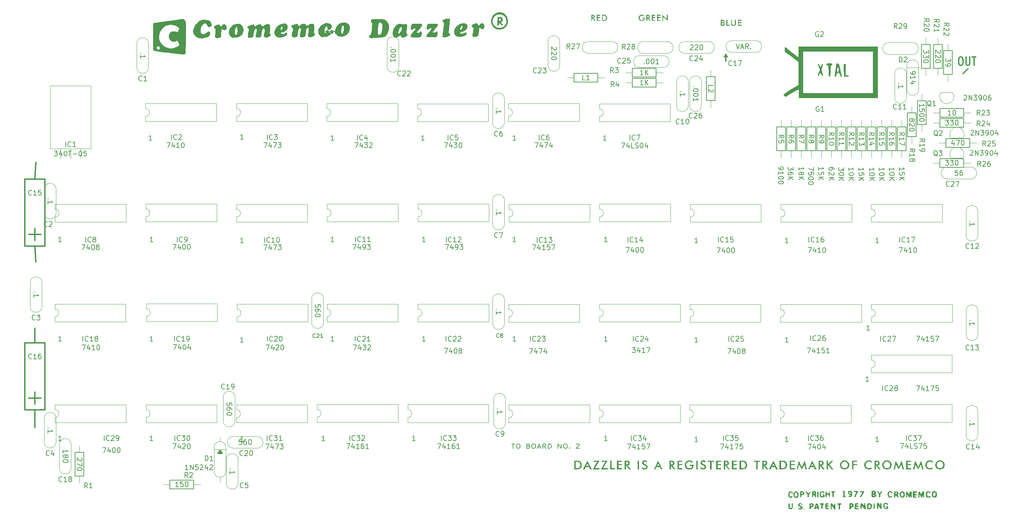
<source format=gto>
G04 #@! TF.GenerationSoftware,KiCad,Pcbnew,8.0.6*
G04 #@! TF.CreationDate,2024-10-27T13:27:23-07:00*
G04 #@! TF.ProjectId,Dazzler1 Rev D,44617a7a-6c65-4723-9120-52657620442e,rev?*
G04 #@! TF.SameCoordinates,Original*
G04 #@! TF.FileFunction,Legend,Top*
G04 #@! TF.FilePolarity,Positive*
%FSLAX46Y46*%
G04 Gerber Fmt 4.6, Leading zero omitted, Abs format (unit mm)*
G04 Created by KiCad (PCBNEW 8.0.6) date 2024-10-27 13:27:23*
%MOMM*%
%LPD*%
G01*
G04 APERTURE LIST*
%ADD10C,0.304800*%
%ADD11C,0.100000*%
%ADD12C,0.150000*%
%ADD13C,0.300000*%
%ADD14C,0.203200*%
%ADD15C,0.127000*%
%ADD16C,0.000000*%
%ADD17C,0.120000*%
G04 APERTURE END LIST*
D10*
X265488000Y-40794000D02*
X266758000Y-39524000D01*
X30988000Y-130302000D02*
X30988000Y-125848000D01*
X78290000Y-136806000D02*
X77274000Y-136806000D01*
X77782000Y-136044000D01*
X78290000Y-136806000D01*
G36*
X78290000Y-136806000D02*
G01*
X77274000Y-136806000D01*
X77782000Y-136044000D01*
X78290000Y-136806000D01*
G37*
D11*
X76258000Y-135790000D02*
X79306000Y-135790000D01*
D10*
X31242000Y-63246000D02*
X30988000Y-67446000D01*
D11*
X77782000Y-132742000D02*
X77782000Y-133830000D01*
D10*
X30988000Y-105156000D02*
X30988000Y-108848000D01*
D11*
X77782000Y-144172000D02*
X77782000Y-142830000D01*
X251264000Y-39270000D02*
X254312000Y-39270000D01*
D10*
X31242000Y-88392000D02*
X30988000Y-84446000D01*
D12*
X129648303Y-83302776D02*
X128922588Y-83302776D01*
X129285445Y-83302776D02*
X129285445Y-82032776D01*
X129285445Y-82032776D02*
X129164493Y-82214204D01*
X129164493Y-82214204D02*
X129043541Y-82335157D01*
X129043541Y-82335157D02*
X128922588Y-82395633D01*
D13*
G36*
X205552471Y-35668792D02*
G01*
X206126930Y-36655045D01*
X205708787Y-36655045D01*
X205708787Y-37748764D01*
X205396156Y-37748764D01*
X205396156Y-36655045D01*
X204978012Y-36655045D01*
X205552471Y-35668792D01*
G37*
D12*
X60560303Y-57648776D02*
X59834588Y-57648776D01*
X60197445Y-57648776D02*
X60197445Y-56378776D01*
X60197445Y-56378776D02*
X60076493Y-56560204D01*
X60076493Y-56560204D02*
X59955541Y-56681157D01*
X59955541Y-56681157D02*
X59834588Y-56741633D01*
D14*
X197278171Y-37440006D02*
X197217695Y-37500483D01*
X197217695Y-37500483D02*
X197036266Y-37560959D01*
X197036266Y-37560959D02*
X196915314Y-37560959D01*
X196915314Y-37560959D02*
X196733885Y-37500483D01*
X196733885Y-37500483D02*
X196612933Y-37379530D01*
X196612933Y-37379530D02*
X196552456Y-37258578D01*
X196552456Y-37258578D02*
X196491980Y-37016673D01*
X196491980Y-37016673D02*
X196491980Y-36835244D01*
X196491980Y-36835244D02*
X196552456Y-36593340D01*
X196552456Y-36593340D02*
X196612933Y-36472387D01*
X196612933Y-36472387D02*
X196733885Y-36351435D01*
X196733885Y-36351435D02*
X196915314Y-36290959D01*
X196915314Y-36290959D02*
X197036266Y-36290959D01*
X197036266Y-36290959D02*
X197217695Y-36351435D01*
X197217695Y-36351435D02*
X197278171Y-36411911D01*
X197761980Y-36411911D02*
X197822456Y-36351435D01*
X197822456Y-36351435D02*
X197943409Y-36290959D01*
X197943409Y-36290959D02*
X198245790Y-36290959D01*
X198245790Y-36290959D02*
X198366742Y-36351435D01*
X198366742Y-36351435D02*
X198427218Y-36411911D01*
X198427218Y-36411911D02*
X198487695Y-36532863D01*
X198487695Y-36532863D02*
X198487695Y-36653816D01*
X198487695Y-36653816D02*
X198427218Y-36835244D01*
X198427218Y-36835244D02*
X197701504Y-37560959D01*
X197701504Y-37560959D02*
X198487695Y-37560959D01*
X199576266Y-36714292D02*
X199576266Y-37560959D01*
X199273885Y-36230483D02*
X198971504Y-37137625D01*
X198971504Y-37137625D02*
X199757695Y-37137625D01*
X34644333Y-137262006D02*
X34583857Y-137322483D01*
X34583857Y-137322483D02*
X34402428Y-137382959D01*
X34402428Y-137382959D02*
X34281476Y-137382959D01*
X34281476Y-137382959D02*
X34100047Y-137322483D01*
X34100047Y-137322483D02*
X33979095Y-137201530D01*
X33979095Y-137201530D02*
X33918618Y-137080578D01*
X33918618Y-137080578D02*
X33858142Y-136838673D01*
X33858142Y-136838673D02*
X33858142Y-136657244D01*
X33858142Y-136657244D02*
X33918618Y-136415340D01*
X33918618Y-136415340D02*
X33979095Y-136294387D01*
X33979095Y-136294387D02*
X34100047Y-136173435D01*
X34100047Y-136173435D02*
X34281476Y-136112959D01*
X34281476Y-136112959D02*
X34402428Y-136112959D01*
X34402428Y-136112959D02*
X34583857Y-136173435D01*
X34583857Y-136173435D02*
X34644333Y-136233911D01*
X35732904Y-136536292D02*
X35732904Y-137382959D01*
X35430523Y-136052483D02*
X35128142Y-136959625D01*
X35128142Y-136959625D02*
X35914333Y-136959625D01*
X69638333Y-142943959D02*
X69214999Y-142339197D01*
X68912618Y-142943959D02*
X68912618Y-141673959D01*
X68912618Y-141673959D02*
X69396428Y-141673959D01*
X69396428Y-141673959D02*
X69517380Y-141734435D01*
X69517380Y-141734435D02*
X69577857Y-141794911D01*
X69577857Y-141794911D02*
X69638333Y-141915863D01*
X69638333Y-141915863D02*
X69638333Y-142097292D01*
X69638333Y-142097292D02*
X69577857Y-142218244D01*
X69577857Y-142218244D02*
X69517380Y-142278721D01*
X69517380Y-142278721D02*
X69396428Y-142339197D01*
X69396428Y-142339197D02*
X68912618Y-142339197D01*
X70122142Y-141794911D02*
X70182618Y-141734435D01*
X70182618Y-141734435D02*
X70303571Y-141673959D01*
X70303571Y-141673959D02*
X70605952Y-141673959D01*
X70605952Y-141673959D02*
X70726904Y-141734435D01*
X70726904Y-141734435D02*
X70787380Y-141794911D01*
X70787380Y-141794911D02*
X70847857Y-141915863D01*
X70847857Y-141915863D02*
X70847857Y-142036816D01*
X70847857Y-142036816D02*
X70787380Y-142218244D01*
X70787380Y-142218244D02*
X70061666Y-142943959D01*
X70061666Y-142943959D02*
X70847857Y-142943959D01*
X197107571Y-51918006D02*
X197047095Y-51978483D01*
X197047095Y-51978483D02*
X196865666Y-52038959D01*
X196865666Y-52038959D02*
X196744714Y-52038959D01*
X196744714Y-52038959D02*
X196563285Y-51978483D01*
X196563285Y-51978483D02*
X196442333Y-51857530D01*
X196442333Y-51857530D02*
X196381856Y-51736578D01*
X196381856Y-51736578D02*
X196321380Y-51494673D01*
X196321380Y-51494673D02*
X196321380Y-51313244D01*
X196321380Y-51313244D02*
X196381856Y-51071340D01*
X196381856Y-51071340D02*
X196442333Y-50950387D01*
X196442333Y-50950387D02*
X196563285Y-50829435D01*
X196563285Y-50829435D02*
X196744714Y-50768959D01*
X196744714Y-50768959D02*
X196865666Y-50768959D01*
X196865666Y-50768959D02*
X197047095Y-50829435D01*
X197047095Y-50829435D02*
X197107571Y-50889911D01*
X197591380Y-50889911D02*
X197651856Y-50829435D01*
X197651856Y-50829435D02*
X197772809Y-50768959D01*
X197772809Y-50768959D02*
X198075190Y-50768959D01*
X198075190Y-50768959D02*
X198196142Y-50829435D01*
X198196142Y-50829435D02*
X198256618Y-50889911D01*
X198256618Y-50889911D02*
X198317095Y-51010863D01*
X198317095Y-51010863D02*
X198317095Y-51131816D01*
X198317095Y-51131816D02*
X198256618Y-51313244D01*
X198256618Y-51313244D02*
X197530904Y-52038959D01*
X197530904Y-52038959D02*
X198317095Y-52038959D01*
X199405666Y-50768959D02*
X199163761Y-50768959D01*
X199163761Y-50768959D02*
X199042809Y-50829435D01*
X199042809Y-50829435D02*
X198982333Y-50889911D01*
X198982333Y-50889911D02*
X198861380Y-51071340D01*
X198861380Y-51071340D02*
X198800904Y-51313244D01*
X198800904Y-51313244D02*
X198800904Y-51797054D01*
X198800904Y-51797054D02*
X198861380Y-51918006D01*
X198861380Y-51918006D02*
X198921857Y-51978483D01*
X198921857Y-51978483D02*
X199042809Y-52038959D01*
X199042809Y-52038959D02*
X199284714Y-52038959D01*
X199284714Y-52038959D02*
X199405666Y-51978483D01*
X199405666Y-51978483D02*
X199466142Y-51918006D01*
X199466142Y-51918006D02*
X199526619Y-51797054D01*
X199526619Y-51797054D02*
X199526619Y-51494673D01*
X199526619Y-51494673D02*
X199466142Y-51373721D01*
X199466142Y-51373721D02*
X199405666Y-51313244D01*
X199405666Y-51313244D02*
X199284714Y-51252768D01*
X199284714Y-51252768D02*
X199042809Y-51252768D01*
X199042809Y-51252768D02*
X198921857Y-51313244D01*
X198921857Y-51313244D02*
X198861380Y-51373721D01*
X198861380Y-51373721D02*
X198800904Y-51494673D01*
X249405018Y-37889559D02*
X249405018Y-36619559D01*
X249405018Y-36619559D02*
X249707399Y-36619559D01*
X249707399Y-36619559D02*
X249888828Y-36680035D01*
X249888828Y-36680035D02*
X250009780Y-36800987D01*
X250009780Y-36800987D02*
X250070257Y-36921940D01*
X250070257Y-36921940D02*
X250130733Y-37163844D01*
X250130733Y-37163844D02*
X250130733Y-37345273D01*
X250130733Y-37345273D02*
X250070257Y-37587178D01*
X250070257Y-37587178D02*
X250009780Y-37708130D01*
X250009780Y-37708130D02*
X249888828Y-37829083D01*
X249888828Y-37829083D02*
X249707399Y-37889559D01*
X249707399Y-37889559D02*
X249405018Y-37889559D01*
X250614542Y-36740511D02*
X250675018Y-36680035D01*
X250675018Y-36680035D02*
X250795971Y-36619559D01*
X250795971Y-36619559D02*
X251098352Y-36619559D01*
X251098352Y-36619559D02*
X251219304Y-36680035D01*
X251219304Y-36680035D02*
X251279780Y-36740511D01*
X251279780Y-36740511D02*
X251340257Y-36861463D01*
X251340257Y-36861463D02*
X251340257Y-36982416D01*
X251340257Y-36982416D02*
X251279780Y-37163844D01*
X251279780Y-37163844D02*
X250554066Y-37889559D01*
X250554066Y-37889559D02*
X251340257Y-37889559D01*
D12*
X83674303Y-83556776D02*
X82948588Y-83556776D01*
X83311445Y-83556776D02*
X83311445Y-82286776D01*
X83311445Y-82286776D02*
X83190493Y-82468204D01*
X83190493Y-82468204D02*
X83069541Y-82589157D01*
X83069541Y-82589157D02*
X82948588Y-82649633D01*
D14*
X258223640Y-27834771D02*
X258828402Y-27411437D01*
X258223640Y-27109056D02*
X259493640Y-27109056D01*
X259493640Y-27109056D02*
X259493640Y-27592866D01*
X259493640Y-27592866D02*
X259433164Y-27713818D01*
X259433164Y-27713818D02*
X259372688Y-27774295D01*
X259372688Y-27774295D02*
X259251736Y-27834771D01*
X259251736Y-27834771D02*
X259070307Y-27834771D01*
X259070307Y-27834771D02*
X258949355Y-27774295D01*
X258949355Y-27774295D02*
X258888878Y-27713818D01*
X258888878Y-27713818D02*
X258828402Y-27592866D01*
X258828402Y-27592866D02*
X258828402Y-27109056D01*
X259372688Y-28318580D02*
X259433164Y-28379056D01*
X259433164Y-28379056D02*
X259493640Y-28500009D01*
X259493640Y-28500009D02*
X259493640Y-28802390D01*
X259493640Y-28802390D02*
X259433164Y-28923342D01*
X259433164Y-28923342D02*
X259372688Y-28983818D01*
X259372688Y-28983818D02*
X259251736Y-29044295D01*
X259251736Y-29044295D02*
X259130783Y-29044295D01*
X259130783Y-29044295D02*
X258949355Y-28983818D01*
X258949355Y-28983818D02*
X258223640Y-28258104D01*
X258223640Y-28258104D02*
X258223640Y-29044295D01*
X258223640Y-30253819D02*
X258223640Y-29528104D01*
X258223640Y-29890961D02*
X259493640Y-29890961D01*
X259493640Y-29890961D02*
X259312212Y-29770009D01*
X259312212Y-29770009D02*
X259191259Y-29649057D01*
X259191259Y-29649057D02*
X259130783Y-29528104D01*
X241866040Y-65417095D02*
X241866040Y-64691380D01*
X241866040Y-65054237D02*
X243136040Y-65054237D01*
X243136040Y-65054237D02*
X242954612Y-64933285D01*
X242954612Y-64933285D02*
X242833659Y-64812333D01*
X242833659Y-64812333D02*
X242773183Y-64691380D01*
X243136040Y-66203285D02*
X243136040Y-66324238D01*
X243136040Y-66324238D02*
X243075564Y-66445190D01*
X243075564Y-66445190D02*
X243015088Y-66505666D01*
X243015088Y-66505666D02*
X242894136Y-66566142D01*
X242894136Y-66566142D02*
X242652231Y-66626619D01*
X242652231Y-66626619D02*
X242349850Y-66626619D01*
X242349850Y-66626619D02*
X242107945Y-66566142D01*
X242107945Y-66566142D02*
X241986993Y-66505666D01*
X241986993Y-66505666D02*
X241926517Y-66445190D01*
X241926517Y-66445190D02*
X241866040Y-66324238D01*
X241866040Y-66324238D02*
X241866040Y-66203285D01*
X241866040Y-66203285D02*
X241926517Y-66082333D01*
X241926517Y-66082333D02*
X241986993Y-66021857D01*
X241986993Y-66021857D02*
X242107945Y-65961380D01*
X242107945Y-65961380D02*
X242349850Y-65900904D01*
X242349850Y-65900904D02*
X242652231Y-65900904D01*
X242652231Y-65900904D02*
X242894136Y-65961380D01*
X242894136Y-65961380D02*
X243015088Y-66021857D01*
X243015088Y-66021857D02*
X243075564Y-66082333D01*
X243075564Y-66082333D02*
X243136040Y-66203285D01*
X241866040Y-67170904D02*
X243136040Y-67170904D01*
X241866040Y-67896619D02*
X242591755Y-67352333D01*
X243136040Y-67896619D02*
X242410326Y-67170904D01*
D12*
X198482303Y-83556776D02*
X197756588Y-83556776D01*
X198119445Y-83556776D02*
X198119445Y-82286776D01*
X198119445Y-82286776D02*
X197998493Y-82468204D01*
X197998493Y-82468204D02*
X197877541Y-82589157D01*
X197877541Y-82589157D02*
X197756588Y-82649633D01*
X175622303Y-83302776D02*
X174896588Y-83302776D01*
X175259445Y-83302776D02*
X175259445Y-82032776D01*
X175259445Y-82032776D02*
X175138493Y-82214204D01*
X175138493Y-82214204D02*
X175017541Y-82335157D01*
X175017541Y-82335157D02*
X174896588Y-82395633D01*
D14*
X148276733Y-132383606D02*
X148216257Y-132444083D01*
X148216257Y-132444083D02*
X148034828Y-132504559D01*
X148034828Y-132504559D02*
X147913876Y-132504559D01*
X147913876Y-132504559D02*
X147732447Y-132444083D01*
X147732447Y-132444083D02*
X147611495Y-132323130D01*
X147611495Y-132323130D02*
X147551018Y-132202178D01*
X147551018Y-132202178D02*
X147490542Y-131960273D01*
X147490542Y-131960273D02*
X147490542Y-131778844D01*
X147490542Y-131778844D02*
X147551018Y-131536940D01*
X147551018Y-131536940D02*
X147611495Y-131415987D01*
X147611495Y-131415987D02*
X147732447Y-131295035D01*
X147732447Y-131295035D02*
X147913876Y-131234559D01*
X147913876Y-131234559D02*
X148034828Y-131234559D01*
X148034828Y-131234559D02*
X148216257Y-131295035D01*
X148216257Y-131295035D02*
X148276733Y-131355511D01*
X148881495Y-132504559D02*
X149123399Y-132504559D01*
X149123399Y-132504559D02*
X149244352Y-132444083D01*
X149244352Y-132444083D02*
X149304828Y-132383606D01*
X149304828Y-132383606D02*
X149425780Y-132202178D01*
X149425780Y-132202178D02*
X149486257Y-131960273D01*
X149486257Y-131960273D02*
X149486257Y-131476463D01*
X149486257Y-131476463D02*
X149425780Y-131355511D01*
X149425780Y-131355511D02*
X149365304Y-131295035D01*
X149365304Y-131295035D02*
X149244352Y-131234559D01*
X149244352Y-131234559D02*
X149002447Y-131234559D01*
X149002447Y-131234559D02*
X148881495Y-131295035D01*
X148881495Y-131295035D02*
X148821018Y-131355511D01*
X148821018Y-131355511D02*
X148760542Y-131476463D01*
X148760542Y-131476463D02*
X148760542Y-131778844D01*
X148760542Y-131778844D02*
X148821018Y-131899797D01*
X148821018Y-131899797D02*
X148881495Y-131960273D01*
X148881495Y-131960273D02*
X149002447Y-132020749D01*
X149002447Y-132020749D02*
X149244352Y-132020749D01*
X149244352Y-132020749D02*
X149365304Y-131960273D01*
X149365304Y-131960273D02*
X149425780Y-131899797D01*
X149425780Y-131899797D02*
X149486257Y-131778844D01*
X244329840Y-65366295D02*
X244329840Y-64640580D01*
X244329840Y-65003437D02*
X245599840Y-65003437D01*
X245599840Y-65003437D02*
X245418412Y-64882485D01*
X245418412Y-64882485D02*
X245297459Y-64761533D01*
X245297459Y-64761533D02*
X245236983Y-64640580D01*
X245599840Y-66152485D02*
X245599840Y-66273438D01*
X245599840Y-66273438D02*
X245539364Y-66394390D01*
X245539364Y-66394390D02*
X245478888Y-66454866D01*
X245478888Y-66454866D02*
X245357936Y-66515342D01*
X245357936Y-66515342D02*
X245116031Y-66575819D01*
X245116031Y-66575819D02*
X244813650Y-66575819D01*
X244813650Y-66575819D02*
X244571745Y-66515342D01*
X244571745Y-66515342D02*
X244450793Y-66454866D01*
X244450793Y-66454866D02*
X244390317Y-66394390D01*
X244390317Y-66394390D02*
X244329840Y-66273438D01*
X244329840Y-66273438D02*
X244329840Y-66152485D01*
X244329840Y-66152485D02*
X244390317Y-66031533D01*
X244390317Y-66031533D02*
X244450793Y-65971057D01*
X244450793Y-65971057D02*
X244571745Y-65910580D01*
X244571745Y-65910580D02*
X244813650Y-65850104D01*
X244813650Y-65850104D02*
X245116031Y-65850104D01*
X245116031Y-65850104D02*
X245357936Y-65910580D01*
X245357936Y-65910580D02*
X245478888Y-65971057D01*
X245478888Y-65971057D02*
X245539364Y-66031533D01*
X245539364Y-66031533D02*
X245599840Y-66152485D01*
X244329840Y-67120104D02*
X245599840Y-67120104D01*
X244329840Y-67845819D02*
X245055555Y-67301533D01*
X245599840Y-67845819D02*
X244874126Y-67120104D01*
X269820571Y-54043959D02*
X269397237Y-53439197D01*
X269094856Y-54043959D02*
X269094856Y-52773959D01*
X269094856Y-52773959D02*
X269578666Y-52773959D01*
X269578666Y-52773959D02*
X269699618Y-52834435D01*
X269699618Y-52834435D02*
X269760095Y-52894911D01*
X269760095Y-52894911D02*
X269820571Y-53015863D01*
X269820571Y-53015863D02*
X269820571Y-53197292D01*
X269820571Y-53197292D02*
X269760095Y-53318244D01*
X269760095Y-53318244D02*
X269699618Y-53378721D01*
X269699618Y-53378721D02*
X269578666Y-53439197D01*
X269578666Y-53439197D02*
X269094856Y-53439197D01*
X270304380Y-52894911D02*
X270364856Y-52834435D01*
X270364856Y-52834435D02*
X270485809Y-52773959D01*
X270485809Y-52773959D02*
X270788190Y-52773959D01*
X270788190Y-52773959D02*
X270909142Y-52834435D01*
X270909142Y-52834435D02*
X270969618Y-52894911D01*
X270969618Y-52894911D02*
X271030095Y-53015863D01*
X271030095Y-53015863D02*
X271030095Y-53136816D01*
X271030095Y-53136816D02*
X270969618Y-53318244D01*
X270969618Y-53318244D02*
X270243904Y-54043959D01*
X270243904Y-54043959D02*
X271030095Y-54043959D01*
X272118666Y-53197292D02*
X272118666Y-54043959D01*
X271816285Y-52713483D02*
X271513904Y-53620625D01*
X271513904Y-53620625D02*
X272300095Y-53620625D01*
X239224440Y-65366295D02*
X239224440Y-64640580D01*
X239224440Y-65003437D02*
X240494440Y-65003437D01*
X240494440Y-65003437D02*
X240313012Y-64882485D01*
X240313012Y-64882485D02*
X240192059Y-64761533D01*
X240192059Y-64761533D02*
X240131583Y-64640580D01*
X240494440Y-66515342D02*
X240494440Y-65910580D01*
X240494440Y-65910580D02*
X239889678Y-65850104D01*
X239889678Y-65850104D02*
X239950155Y-65910580D01*
X239950155Y-65910580D02*
X240010631Y-66031533D01*
X240010631Y-66031533D02*
X240010631Y-66333914D01*
X240010631Y-66333914D02*
X239950155Y-66454866D01*
X239950155Y-66454866D02*
X239889678Y-66515342D01*
X239889678Y-66515342D02*
X239768726Y-66575819D01*
X239768726Y-66575819D02*
X239466345Y-66575819D01*
X239466345Y-66575819D02*
X239345393Y-66515342D01*
X239345393Y-66515342D02*
X239284917Y-66454866D01*
X239284917Y-66454866D02*
X239224440Y-66333914D01*
X239224440Y-66333914D02*
X239224440Y-66031533D01*
X239224440Y-66031533D02*
X239284917Y-65910580D01*
X239284917Y-65910580D02*
X239345393Y-65850104D01*
X239224440Y-67120104D02*
X240494440Y-67120104D01*
X239224440Y-67845819D02*
X239950155Y-67301533D01*
X240494440Y-67845819D02*
X239768726Y-67120104D01*
D12*
X241662303Y-118608776D02*
X240936588Y-118608776D01*
X241299445Y-118608776D02*
X241299445Y-117338776D01*
X241299445Y-117338776D02*
X241178493Y-117520204D01*
X241178493Y-117520204D02*
X241057541Y-117641157D01*
X241057541Y-117641157D02*
X240936588Y-117701633D01*
D14*
X248713171Y-49655806D02*
X248652695Y-49716283D01*
X248652695Y-49716283D02*
X248471266Y-49776759D01*
X248471266Y-49776759D02*
X248350314Y-49776759D01*
X248350314Y-49776759D02*
X248168885Y-49716283D01*
X248168885Y-49716283D02*
X248047933Y-49595330D01*
X248047933Y-49595330D02*
X247987456Y-49474378D01*
X247987456Y-49474378D02*
X247926980Y-49232473D01*
X247926980Y-49232473D02*
X247926980Y-49051044D01*
X247926980Y-49051044D02*
X247987456Y-48809140D01*
X247987456Y-48809140D02*
X248047933Y-48688187D01*
X248047933Y-48688187D02*
X248168885Y-48567235D01*
X248168885Y-48567235D02*
X248350314Y-48506759D01*
X248350314Y-48506759D02*
X248471266Y-48506759D01*
X248471266Y-48506759D02*
X248652695Y-48567235D01*
X248652695Y-48567235D02*
X248713171Y-48627711D01*
X249922695Y-49776759D02*
X249196980Y-49776759D01*
X249559837Y-49776759D02*
X249559837Y-48506759D01*
X249559837Y-48506759D02*
X249438885Y-48688187D01*
X249438885Y-48688187D02*
X249317933Y-48809140D01*
X249317933Y-48809140D02*
X249196980Y-48869616D01*
X251132219Y-49776759D02*
X250406504Y-49776759D01*
X250769361Y-49776759D02*
X250769361Y-48506759D01*
X250769361Y-48506759D02*
X250648409Y-48688187D01*
X250648409Y-48688187D02*
X250527457Y-48809140D01*
X250527457Y-48809140D02*
X250406504Y-48869616D01*
X83569571Y-137262006D02*
X83509095Y-137322483D01*
X83509095Y-137322483D02*
X83327666Y-137382959D01*
X83327666Y-137382959D02*
X83206714Y-137382959D01*
X83206714Y-137382959D02*
X83025285Y-137322483D01*
X83025285Y-137322483D02*
X82904333Y-137201530D01*
X82904333Y-137201530D02*
X82843856Y-137080578D01*
X82843856Y-137080578D02*
X82783380Y-136838673D01*
X82783380Y-136838673D02*
X82783380Y-136657244D01*
X82783380Y-136657244D02*
X82843856Y-136415340D01*
X82843856Y-136415340D02*
X82904333Y-136294387D01*
X82904333Y-136294387D02*
X83025285Y-136173435D01*
X83025285Y-136173435D02*
X83206714Y-136112959D01*
X83206714Y-136112959D02*
X83327666Y-136112959D01*
X83327666Y-136112959D02*
X83509095Y-136173435D01*
X83509095Y-136173435D02*
X83569571Y-136233911D01*
X84053380Y-136233911D02*
X84113856Y-136173435D01*
X84113856Y-136173435D02*
X84234809Y-136112959D01*
X84234809Y-136112959D02*
X84537190Y-136112959D01*
X84537190Y-136112959D02*
X84658142Y-136173435D01*
X84658142Y-136173435D02*
X84718618Y-136233911D01*
X84718618Y-136233911D02*
X84779095Y-136354863D01*
X84779095Y-136354863D02*
X84779095Y-136475816D01*
X84779095Y-136475816D02*
X84718618Y-136657244D01*
X84718618Y-136657244D02*
X83992904Y-137382959D01*
X83992904Y-137382959D02*
X84779095Y-137382959D01*
X85565285Y-136112959D02*
X85686238Y-136112959D01*
X85686238Y-136112959D02*
X85807190Y-136173435D01*
X85807190Y-136173435D02*
X85867666Y-136233911D01*
X85867666Y-136233911D02*
X85928142Y-136354863D01*
X85928142Y-136354863D02*
X85988619Y-136596768D01*
X85988619Y-136596768D02*
X85988619Y-136899149D01*
X85988619Y-136899149D02*
X85928142Y-137141054D01*
X85928142Y-137141054D02*
X85867666Y-137262006D01*
X85867666Y-137262006D02*
X85807190Y-137322483D01*
X85807190Y-137322483D02*
X85686238Y-137382959D01*
X85686238Y-137382959D02*
X85565285Y-137382959D01*
X85565285Y-137382959D02*
X85444333Y-137322483D01*
X85444333Y-137322483D02*
X85383857Y-137262006D01*
X85383857Y-137262006D02*
X85323380Y-137141054D01*
X85323380Y-137141054D02*
X85262904Y-136899149D01*
X85262904Y-136899149D02*
X85262904Y-136596768D01*
X85262904Y-136596768D02*
X85323380Y-136354863D01*
X85323380Y-136354863D02*
X85383857Y-136233911D01*
X85383857Y-136233911D02*
X85444333Y-136173435D01*
X85444333Y-136173435D02*
X85565285Y-136112959D01*
D12*
X241916303Y-105654776D02*
X241190588Y-105654776D01*
X241553445Y-105654776D02*
X241553445Y-104384776D01*
X241553445Y-104384776D02*
X241432493Y-104566204D01*
X241432493Y-104566204D02*
X241311541Y-104687157D01*
X241311541Y-104687157D02*
X241190588Y-104747633D01*
X104248303Y-133594776D02*
X103522588Y-133594776D01*
X103885445Y-133594776D02*
X103885445Y-132324776D01*
X103885445Y-132324776D02*
X103764493Y-132506204D01*
X103764493Y-132506204D02*
X103643541Y-132627157D01*
X103643541Y-132627157D02*
X103522588Y-132687633D01*
X37700303Y-83302776D02*
X36974588Y-83302776D01*
X37337445Y-83302776D02*
X37337445Y-82032776D01*
X37337445Y-82032776D02*
X37216493Y-82214204D01*
X37216493Y-82214204D02*
X37095541Y-82335157D01*
X37095541Y-82335157D02*
X36974588Y-82395633D01*
X127108303Y-133594776D02*
X126382588Y-133594776D01*
X126745445Y-133594776D02*
X126745445Y-132324776D01*
X126745445Y-132324776D02*
X126624493Y-132506204D01*
X126624493Y-132506204D02*
X126503541Y-132627157D01*
X126503541Y-132627157D02*
X126382588Y-132687633D01*
X175368303Y-57648776D02*
X174642588Y-57648776D01*
X175005445Y-57648776D02*
X175005445Y-56378776D01*
X175005445Y-56378776D02*
X174884493Y-56560204D01*
X174884493Y-56560204D02*
X174763541Y-56681157D01*
X174763541Y-56681157D02*
X174642588Y-56741633D01*
D14*
X78939571Y-120420206D02*
X78879095Y-120480683D01*
X78879095Y-120480683D02*
X78697666Y-120541159D01*
X78697666Y-120541159D02*
X78576714Y-120541159D01*
X78576714Y-120541159D02*
X78395285Y-120480683D01*
X78395285Y-120480683D02*
X78274333Y-120359730D01*
X78274333Y-120359730D02*
X78213856Y-120238778D01*
X78213856Y-120238778D02*
X78153380Y-119996873D01*
X78153380Y-119996873D02*
X78153380Y-119815444D01*
X78153380Y-119815444D02*
X78213856Y-119573540D01*
X78213856Y-119573540D02*
X78274333Y-119452587D01*
X78274333Y-119452587D02*
X78395285Y-119331635D01*
X78395285Y-119331635D02*
X78576714Y-119271159D01*
X78576714Y-119271159D02*
X78697666Y-119271159D01*
X78697666Y-119271159D02*
X78879095Y-119331635D01*
X78879095Y-119331635D02*
X78939571Y-119392111D01*
X80149095Y-120541159D02*
X79423380Y-120541159D01*
X79786237Y-120541159D02*
X79786237Y-119271159D01*
X79786237Y-119271159D02*
X79665285Y-119452587D01*
X79665285Y-119452587D02*
X79544333Y-119573540D01*
X79544333Y-119573540D02*
X79423380Y-119634016D01*
X80753857Y-120541159D02*
X80995761Y-120541159D01*
X80995761Y-120541159D02*
X81116714Y-120480683D01*
X81116714Y-120480683D02*
X81177190Y-120420206D01*
X81177190Y-120420206D02*
X81298142Y-120238778D01*
X81298142Y-120238778D02*
X81358619Y-119996873D01*
X81358619Y-119996873D02*
X81358619Y-119513063D01*
X81358619Y-119513063D02*
X81298142Y-119392111D01*
X81298142Y-119392111D02*
X81237666Y-119331635D01*
X81237666Y-119331635D02*
X81116714Y-119271159D01*
X81116714Y-119271159D02*
X80874809Y-119271159D01*
X80874809Y-119271159D02*
X80753857Y-119331635D01*
X80753857Y-119331635D02*
X80693380Y-119392111D01*
X80693380Y-119392111D02*
X80632904Y-119513063D01*
X80632904Y-119513063D02*
X80632904Y-119815444D01*
X80632904Y-119815444D02*
X80693380Y-119936397D01*
X80693380Y-119936397D02*
X80753857Y-119996873D01*
X80753857Y-119996873D02*
X80874809Y-120057349D01*
X80874809Y-120057349D02*
X81116714Y-120057349D01*
X81116714Y-120057349D02*
X81237666Y-119996873D01*
X81237666Y-119996873D02*
X81298142Y-119936397D01*
X81298142Y-119936397D02*
X81358619Y-119815444D01*
D12*
X106534303Y-108448776D02*
X105808588Y-108448776D01*
X106171445Y-108448776D02*
X106171445Y-107178776D01*
X106171445Y-107178776D02*
X106050493Y-107360204D01*
X106050493Y-107360204D02*
X105929541Y-107481157D01*
X105929541Y-107481157D02*
X105808588Y-107541633D01*
D14*
G36*
X184463938Y-26672738D02*
G01*
X185061478Y-26672738D01*
X185062577Y-26715236D01*
X185065162Y-26789446D01*
X185065508Y-26812323D01*
X185062657Y-26888183D01*
X185051076Y-26976891D01*
X185030586Y-27058800D01*
X185001188Y-27133912D01*
X184962880Y-27202226D01*
X184915664Y-27263742D01*
X184883059Y-27297389D01*
X184822403Y-27347101D01*
X184754466Y-27388386D01*
X184679249Y-27421246D01*
X184596751Y-27445681D01*
X184506972Y-27461690D01*
X184429907Y-27468430D01*
X184369050Y-27469947D01*
X184289857Y-27467352D01*
X184214485Y-27459568D01*
X184133027Y-27444318D01*
X184056560Y-27422291D01*
X184038223Y-27415725D01*
X183967927Y-27385156D01*
X183902118Y-27347673D01*
X183840798Y-27303274D01*
X183783966Y-27251960D01*
X183733431Y-27195380D01*
X183689169Y-27134082D01*
X183651182Y-27068068D01*
X183619468Y-26997337D01*
X183594464Y-26922965D01*
X183576604Y-26846028D01*
X183565888Y-26766527D01*
X183562316Y-26684462D01*
X183565956Y-26601297D01*
X183576879Y-26521430D01*
X183595082Y-26444860D01*
X183620568Y-26371587D01*
X183653197Y-26302069D01*
X183692833Y-26236765D01*
X183739476Y-26175673D01*
X183793125Y-26118795D01*
X183850644Y-26068329D01*
X183912926Y-26024273D01*
X183979971Y-25986629D01*
X184051778Y-25955397D01*
X184127249Y-25930713D01*
X184205285Y-25913082D01*
X184285885Y-25902503D01*
X184369050Y-25898977D01*
X184445160Y-25902010D01*
X184527763Y-25912903D01*
X184605696Y-25931720D01*
X184678957Y-25958458D01*
X184687787Y-25962358D01*
X184756228Y-25998284D01*
X184820868Y-26042683D01*
X184881708Y-26095554D01*
X184938746Y-26156897D01*
X184759594Y-26297581D01*
X184710035Y-26243034D01*
X184651056Y-26194025D01*
X184587403Y-26156531D01*
X184518936Y-26130041D01*
X184445014Y-26114546D01*
X184373080Y-26110003D01*
X184298678Y-26113876D01*
X184215181Y-26128748D01*
X184137996Y-26154774D01*
X184067122Y-26191954D01*
X184002558Y-26240288D01*
X183972644Y-26268638D01*
X183919977Y-26331338D01*
X183878207Y-26400736D01*
X183847334Y-26476831D01*
X183827357Y-26559623D01*
X183819034Y-26633733D01*
X183817671Y-26680432D01*
X183821455Y-26758547D01*
X183832805Y-26831922D01*
X183856415Y-26913714D01*
X183890920Y-26988680D01*
X183936322Y-27056820D01*
X183972644Y-27098453D01*
X184034128Y-27152987D01*
X184102079Y-27196238D01*
X184176495Y-27228207D01*
X184257377Y-27248892D01*
X184344725Y-27258294D01*
X184375278Y-27258921D01*
X184450982Y-27255585D01*
X184531327Y-27243261D01*
X184603082Y-27221855D01*
X184674569Y-27186272D01*
X184706105Y-27164033D01*
X184758838Y-27112101D01*
X184800154Y-27043386D01*
X184822401Y-26963775D01*
X184826639Y-26904647D01*
X184826639Y-26883764D01*
X184463938Y-26883764D01*
X184463938Y-26672738D01*
G37*
G36*
X185941688Y-25947436D02*
G01*
X186017265Y-25952846D01*
X186090483Y-25964438D01*
X186095725Y-25965655D01*
X186168115Y-25989998D01*
X186233798Y-26028741D01*
X186237507Y-26031601D01*
X186292635Y-26086178D01*
X186332900Y-26147907D01*
X186345585Y-26174483D01*
X186370254Y-26248407D01*
X186381864Y-26321583D01*
X186383687Y-26366458D01*
X186379497Y-26443099D01*
X186364447Y-26521329D01*
X186334434Y-26597405D01*
X186296126Y-26654420D01*
X186240265Y-26706191D01*
X186171190Y-26744863D01*
X186098696Y-26768242D01*
X186037473Y-26778984D01*
X186556611Y-27446500D01*
X186279639Y-27446500D01*
X185777720Y-26789975D01*
X185749877Y-26789975D01*
X185749877Y-27446500D01*
X185520166Y-27446500D01*
X185520166Y-26602396D01*
X185765264Y-26602396D01*
X185809594Y-26602396D01*
X185888446Y-26600170D01*
X185963236Y-26592173D01*
X186039377Y-26571680D01*
X186067881Y-26555868D01*
X186113900Y-26496126D01*
X186130993Y-26418825D01*
X186131995Y-26390271D01*
X186123899Y-26311076D01*
X186093458Y-26240589D01*
X186063484Y-26209654D01*
X185995667Y-26177505D01*
X185923233Y-26163131D01*
X185843326Y-26157361D01*
X185809594Y-26156897D01*
X185765264Y-26156897D01*
X185765264Y-26602396D01*
X185520166Y-26602396D01*
X185520166Y-25945871D01*
X185862350Y-25945871D01*
X185941688Y-25947436D01*
G37*
G36*
X186900627Y-27446500D02*
G01*
X186900627Y-25945871D01*
X187742532Y-25945871D01*
X187742532Y-26156897D01*
X187145725Y-26156897D01*
X187145725Y-26532054D01*
X187742532Y-26532054D01*
X187742532Y-26743080D01*
X187145725Y-26743080D01*
X187145725Y-27235474D01*
X187742532Y-27235474D01*
X187742532Y-27446500D01*
X186900627Y-27446500D01*
G37*
G36*
X188222469Y-27446500D02*
G01*
X188222469Y-25945871D01*
X189064374Y-25945871D01*
X189064374Y-26156897D01*
X188467567Y-26156897D01*
X188467567Y-26532054D01*
X189064374Y-26532054D01*
X189064374Y-26743080D01*
X188467567Y-26743080D01*
X188467567Y-27235474D01*
X189064374Y-27235474D01*
X189064374Y-27446500D01*
X188222469Y-27446500D01*
G37*
G36*
X189544311Y-27446500D02*
G01*
X189544311Y-25898977D01*
X190502354Y-26803897D01*
X190554279Y-26857234D01*
X190581855Y-26887061D01*
X190631132Y-26943272D01*
X190666485Y-26986346D01*
X190666485Y-25945871D01*
X190892898Y-25945871D01*
X190892898Y-27469947D01*
X189915072Y-26571255D01*
X189862383Y-26517134D01*
X189839235Y-26491388D01*
X189793050Y-26434354D01*
X189769992Y-26403094D01*
X189769992Y-27446500D01*
X189544311Y-27446500D01*
G37*
D12*
X152508303Y-108448776D02*
X151782588Y-108448776D01*
X152145445Y-108448776D02*
X152145445Y-107178776D01*
X152145445Y-107178776D02*
X152024493Y-107360204D01*
X152024493Y-107360204D02*
X151903541Y-107481157D01*
X151903541Y-107481157D02*
X151782588Y-107541633D01*
D14*
X259060647Y-61657911D02*
X258939695Y-61597435D01*
X258939695Y-61597435D02*
X258818742Y-61476483D01*
X258818742Y-61476483D02*
X258637314Y-61295054D01*
X258637314Y-61295054D02*
X258516361Y-61234578D01*
X258516361Y-61234578D02*
X258395409Y-61234578D01*
X258455885Y-61536959D02*
X258334933Y-61476483D01*
X258334933Y-61476483D02*
X258213980Y-61355530D01*
X258213980Y-61355530D02*
X258153504Y-61113625D01*
X258153504Y-61113625D02*
X258153504Y-60690292D01*
X258153504Y-60690292D02*
X258213980Y-60448387D01*
X258213980Y-60448387D02*
X258334933Y-60327435D01*
X258334933Y-60327435D02*
X258455885Y-60266959D01*
X258455885Y-60266959D02*
X258697790Y-60266959D01*
X258697790Y-60266959D02*
X258818742Y-60327435D01*
X258818742Y-60327435D02*
X258939695Y-60448387D01*
X258939695Y-60448387D02*
X259000171Y-60690292D01*
X259000171Y-60690292D02*
X259000171Y-61113625D01*
X259000171Y-61113625D02*
X258939695Y-61355530D01*
X258939695Y-61355530D02*
X258818742Y-61476483D01*
X258818742Y-61476483D02*
X258697790Y-61536959D01*
X258697790Y-61536959D02*
X258455885Y-61536959D01*
X259423504Y-60266959D02*
X260209695Y-60266959D01*
X260209695Y-60266959D02*
X259786361Y-60750768D01*
X259786361Y-60750768D02*
X259967790Y-60750768D01*
X259967790Y-60750768D02*
X260088742Y-60811244D01*
X260088742Y-60811244D02*
X260149218Y-60871721D01*
X260149218Y-60871721D02*
X260209695Y-60992673D01*
X260209695Y-60992673D02*
X260209695Y-61295054D01*
X260209695Y-61295054D02*
X260149218Y-61416006D01*
X260149218Y-61416006D02*
X260088742Y-61476483D01*
X260088742Y-61476483D02*
X259967790Y-61536959D01*
X259967790Y-61536959D02*
X259604933Y-61536959D01*
X259604933Y-61536959D02*
X259483980Y-61476483D01*
X259483980Y-61476483D02*
X259423504Y-61416006D01*
X254616840Y-58060771D02*
X255221602Y-57637437D01*
X254616840Y-57335056D02*
X255886840Y-57335056D01*
X255886840Y-57335056D02*
X255886840Y-57818866D01*
X255886840Y-57818866D02*
X255826364Y-57939818D01*
X255826364Y-57939818D02*
X255765888Y-58000295D01*
X255765888Y-58000295D02*
X255644936Y-58060771D01*
X255644936Y-58060771D02*
X255463507Y-58060771D01*
X255463507Y-58060771D02*
X255342555Y-58000295D01*
X255342555Y-58000295D02*
X255282078Y-57939818D01*
X255282078Y-57939818D02*
X255221602Y-57818866D01*
X255221602Y-57818866D02*
X255221602Y-57335056D01*
X254616840Y-59270295D02*
X254616840Y-58544580D01*
X254616840Y-58907437D02*
X255886840Y-58907437D01*
X255886840Y-58907437D02*
X255705412Y-58786485D01*
X255705412Y-58786485D02*
X255584459Y-58665533D01*
X255584459Y-58665533D02*
X255523983Y-58544580D01*
X254616840Y-59875057D02*
X254616840Y-60116961D01*
X254616840Y-60116961D02*
X254677317Y-60237914D01*
X254677317Y-60237914D02*
X254737793Y-60298390D01*
X254737793Y-60298390D02*
X254919221Y-60419342D01*
X254919221Y-60419342D02*
X255161126Y-60479819D01*
X255161126Y-60479819D02*
X255644936Y-60479819D01*
X255644936Y-60479819D02*
X255765888Y-60419342D01*
X255765888Y-60419342D02*
X255826364Y-60358866D01*
X255826364Y-60358866D02*
X255886840Y-60237914D01*
X255886840Y-60237914D02*
X255886840Y-59996009D01*
X255886840Y-59996009D02*
X255826364Y-59875057D01*
X255826364Y-59875057D02*
X255765888Y-59814580D01*
X255765888Y-59814580D02*
X255644936Y-59754104D01*
X255644936Y-59754104D02*
X255342555Y-59754104D01*
X255342555Y-59754104D02*
X255221602Y-59814580D01*
X255221602Y-59814580D02*
X255161126Y-59875057D01*
X255161126Y-59875057D02*
X255100650Y-59996009D01*
X255100650Y-59996009D02*
X255100650Y-60237914D01*
X255100650Y-60237914D02*
X255161126Y-60358866D01*
X255161126Y-60358866D02*
X255221602Y-60419342D01*
X255221602Y-60419342D02*
X255342555Y-60479819D01*
X260712840Y-28774571D02*
X261317602Y-28351237D01*
X260712840Y-28048856D02*
X261982840Y-28048856D01*
X261982840Y-28048856D02*
X261982840Y-28532666D01*
X261982840Y-28532666D02*
X261922364Y-28653618D01*
X261922364Y-28653618D02*
X261861888Y-28714095D01*
X261861888Y-28714095D02*
X261740936Y-28774571D01*
X261740936Y-28774571D02*
X261559507Y-28774571D01*
X261559507Y-28774571D02*
X261438555Y-28714095D01*
X261438555Y-28714095D02*
X261378078Y-28653618D01*
X261378078Y-28653618D02*
X261317602Y-28532666D01*
X261317602Y-28532666D02*
X261317602Y-28048856D01*
X261861888Y-29258380D02*
X261922364Y-29318856D01*
X261922364Y-29318856D02*
X261982840Y-29439809D01*
X261982840Y-29439809D02*
X261982840Y-29742190D01*
X261982840Y-29742190D02*
X261922364Y-29863142D01*
X261922364Y-29863142D02*
X261861888Y-29923618D01*
X261861888Y-29923618D02*
X261740936Y-29984095D01*
X261740936Y-29984095D02*
X261619983Y-29984095D01*
X261619983Y-29984095D02*
X261438555Y-29923618D01*
X261438555Y-29923618D02*
X260712840Y-29197904D01*
X260712840Y-29197904D02*
X260712840Y-29984095D01*
X261861888Y-30467904D02*
X261922364Y-30528380D01*
X261922364Y-30528380D02*
X261982840Y-30649333D01*
X261982840Y-30649333D02*
X261982840Y-30951714D01*
X261982840Y-30951714D02*
X261922364Y-31072666D01*
X261922364Y-31072666D02*
X261861888Y-31133142D01*
X261861888Y-31133142D02*
X261740936Y-31193619D01*
X261740936Y-31193619D02*
X261619983Y-31193619D01*
X261619983Y-31193619D02*
X261438555Y-31133142D01*
X261438555Y-31133142D02*
X260712840Y-30407428D01*
X260712840Y-30407428D02*
X260712840Y-31193619D01*
X229089857Y-49151435D02*
X228968904Y-49090959D01*
X228968904Y-49090959D02*
X228787476Y-49090959D01*
X228787476Y-49090959D02*
X228606047Y-49151435D01*
X228606047Y-49151435D02*
X228485095Y-49272387D01*
X228485095Y-49272387D02*
X228424618Y-49393340D01*
X228424618Y-49393340D02*
X228364142Y-49635244D01*
X228364142Y-49635244D02*
X228364142Y-49816673D01*
X228364142Y-49816673D02*
X228424618Y-50058578D01*
X228424618Y-50058578D02*
X228485095Y-50179530D01*
X228485095Y-50179530D02*
X228606047Y-50300483D01*
X228606047Y-50300483D02*
X228787476Y-50360959D01*
X228787476Y-50360959D02*
X228908428Y-50360959D01*
X228908428Y-50360959D02*
X229089857Y-50300483D01*
X229089857Y-50300483D02*
X229150333Y-50240006D01*
X229150333Y-50240006D02*
X229150333Y-49816673D01*
X229150333Y-49816673D02*
X228908428Y-49816673D01*
X230359857Y-50360959D02*
X229634142Y-50360959D01*
X229996999Y-50360959D02*
X229996999Y-49090959D01*
X229996999Y-49090959D02*
X229876047Y-49272387D01*
X229876047Y-49272387D02*
X229755095Y-49393340D01*
X229755095Y-49393340D02*
X229634142Y-49453816D01*
X166188571Y-34511359D02*
X165765237Y-33906597D01*
X165462856Y-34511359D02*
X165462856Y-33241359D01*
X165462856Y-33241359D02*
X165946666Y-33241359D01*
X165946666Y-33241359D02*
X166067618Y-33301835D01*
X166067618Y-33301835D02*
X166128095Y-33362311D01*
X166128095Y-33362311D02*
X166188571Y-33483263D01*
X166188571Y-33483263D02*
X166188571Y-33664692D01*
X166188571Y-33664692D02*
X166128095Y-33785644D01*
X166128095Y-33785644D02*
X166067618Y-33846121D01*
X166067618Y-33846121D02*
X165946666Y-33906597D01*
X165946666Y-33906597D02*
X165462856Y-33906597D01*
X166672380Y-33362311D02*
X166732856Y-33301835D01*
X166732856Y-33301835D02*
X166853809Y-33241359D01*
X166853809Y-33241359D02*
X167156190Y-33241359D01*
X167156190Y-33241359D02*
X167277142Y-33301835D01*
X167277142Y-33301835D02*
X167337618Y-33362311D01*
X167337618Y-33362311D02*
X167398095Y-33483263D01*
X167398095Y-33483263D02*
X167398095Y-33604216D01*
X167398095Y-33604216D02*
X167337618Y-33785644D01*
X167337618Y-33785644D02*
X166611904Y-34511359D01*
X166611904Y-34511359D02*
X167398095Y-34511359D01*
X167821428Y-33241359D02*
X168668095Y-33241359D01*
X168668095Y-33241359D02*
X168123809Y-34511359D01*
D12*
X60814303Y-133594776D02*
X60088588Y-133594776D01*
X60451445Y-133594776D02*
X60451445Y-132324776D01*
X60451445Y-132324776D02*
X60330493Y-132506204D01*
X60330493Y-132506204D02*
X60209541Y-132627157D01*
X60209541Y-132627157D02*
X60088588Y-132687633D01*
D14*
X229013640Y-65188495D02*
X229013640Y-64462780D01*
X229013640Y-64825637D02*
X230283640Y-64825637D01*
X230283640Y-64825637D02*
X230102212Y-64704685D01*
X230102212Y-64704685D02*
X229981259Y-64583733D01*
X229981259Y-64583733D02*
X229920783Y-64462780D01*
X230283640Y-66337542D02*
X230283640Y-65732780D01*
X230283640Y-65732780D02*
X229678878Y-65672304D01*
X229678878Y-65672304D02*
X229739355Y-65732780D01*
X229739355Y-65732780D02*
X229799831Y-65853733D01*
X229799831Y-65853733D02*
X229799831Y-66156114D01*
X229799831Y-66156114D02*
X229739355Y-66277066D01*
X229739355Y-66277066D02*
X229678878Y-66337542D01*
X229678878Y-66337542D02*
X229557926Y-66398019D01*
X229557926Y-66398019D02*
X229255545Y-66398019D01*
X229255545Y-66398019D02*
X229134593Y-66337542D01*
X229134593Y-66337542D02*
X229074117Y-66277066D01*
X229074117Y-66277066D02*
X229013640Y-66156114D01*
X229013640Y-66156114D02*
X229013640Y-65853733D01*
X229013640Y-65853733D02*
X229074117Y-65732780D01*
X229074117Y-65732780D02*
X229134593Y-65672304D01*
X229013640Y-66942304D02*
X230283640Y-66942304D01*
X229013640Y-67668019D02*
X229739355Y-67123733D01*
X230283640Y-67668019D02*
X229557926Y-66942304D01*
X270005571Y-64230959D02*
X269582237Y-63626197D01*
X269279856Y-64230959D02*
X269279856Y-62960959D01*
X269279856Y-62960959D02*
X269763666Y-62960959D01*
X269763666Y-62960959D02*
X269884618Y-63021435D01*
X269884618Y-63021435D02*
X269945095Y-63081911D01*
X269945095Y-63081911D02*
X270005571Y-63202863D01*
X270005571Y-63202863D02*
X270005571Y-63384292D01*
X270005571Y-63384292D02*
X269945095Y-63505244D01*
X269945095Y-63505244D02*
X269884618Y-63565721D01*
X269884618Y-63565721D02*
X269763666Y-63626197D01*
X269763666Y-63626197D02*
X269279856Y-63626197D01*
X270489380Y-63081911D02*
X270549856Y-63021435D01*
X270549856Y-63021435D02*
X270670809Y-62960959D01*
X270670809Y-62960959D02*
X270973190Y-62960959D01*
X270973190Y-62960959D02*
X271094142Y-63021435D01*
X271094142Y-63021435D02*
X271154618Y-63081911D01*
X271154618Y-63081911D02*
X271215095Y-63202863D01*
X271215095Y-63202863D02*
X271215095Y-63323816D01*
X271215095Y-63323816D02*
X271154618Y-63505244D01*
X271154618Y-63505244D02*
X270428904Y-64230959D01*
X270428904Y-64230959D02*
X271215095Y-64230959D01*
X272303666Y-62960959D02*
X272061761Y-62960959D01*
X272061761Y-62960959D02*
X271940809Y-63021435D01*
X271940809Y-63021435D02*
X271880333Y-63081911D01*
X271880333Y-63081911D02*
X271759380Y-63263340D01*
X271759380Y-63263340D02*
X271698904Y-63505244D01*
X271698904Y-63505244D02*
X271698904Y-63989054D01*
X271698904Y-63989054D02*
X271759380Y-64110006D01*
X271759380Y-64110006D02*
X271819857Y-64170483D01*
X271819857Y-64170483D02*
X271940809Y-64230959D01*
X271940809Y-64230959D02*
X272182714Y-64230959D01*
X272182714Y-64230959D02*
X272303666Y-64170483D01*
X272303666Y-64170483D02*
X272364142Y-64110006D01*
X272364142Y-64110006D02*
X272424619Y-63989054D01*
X272424619Y-63989054D02*
X272424619Y-63686673D01*
X272424619Y-63686673D02*
X272364142Y-63565721D01*
X272364142Y-63565721D02*
X272303666Y-63505244D01*
X272303666Y-63505244D02*
X272182714Y-63444768D01*
X272182714Y-63444768D02*
X271940809Y-63444768D01*
X271940809Y-63444768D02*
X271819857Y-63505244D01*
X271819857Y-63505244D02*
X271759380Y-63565721D01*
X271759380Y-63565721D02*
X271698904Y-63686673D01*
X267342256Y-60311711D02*
X267402732Y-60251235D01*
X267402732Y-60251235D02*
X267523685Y-60190759D01*
X267523685Y-60190759D02*
X267826066Y-60190759D01*
X267826066Y-60190759D02*
X267947018Y-60251235D01*
X267947018Y-60251235D02*
X268007494Y-60311711D01*
X268007494Y-60311711D02*
X268067971Y-60432663D01*
X268067971Y-60432663D02*
X268067971Y-60553616D01*
X268067971Y-60553616D02*
X268007494Y-60735044D01*
X268007494Y-60735044D02*
X267281780Y-61460759D01*
X267281780Y-61460759D02*
X268067971Y-61460759D01*
X268612256Y-61460759D02*
X268612256Y-60190759D01*
X268612256Y-60190759D02*
X269337971Y-61460759D01*
X269337971Y-61460759D02*
X269337971Y-60190759D01*
X269821780Y-60190759D02*
X270607971Y-60190759D01*
X270607971Y-60190759D02*
X270184637Y-60674568D01*
X270184637Y-60674568D02*
X270366066Y-60674568D01*
X270366066Y-60674568D02*
X270487018Y-60735044D01*
X270487018Y-60735044D02*
X270547494Y-60795521D01*
X270547494Y-60795521D02*
X270607971Y-60916473D01*
X270607971Y-60916473D02*
X270607971Y-61218854D01*
X270607971Y-61218854D02*
X270547494Y-61339806D01*
X270547494Y-61339806D02*
X270487018Y-61400283D01*
X270487018Y-61400283D02*
X270366066Y-61460759D01*
X270366066Y-61460759D02*
X270003209Y-61460759D01*
X270003209Y-61460759D02*
X269882256Y-61400283D01*
X269882256Y-61400283D02*
X269821780Y-61339806D01*
X271212733Y-61460759D02*
X271454637Y-61460759D01*
X271454637Y-61460759D02*
X271575590Y-61400283D01*
X271575590Y-61400283D02*
X271636066Y-61339806D01*
X271636066Y-61339806D02*
X271757018Y-61158378D01*
X271757018Y-61158378D02*
X271817495Y-60916473D01*
X271817495Y-60916473D02*
X271817495Y-60432663D01*
X271817495Y-60432663D02*
X271757018Y-60311711D01*
X271757018Y-60311711D02*
X271696542Y-60251235D01*
X271696542Y-60251235D02*
X271575590Y-60190759D01*
X271575590Y-60190759D02*
X271333685Y-60190759D01*
X271333685Y-60190759D02*
X271212733Y-60251235D01*
X271212733Y-60251235D02*
X271152256Y-60311711D01*
X271152256Y-60311711D02*
X271091780Y-60432663D01*
X271091780Y-60432663D02*
X271091780Y-60735044D01*
X271091780Y-60735044D02*
X271152256Y-60855997D01*
X271152256Y-60855997D02*
X271212733Y-60916473D01*
X271212733Y-60916473D02*
X271333685Y-60976949D01*
X271333685Y-60976949D02*
X271575590Y-60976949D01*
X271575590Y-60976949D02*
X271696542Y-60916473D01*
X271696542Y-60916473D02*
X271757018Y-60855997D01*
X271757018Y-60855997D02*
X271817495Y-60735044D01*
X272603685Y-60190759D02*
X272724638Y-60190759D01*
X272724638Y-60190759D02*
X272845590Y-60251235D01*
X272845590Y-60251235D02*
X272906066Y-60311711D01*
X272906066Y-60311711D02*
X272966542Y-60432663D01*
X272966542Y-60432663D02*
X273027019Y-60674568D01*
X273027019Y-60674568D02*
X273027019Y-60976949D01*
X273027019Y-60976949D02*
X272966542Y-61218854D01*
X272966542Y-61218854D02*
X272906066Y-61339806D01*
X272906066Y-61339806D02*
X272845590Y-61400283D01*
X272845590Y-61400283D02*
X272724638Y-61460759D01*
X272724638Y-61460759D02*
X272603685Y-61460759D01*
X272603685Y-61460759D02*
X272482733Y-61400283D01*
X272482733Y-61400283D02*
X272422257Y-61339806D01*
X272422257Y-61339806D02*
X272361780Y-61218854D01*
X272361780Y-61218854D02*
X272301304Y-60976949D01*
X272301304Y-60976949D02*
X272301304Y-60674568D01*
X272301304Y-60674568D02*
X272361780Y-60432663D01*
X272361780Y-60432663D02*
X272422257Y-60311711D01*
X272422257Y-60311711D02*
X272482733Y-60251235D01*
X272482733Y-60251235D02*
X272603685Y-60190759D01*
X274115590Y-60614092D02*
X274115590Y-61460759D01*
X273813209Y-60130283D02*
X273510828Y-61037425D01*
X273510828Y-61037425D02*
X274297019Y-61037425D01*
X262048171Y-69190006D02*
X261987695Y-69250483D01*
X261987695Y-69250483D02*
X261806266Y-69310959D01*
X261806266Y-69310959D02*
X261685314Y-69310959D01*
X261685314Y-69310959D02*
X261503885Y-69250483D01*
X261503885Y-69250483D02*
X261382933Y-69129530D01*
X261382933Y-69129530D02*
X261322456Y-69008578D01*
X261322456Y-69008578D02*
X261261980Y-68766673D01*
X261261980Y-68766673D02*
X261261980Y-68585244D01*
X261261980Y-68585244D02*
X261322456Y-68343340D01*
X261322456Y-68343340D02*
X261382933Y-68222387D01*
X261382933Y-68222387D02*
X261503885Y-68101435D01*
X261503885Y-68101435D02*
X261685314Y-68040959D01*
X261685314Y-68040959D02*
X261806266Y-68040959D01*
X261806266Y-68040959D02*
X261987695Y-68101435D01*
X261987695Y-68101435D02*
X262048171Y-68161911D01*
X262531980Y-68161911D02*
X262592456Y-68101435D01*
X262592456Y-68101435D02*
X262713409Y-68040959D01*
X262713409Y-68040959D02*
X263015790Y-68040959D01*
X263015790Y-68040959D02*
X263136742Y-68101435D01*
X263136742Y-68101435D02*
X263197218Y-68161911D01*
X263197218Y-68161911D02*
X263257695Y-68282863D01*
X263257695Y-68282863D02*
X263257695Y-68403816D01*
X263257695Y-68403816D02*
X263197218Y-68585244D01*
X263197218Y-68585244D02*
X262471504Y-69310959D01*
X262471504Y-69310959D02*
X263257695Y-69310959D01*
X263681028Y-68040959D02*
X264527695Y-68040959D01*
X264527695Y-68040959D02*
X263983409Y-69310959D01*
X58055933Y-42520006D02*
X57995457Y-42580483D01*
X57995457Y-42580483D02*
X57814028Y-42640959D01*
X57814028Y-42640959D02*
X57693076Y-42640959D01*
X57693076Y-42640959D02*
X57511647Y-42580483D01*
X57511647Y-42580483D02*
X57390695Y-42459530D01*
X57390695Y-42459530D02*
X57330218Y-42338578D01*
X57330218Y-42338578D02*
X57269742Y-42096673D01*
X57269742Y-42096673D02*
X57269742Y-41915244D01*
X57269742Y-41915244D02*
X57330218Y-41673340D01*
X57330218Y-41673340D02*
X57390695Y-41552387D01*
X57390695Y-41552387D02*
X57511647Y-41431435D01*
X57511647Y-41431435D02*
X57693076Y-41370959D01*
X57693076Y-41370959D02*
X57814028Y-41370959D01*
X57814028Y-41370959D02*
X57995457Y-41431435D01*
X57995457Y-41431435D02*
X58055933Y-41491911D01*
X59265457Y-42640959D02*
X58539742Y-42640959D01*
X58902599Y-42640959D02*
X58902599Y-41370959D01*
X58902599Y-41370959D02*
X58781647Y-41552387D01*
X58781647Y-41552387D02*
X58660695Y-41673340D01*
X58660695Y-41673340D02*
X58539742Y-41733816D01*
X267494656Y-55231711D02*
X267555132Y-55171235D01*
X267555132Y-55171235D02*
X267676085Y-55110759D01*
X267676085Y-55110759D02*
X267978466Y-55110759D01*
X267978466Y-55110759D02*
X268099418Y-55171235D01*
X268099418Y-55171235D02*
X268159894Y-55231711D01*
X268159894Y-55231711D02*
X268220371Y-55352663D01*
X268220371Y-55352663D02*
X268220371Y-55473616D01*
X268220371Y-55473616D02*
X268159894Y-55655044D01*
X268159894Y-55655044D02*
X267434180Y-56380759D01*
X267434180Y-56380759D02*
X268220371Y-56380759D01*
X268764656Y-56380759D02*
X268764656Y-55110759D01*
X268764656Y-55110759D02*
X269490371Y-56380759D01*
X269490371Y-56380759D02*
X269490371Y-55110759D01*
X269974180Y-55110759D02*
X270760371Y-55110759D01*
X270760371Y-55110759D02*
X270337037Y-55594568D01*
X270337037Y-55594568D02*
X270518466Y-55594568D01*
X270518466Y-55594568D02*
X270639418Y-55655044D01*
X270639418Y-55655044D02*
X270699894Y-55715521D01*
X270699894Y-55715521D02*
X270760371Y-55836473D01*
X270760371Y-55836473D02*
X270760371Y-56138854D01*
X270760371Y-56138854D02*
X270699894Y-56259806D01*
X270699894Y-56259806D02*
X270639418Y-56320283D01*
X270639418Y-56320283D02*
X270518466Y-56380759D01*
X270518466Y-56380759D02*
X270155609Y-56380759D01*
X270155609Y-56380759D02*
X270034656Y-56320283D01*
X270034656Y-56320283D02*
X269974180Y-56259806D01*
X271365133Y-56380759D02*
X271607037Y-56380759D01*
X271607037Y-56380759D02*
X271727990Y-56320283D01*
X271727990Y-56320283D02*
X271788466Y-56259806D01*
X271788466Y-56259806D02*
X271909418Y-56078378D01*
X271909418Y-56078378D02*
X271969895Y-55836473D01*
X271969895Y-55836473D02*
X271969895Y-55352663D01*
X271969895Y-55352663D02*
X271909418Y-55231711D01*
X271909418Y-55231711D02*
X271848942Y-55171235D01*
X271848942Y-55171235D02*
X271727990Y-55110759D01*
X271727990Y-55110759D02*
X271486085Y-55110759D01*
X271486085Y-55110759D02*
X271365133Y-55171235D01*
X271365133Y-55171235D02*
X271304656Y-55231711D01*
X271304656Y-55231711D02*
X271244180Y-55352663D01*
X271244180Y-55352663D02*
X271244180Y-55655044D01*
X271244180Y-55655044D02*
X271304656Y-55775997D01*
X271304656Y-55775997D02*
X271365133Y-55836473D01*
X271365133Y-55836473D02*
X271486085Y-55896949D01*
X271486085Y-55896949D02*
X271727990Y-55896949D01*
X271727990Y-55896949D02*
X271848942Y-55836473D01*
X271848942Y-55836473D02*
X271909418Y-55775997D01*
X271909418Y-55775997D02*
X271969895Y-55655044D01*
X272756085Y-55110759D02*
X272877038Y-55110759D01*
X272877038Y-55110759D02*
X272997990Y-55171235D01*
X272997990Y-55171235D02*
X273058466Y-55231711D01*
X273058466Y-55231711D02*
X273118942Y-55352663D01*
X273118942Y-55352663D02*
X273179419Y-55594568D01*
X273179419Y-55594568D02*
X273179419Y-55896949D01*
X273179419Y-55896949D02*
X273118942Y-56138854D01*
X273118942Y-56138854D02*
X273058466Y-56259806D01*
X273058466Y-56259806D02*
X272997990Y-56320283D01*
X272997990Y-56320283D02*
X272877038Y-56380759D01*
X272877038Y-56380759D02*
X272756085Y-56380759D01*
X272756085Y-56380759D02*
X272635133Y-56320283D01*
X272635133Y-56320283D02*
X272574657Y-56259806D01*
X272574657Y-56259806D02*
X272514180Y-56138854D01*
X272514180Y-56138854D02*
X272453704Y-55896949D01*
X272453704Y-55896949D02*
X272453704Y-55594568D01*
X272453704Y-55594568D02*
X272514180Y-55352663D01*
X272514180Y-55352663D02*
X272574657Y-55231711D01*
X272574657Y-55231711D02*
X272635133Y-55171235D01*
X272635133Y-55171235D02*
X272756085Y-55110759D01*
X274267990Y-55534092D02*
X274267990Y-56380759D01*
X273965609Y-55050283D02*
X273663228Y-55957425D01*
X273663228Y-55957425D02*
X274449419Y-55957425D01*
X222587440Y-64427704D02*
X222587440Y-65213895D01*
X222587440Y-65213895D02*
X222103631Y-64790561D01*
X222103631Y-64790561D02*
X222103631Y-64971990D01*
X222103631Y-64971990D02*
X222043155Y-65092942D01*
X222043155Y-65092942D02*
X221982678Y-65153418D01*
X221982678Y-65153418D02*
X221861726Y-65213895D01*
X221861726Y-65213895D02*
X221559345Y-65213895D01*
X221559345Y-65213895D02*
X221438393Y-65153418D01*
X221438393Y-65153418D02*
X221377917Y-65092942D01*
X221377917Y-65092942D02*
X221317440Y-64971990D01*
X221317440Y-64971990D02*
X221317440Y-64609133D01*
X221317440Y-64609133D02*
X221377917Y-64488180D01*
X221377917Y-64488180D02*
X221438393Y-64427704D01*
X222587440Y-66302466D02*
X222587440Y-66060561D01*
X222587440Y-66060561D02*
X222526964Y-65939609D01*
X222526964Y-65939609D02*
X222466488Y-65879133D01*
X222466488Y-65879133D02*
X222285059Y-65758180D01*
X222285059Y-65758180D02*
X222043155Y-65697704D01*
X222043155Y-65697704D02*
X221559345Y-65697704D01*
X221559345Y-65697704D02*
X221438393Y-65758180D01*
X221438393Y-65758180D02*
X221377917Y-65818657D01*
X221377917Y-65818657D02*
X221317440Y-65939609D01*
X221317440Y-65939609D02*
X221317440Y-66181514D01*
X221317440Y-66181514D02*
X221377917Y-66302466D01*
X221377917Y-66302466D02*
X221438393Y-66362942D01*
X221438393Y-66362942D02*
X221559345Y-66423419D01*
X221559345Y-66423419D02*
X221861726Y-66423419D01*
X221861726Y-66423419D02*
X221982678Y-66362942D01*
X221982678Y-66362942D02*
X222043155Y-66302466D01*
X222043155Y-66302466D02*
X222103631Y-66181514D01*
X222103631Y-66181514D02*
X222103631Y-65939609D01*
X222103631Y-65939609D02*
X222043155Y-65818657D01*
X222043155Y-65818657D02*
X221982678Y-65758180D01*
X221982678Y-65758180D02*
X221861726Y-65697704D01*
X221317440Y-66967704D02*
X222587440Y-66967704D01*
X221317440Y-67693419D02*
X222043155Y-67149133D01*
X222587440Y-67693419D02*
X221861726Y-66967704D01*
D13*
X264804000Y-36601900D02*
X265127809Y-36601900D01*
X265127809Y-36601900D02*
X265289714Y-36701900D01*
X265289714Y-36701900D02*
X265451619Y-36901900D01*
X265451619Y-36901900D02*
X265532571Y-37301900D01*
X265532571Y-37301900D02*
X265532571Y-38001900D01*
X265532571Y-38001900D02*
X265451619Y-38401900D01*
X265451619Y-38401900D02*
X265289714Y-38601900D01*
X265289714Y-38601900D02*
X265127809Y-38701900D01*
X265127809Y-38701900D02*
X264804000Y-38701900D01*
X264804000Y-38701900D02*
X264642095Y-38601900D01*
X264642095Y-38601900D02*
X264480190Y-38401900D01*
X264480190Y-38401900D02*
X264399238Y-38001900D01*
X264399238Y-38001900D02*
X264399238Y-37301900D01*
X264399238Y-37301900D02*
X264480190Y-36901900D01*
X264480190Y-36901900D02*
X264642095Y-36701900D01*
X264642095Y-36701900D02*
X264804000Y-36601900D01*
X266261142Y-36601900D02*
X266261142Y-38301900D01*
X266261142Y-38301900D02*
X266342095Y-38501900D01*
X266342095Y-38501900D02*
X266423047Y-38601900D01*
X266423047Y-38601900D02*
X266584952Y-38701900D01*
X266584952Y-38701900D02*
X266908761Y-38701900D01*
X266908761Y-38701900D02*
X267070666Y-38601900D01*
X267070666Y-38601900D02*
X267151619Y-38501900D01*
X267151619Y-38501900D02*
X267232571Y-38301900D01*
X267232571Y-38301900D02*
X267232571Y-36601900D01*
X267799237Y-36601900D02*
X268770666Y-36601900D01*
X268284952Y-38701900D02*
X268284952Y-36601900D01*
D14*
X147928333Y-56490006D02*
X147867857Y-56550483D01*
X147867857Y-56550483D02*
X147686428Y-56610959D01*
X147686428Y-56610959D02*
X147565476Y-56610959D01*
X147565476Y-56610959D02*
X147384047Y-56550483D01*
X147384047Y-56550483D02*
X147263095Y-56429530D01*
X147263095Y-56429530D02*
X147202618Y-56308578D01*
X147202618Y-56308578D02*
X147142142Y-56066673D01*
X147142142Y-56066673D02*
X147142142Y-55885244D01*
X147142142Y-55885244D02*
X147202618Y-55643340D01*
X147202618Y-55643340D02*
X147263095Y-55522387D01*
X147263095Y-55522387D02*
X147384047Y-55401435D01*
X147384047Y-55401435D02*
X147565476Y-55340959D01*
X147565476Y-55340959D02*
X147686428Y-55340959D01*
X147686428Y-55340959D02*
X147867857Y-55401435D01*
X147867857Y-55401435D02*
X147928333Y-55461911D01*
X149016904Y-55340959D02*
X148774999Y-55340959D01*
X148774999Y-55340959D02*
X148654047Y-55401435D01*
X148654047Y-55401435D02*
X148593571Y-55461911D01*
X148593571Y-55461911D02*
X148472618Y-55643340D01*
X148472618Y-55643340D02*
X148412142Y-55885244D01*
X148412142Y-55885244D02*
X148412142Y-56369054D01*
X148412142Y-56369054D02*
X148472618Y-56490006D01*
X148472618Y-56490006D02*
X148533095Y-56550483D01*
X148533095Y-56550483D02*
X148654047Y-56610959D01*
X148654047Y-56610959D02*
X148895952Y-56610959D01*
X148895952Y-56610959D02*
X149016904Y-56550483D01*
X149016904Y-56550483D02*
X149077380Y-56490006D01*
X149077380Y-56490006D02*
X149137857Y-56369054D01*
X149137857Y-56369054D02*
X149137857Y-56066673D01*
X149137857Y-56066673D02*
X149077380Y-55945721D01*
X149077380Y-55945721D02*
X149016904Y-55885244D01*
X149016904Y-55885244D02*
X148895952Y-55824768D01*
X148895952Y-55824768D02*
X148654047Y-55824768D01*
X148654047Y-55824768D02*
X148533095Y-55885244D01*
X148533095Y-55885244D02*
X148472618Y-55945721D01*
X148472618Y-55945721D02*
X148412142Y-56066673D01*
X180158571Y-34612959D02*
X179735237Y-34008197D01*
X179432856Y-34612959D02*
X179432856Y-33342959D01*
X179432856Y-33342959D02*
X179916666Y-33342959D01*
X179916666Y-33342959D02*
X180037618Y-33403435D01*
X180037618Y-33403435D02*
X180098095Y-33463911D01*
X180098095Y-33463911D02*
X180158571Y-33584863D01*
X180158571Y-33584863D02*
X180158571Y-33766292D01*
X180158571Y-33766292D02*
X180098095Y-33887244D01*
X180098095Y-33887244D02*
X180037618Y-33947721D01*
X180037618Y-33947721D02*
X179916666Y-34008197D01*
X179916666Y-34008197D02*
X179432856Y-34008197D01*
X180642380Y-33463911D02*
X180702856Y-33403435D01*
X180702856Y-33403435D02*
X180823809Y-33342959D01*
X180823809Y-33342959D02*
X181126190Y-33342959D01*
X181126190Y-33342959D02*
X181247142Y-33403435D01*
X181247142Y-33403435D02*
X181307618Y-33463911D01*
X181307618Y-33463911D02*
X181368095Y-33584863D01*
X181368095Y-33584863D02*
X181368095Y-33705816D01*
X181368095Y-33705816D02*
X181307618Y-33887244D01*
X181307618Y-33887244D02*
X180581904Y-34612959D01*
X180581904Y-34612959D02*
X181368095Y-34612959D01*
X182093809Y-33887244D02*
X181972857Y-33826768D01*
X181972857Y-33826768D02*
X181912380Y-33766292D01*
X181912380Y-33766292D02*
X181851904Y-33645340D01*
X181851904Y-33645340D02*
X181851904Y-33584863D01*
X181851904Y-33584863D02*
X181912380Y-33463911D01*
X181912380Y-33463911D02*
X181972857Y-33403435D01*
X181972857Y-33403435D02*
X182093809Y-33342959D01*
X182093809Y-33342959D02*
X182335714Y-33342959D01*
X182335714Y-33342959D02*
X182456666Y-33403435D01*
X182456666Y-33403435D02*
X182517142Y-33463911D01*
X182517142Y-33463911D02*
X182577619Y-33584863D01*
X182577619Y-33584863D02*
X182577619Y-33645340D01*
X182577619Y-33645340D02*
X182517142Y-33766292D01*
X182517142Y-33766292D02*
X182456666Y-33826768D01*
X182456666Y-33826768D02*
X182335714Y-33887244D01*
X182335714Y-33887244D02*
X182093809Y-33887244D01*
X182093809Y-33887244D02*
X181972857Y-33947721D01*
X181972857Y-33947721D02*
X181912380Y-34008197D01*
X181912380Y-34008197D02*
X181851904Y-34129149D01*
X181851904Y-34129149D02*
X181851904Y-34371054D01*
X181851904Y-34371054D02*
X181912380Y-34492006D01*
X181912380Y-34492006D02*
X181972857Y-34552483D01*
X181972857Y-34552483D02*
X182093809Y-34612959D01*
X182093809Y-34612959D02*
X182335714Y-34612959D01*
X182335714Y-34612959D02*
X182456666Y-34552483D01*
X182456666Y-34552483D02*
X182517142Y-34492006D01*
X182517142Y-34492006D02*
X182577619Y-34371054D01*
X182577619Y-34371054D02*
X182577619Y-34129149D01*
X182577619Y-34129149D02*
X182517142Y-34008197D01*
X182517142Y-34008197D02*
X182456666Y-33947721D01*
X182456666Y-33947721D02*
X182335714Y-33887244D01*
X193798371Y-53415006D02*
X193737895Y-53475483D01*
X193737895Y-53475483D02*
X193556466Y-53535959D01*
X193556466Y-53535959D02*
X193435514Y-53535959D01*
X193435514Y-53535959D02*
X193254085Y-53475483D01*
X193254085Y-53475483D02*
X193133133Y-53354530D01*
X193133133Y-53354530D02*
X193072656Y-53233578D01*
X193072656Y-53233578D02*
X193012180Y-52991673D01*
X193012180Y-52991673D02*
X193012180Y-52810244D01*
X193012180Y-52810244D02*
X193072656Y-52568340D01*
X193072656Y-52568340D02*
X193133133Y-52447387D01*
X193133133Y-52447387D02*
X193254085Y-52326435D01*
X193254085Y-52326435D02*
X193435514Y-52265959D01*
X193435514Y-52265959D02*
X193556466Y-52265959D01*
X193556466Y-52265959D02*
X193737895Y-52326435D01*
X193737895Y-52326435D02*
X193798371Y-52386911D01*
X195007895Y-53535959D02*
X194282180Y-53535959D01*
X194645037Y-53535959D02*
X194645037Y-52265959D01*
X194645037Y-52265959D02*
X194524085Y-52447387D01*
X194524085Y-52447387D02*
X194403133Y-52568340D01*
X194403133Y-52568340D02*
X194282180Y-52628816D01*
X195794085Y-52265959D02*
X195915038Y-52265959D01*
X195915038Y-52265959D02*
X196035990Y-52326435D01*
X196035990Y-52326435D02*
X196096466Y-52386911D01*
X196096466Y-52386911D02*
X196156942Y-52507863D01*
X196156942Y-52507863D02*
X196217419Y-52749768D01*
X196217419Y-52749768D02*
X196217419Y-53052149D01*
X196217419Y-53052149D02*
X196156942Y-53294054D01*
X196156942Y-53294054D02*
X196096466Y-53415006D01*
X196096466Y-53415006D02*
X196035990Y-53475483D01*
X196035990Y-53475483D02*
X195915038Y-53535959D01*
X195915038Y-53535959D02*
X195794085Y-53535959D01*
X195794085Y-53535959D02*
X195673133Y-53475483D01*
X195673133Y-53475483D02*
X195612657Y-53415006D01*
X195612657Y-53415006D02*
X195552180Y-53294054D01*
X195552180Y-53294054D02*
X195491704Y-53052149D01*
X195491704Y-53052149D02*
X195491704Y-52749768D01*
X195491704Y-52749768D02*
X195552180Y-52507863D01*
X195552180Y-52507863D02*
X195612657Y-52386911D01*
X195612657Y-52386911D02*
X195673133Y-52326435D01*
X195673133Y-52326435D02*
X195794085Y-52265959D01*
X207082571Y-38683006D02*
X207022095Y-38743483D01*
X207022095Y-38743483D02*
X206840666Y-38803959D01*
X206840666Y-38803959D02*
X206719714Y-38803959D01*
X206719714Y-38803959D02*
X206538285Y-38743483D01*
X206538285Y-38743483D02*
X206417333Y-38622530D01*
X206417333Y-38622530D02*
X206356856Y-38501578D01*
X206356856Y-38501578D02*
X206296380Y-38259673D01*
X206296380Y-38259673D02*
X206296380Y-38078244D01*
X206296380Y-38078244D02*
X206356856Y-37836340D01*
X206356856Y-37836340D02*
X206417333Y-37715387D01*
X206417333Y-37715387D02*
X206538285Y-37594435D01*
X206538285Y-37594435D02*
X206719714Y-37533959D01*
X206719714Y-37533959D02*
X206840666Y-37533959D01*
X206840666Y-37533959D02*
X207022095Y-37594435D01*
X207022095Y-37594435D02*
X207082571Y-37654911D01*
X208292095Y-38803959D02*
X207566380Y-38803959D01*
X207929237Y-38803959D02*
X207929237Y-37533959D01*
X207929237Y-37533959D02*
X207808285Y-37715387D01*
X207808285Y-37715387D02*
X207687333Y-37836340D01*
X207687333Y-37836340D02*
X207566380Y-37896816D01*
X208715428Y-37533959D02*
X209562095Y-37533959D01*
X209562095Y-37533959D02*
X209017809Y-38803959D01*
D12*
X152508303Y-83302776D02*
X151782588Y-83302776D01*
X152145445Y-83302776D02*
X152145445Y-82032776D01*
X152145445Y-82032776D02*
X152024493Y-82214204D01*
X152024493Y-82214204D02*
X151903541Y-82335157D01*
X151903541Y-82335157D02*
X151782588Y-82395633D01*
X198482303Y-108702776D02*
X197756588Y-108702776D01*
X198119445Y-108702776D02*
X198119445Y-107432776D01*
X198119445Y-107432776D02*
X197998493Y-107614204D01*
X197998493Y-107614204D02*
X197877541Y-107735157D01*
X197877541Y-107735157D02*
X197756588Y-107795633D01*
D14*
X265742056Y-46392511D02*
X265802532Y-46332035D01*
X265802532Y-46332035D02*
X265923485Y-46271559D01*
X265923485Y-46271559D02*
X266225866Y-46271559D01*
X266225866Y-46271559D02*
X266346818Y-46332035D01*
X266346818Y-46332035D02*
X266407294Y-46392511D01*
X266407294Y-46392511D02*
X266467771Y-46513463D01*
X266467771Y-46513463D02*
X266467771Y-46634416D01*
X266467771Y-46634416D02*
X266407294Y-46815844D01*
X266407294Y-46815844D02*
X265681580Y-47541559D01*
X265681580Y-47541559D02*
X266467771Y-47541559D01*
X267012056Y-47541559D02*
X267012056Y-46271559D01*
X267012056Y-46271559D02*
X267737771Y-47541559D01*
X267737771Y-47541559D02*
X267737771Y-46271559D01*
X268221580Y-46271559D02*
X269007771Y-46271559D01*
X269007771Y-46271559D02*
X268584437Y-46755368D01*
X268584437Y-46755368D02*
X268765866Y-46755368D01*
X268765866Y-46755368D02*
X268886818Y-46815844D01*
X268886818Y-46815844D02*
X268947294Y-46876321D01*
X268947294Y-46876321D02*
X269007771Y-46997273D01*
X269007771Y-46997273D02*
X269007771Y-47299654D01*
X269007771Y-47299654D02*
X268947294Y-47420606D01*
X268947294Y-47420606D02*
X268886818Y-47481083D01*
X268886818Y-47481083D02*
X268765866Y-47541559D01*
X268765866Y-47541559D02*
X268403009Y-47541559D01*
X268403009Y-47541559D02*
X268282056Y-47481083D01*
X268282056Y-47481083D02*
X268221580Y-47420606D01*
X269612533Y-47541559D02*
X269854437Y-47541559D01*
X269854437Y-47541559D02*
X269975390Y-47481083D01*
X269975390Y-47481083D02*
X270035866Y-47420606D01*
X270035866Y-47420606D02*
X270156818Y-47239178D01*
X270156818Y-47239178D02*
X270217295Y-46997273D01*
X270217295Y-46997273D02*
X270217295Y-46513463D01*
X270217295Y-46513463D02*
X270156818Y-46392511D01*
X270156818Y-46392511D02*
X270096342Y-46332035D01*
X270096342Y-46332035D02*
X269975390Y-46271559D01*
X269975390Y-46271559D02*
X269733485Y-46271559D01*
X269733485Y-46271559D02*
X269612533Y-46332035D01*
X269612533Y-46332035D02*
X269552056Y-46392511D01*
X269552056Y-46392511D02*
X269491580Y-46513463D01*
X269491580Y-46513463D02*
X269491580Y-46815844D01*
X269491580Y-46815844D02*
X269552056Y-46936797D01*
X269552056Y-46936797D02*
X269612533Y-46997273D01*
X269612533Y-46997273D02*
X269733485Y-47057749D01*
X269733485Y-47057749D02*
X269975390Y-47057749D01*
X269975390Y-47057749D02*
X270096342Y-46997273D01*
X270096342Y-46997273D02*
X270156818Y-46936797D01*
X270156818Y-46936797D02*
X270217295Y-46815844D01*
X271003485Y-46271559D02*
X271124438Y-46271559D01*
X271124438Y-46271559D02*
X271245390Y-46332035D01*
X271245390Y-46332035D02*
X271305866Y-46392511D01*
X271305866Y-46392511D02*
X271366342Y-46513463D01*
X271366342Y-46513463D02*
X271426819Y-46755368D01*
X271426819Y-46755368D02*
X271426819Y-47057749D01*
X271426819Y-47057749D02*
X271366342Y-47299654D01*
X271366342Y-47299654D02*
X271305866Y-47420606D01*
X271305866Y-47420606D02*
X271245390Y-47481083D01*
X271245390Y-47481083D02*
X271124438Y-47541559D01*
X271124438Y-47541559D02*
X271003485Y-47541559D01*
X271003485Y-47541559D02*
X270882533Y-47481083D01*
X270882533Y-47481083D02*
X270822057Y-47420606D01*
X270822057Y-47420606D02*
X270761580Y-47299654D01*
X270761580Y-47299654D02*
X270701104Y-47057749D01*
X270701104Y-47057749D02*
X270701104Y-46755368D01*
X270701104Y-46755368D02*
X270761580Y-46513463D01*
X270761580Y-46513463D02*
X270822057Y-46392511D01*
X270822057Y-46392511D02*
X270882533Y-46332035D01*
X270882533Y-46332035D02*
X271003485Y-46271559D01*
X272515390Y-46271559D02*
X272273485Y-46271559D01*
X272273485Y-46271559D02*
X272152533Y-46332035D01*
X272152533Y-46332035D02*
X272092057Y-46392511D01*
X272092057Y-46392511D02*
X271971104Y-46573940D01*
X271971104Y-46573940D02*
X271910628Y-46815844D01*
X271910628Y-46815844D02*
X271910628Y-47299654D01*
X271910628Y-47299654D02*
X271971104Y-47420606D01*
X271971104Y-47420606D02*
X272031581Y-47481083D01*
X272031581Y-47481083D02*
X272152533Y-47541559D01*
X272152533Y-47541559D02*
X272394438Y-47541559D01*
X272394438Y-47541559D02*
X272515390Y-47481083D01*
X272515390Y-47481083D02*
X272575866Y-47420606D01*
X272575866Y-47420606D02*
X272636343Y-47299654D01*
X272636343Y-47299654D02*
X272636343Y-46997273D01*
X272636343Y-46997273D02*
X272575866Y-46876321D01*
X272575866Y-46876321D02*
X272515390Y-46815844D01*
X272515390Y-46815844D02*
X272394438Y-46755368D01*
X272394438Y-46755368D02*
X272152533Y-46755368D01*
X272152533Y-46755368D02*
X272031581Y-46815844D01*
X272031581Y-46815844D02*
X271971104Y-46876321D01*
X271971104Y-46876321D02*
X271910628Y-46997273D01*
X37849571Y-143866006D02*
X37789095Y-143926483D01*
X37789095Y-143926483D02*
X37607666Y-143986959D01*
X37607666Y-143986959D02*
X37486714Y-143986959D01*
X37486714Y-143986959D02*
X37305285Y-143926483D01*
X37305285Y-143926483D02*
X37184333Y-143805530D01*
X37184333Y-143805530D02*
X37123856Y-143684578D01*
X37123856Y-143684578D02*
X37063380Y-143442673D01*
X37063380Y-143442673D02*
X37063380Y-143261244D01*
X37063380Y-143261244D02*
X37123856Y-143019340D01*
X37123856Y-143019340D02*
X37184333Y-142898387D01*
X37184333Y-142898387D02*
X37305285Y-142777435D01*
X37305285Y-142777435D02*
X37486714Y-142716959D01*
X37486714Y-142716959D02*
X37607666Y-142716959D01*
X37607666Y-142716959D02*
X37789095Y-142777435D01*
X37789095Y-142777435D02*
X37849571Y-142837911D01*
X39059095Y-143986959D02*
X38333380Y-143986959D01*
X38696237Y-143986959D02*
X38696237Y-142716959D01*
X38696237Y-142716959D02*
X38575285Y-142898387D01*
X38575285Y-142898387D02*
X38454333Y-143019340D01*
X38454333Y-143019340D02*
X38333380Y-143079816D01*
X39784809Y-143261244D02*
X39663857Y-143200768D01*
X39663857Y-143200768D02*
X39603380Y-143140292D01*
X39603380Y-143140292D02*
X39542904Y-143019340D01*
X39542904Y-143019340D02*
X39542904Y-142958863D01*
X39542904Y-142958863D02*
X39603380Y-142837911D01*
X39603380Y-142837911D02*
X39663857Y-142777435D01*
X39663857Y-142777435D02*
X39784809Y-142716959D01*
X39784809Y-142716959D02*
X40026714Y-142716959D01*
X40026714Y-142716959D02*
X40147666Y-142777435D01*
X40147666Y-142777435D02*
X40208142Y-142837911D01*
X40208142Y-142837911D02*
X40268619Y-142958863D01*
X40268619Y-142958863D02*
X40268619Y-143019340D01*
X40268619Y-143019340D02*
X40208142Y-143140292D01*
X40208142Y-143140292D02*
X40147666Y-143200768D01*
X40147666Y-143200768D02*
X40026714Y-143261244D01*
X40026714Y-143261244D02*
X39784809Y-143261244D01*
X39784809Y-143261244D02*
X39663857Y-143321721D01*
X39663857Y-143321721D02*
X39603380Y-143382197D01*
X39603380Y-143382197D02*
X39542904Y-143503149D01*
X39542904Y-143503149D02*
X39542904Y-143745054D01*
X39542904Y-143745054D02*
X39603380Y-143866006D01*
X39603380Y-143866006D02*
X39663857Y-143926483D01*
X39663857Y-143926483D02*
X39784809Y-143986959D01*
X39784809Y-143986959D02*
X40026714Y-143986959D01*
X40026714Y-143986959D02*
X40147666Y-143926483D01*
X40147666Y-143926483D02*
X40208142Y-143866006D01*
X40208142Y-143866006D02*
X40268619Y-143745054D01*
X40268619Y-143745054D02*
X40268619Y-143503149D01*
X40268619Y-143503149D02*
X40208142Y-143382197D01*
X40208142Y-143382197D02*
X40147666Y-143321721D01*
X40147666Y-143321721D02*
X40026714Y-143261244D01*
X228962857Y-30228435D02*
X228841904Y-30167959D01*
X228841904Y-30167959D02*
X228660476Y-30167959D01*
X228660476Y-30167959D02*
X228479047Y-30228435D01*
X228479047Y-30228435D02*
X228358095Y-30349387D01*
X228358095Y-30349387D02*
X228297618Y-30470340D01*
X228297618Y-30470340D02*
X228237142Y-30712244D01*
X228237142Y-30712244D02*
X228237142Y-30893673D01*
X228237142Y-30893673D02*
X228297618Y-31135578D01*
X228297618Y-31135578D02*
X228358095Y-31256530D01*
X228358095Y-31256530D02*
X228479047Y-31377483D01*
X228479047Y-31377483D02*
X228660476Y-31437959D01*
X228660476Y-31437959D02*
X228781428Y-31437959D01*
X228781428Y-31437959D02*
X228962857Y-31377483D01*
X228962857Y-31377483D02*
X229023333Y-31317006D01*
X229023333Y-31317006D02*
X229023333Y-30893673D01*
X229023333Y-30893673D02*
X228781428Y-30893673D01*
X229507142Y-30288911D02*
X229567618Y-30228435D01*
X229567618Y-30228435D02*
X229688571Y-30167959D01*
X229688571Y-30167959D02*
X229990952Y-30167959D01*
X229990952Y-30167959D02*
X230111904Y-30228435D01*
X230111904Y-30228435D02*
X230172380Y-30288911D01*
X230172380Y-30288911D02*
X230232857Y-30409863D01*
X230232857Y-30409863D02*
X230232857Y-30530816D01*
X230232857Y-30530816D02*
X230172380Y-30712244D01*
X230172380Y-30712244D02*
X229446666Y-31437959D01*
X229446666Y-31437959D02*
X230232857Y-31437959D01*
D12*
X129394303Y-57648776D02*
X128668588Y-57648776D01*
X129031445Y-57648776D02*
X129031445Y-56378776D01*
X129031445Y-56378776D02*
X128910493Y-56560204D01*
X128910493Y-56560204D02*
X128789541Y-56681157D01*
X128789541Y-56681157D02*
X128668588Y-56741633D01*
D14*
X255658240Y-27682371D02*
X256263002Y-27259037D01*
X255658240Y-26956656D02*
X256928240Y-26956656D01*
X256928240Y-26956656D02*
X256928240Y-27440466D01*
X256928240Y-27440466D02*
X256867764Y-27561418D01*
X256867764Y-27561418D02*
X256807288Y-27621895D01*
X256807288Y-27621895D02*
X256686336Y-27682371D01*
X256686336Y-27682371D02*
X256504907Y-27682371D01*
X256504907Y-27682371D02*
X256383955Y-27621895D01*
X256383955Y-27621895D02*
X256323478Y-27561418D01*
X256323478Y-27561418D02*
X256263002Y-27440466D01*
X256263002Y-27440466D02*
X256263002Y-26956656D01*
X256807288Y-28166180D02*
X256867764Y-28226656D01*
X256867764Y-28226656D02*
X256928240Y-28347609D01*
X256928240Y-28347609D02*
X256928240Y-28649990D01*
X256928240Y-28649990D02*
X256867764Y-28770942D01*
X256867764Y-28770942D02*
X256807288Y-28831418D01*
X256807288Y-28831418D02*
X256686336Y-28891895D01*
X256686336Y-28891895D02*
X256565383Y-28891895D01*
X256565383Y-28891895D02*
X256383955Y-28831418D01*
X256383955Y-28831418D02*
X255658240Y-28105704D01*
X255658240Y-28105704D02*
X255658240Y-28891895D01*
X256928240Y-29678085D02*
X256928240Y-29799038D01*
X256928240Y-29799038D02*
X256867764Y-29919990D01*
X256867764Y-29919990D02*
X256807288Y-29980466D01*
X256807288Y-29980466D02*
X256686336Y-30040942D01*
X256686336Y-30040942D02*
X256444431Y-30101419D01*
X256444431Y-30101419D02*
X256142050Y-30101419D01*
X256142050Y-30101419D02*
X255900145Y-30040942D01*
X255900145Y-30040942D02*
X255779193Y-29980466D01*
X255779193Y-29980466D02*
X255718717Y-29919990D01*
X255718717Y-29919990D02*
X255658240Y-29799038D01*
X255658240Y-29799038D02*
X255658240Y-29678085D01*
X255658240Y-29678085D02*
X255718717Y-29557133D01*
X255718717Y-29557133D02*
X255779193Y-29496657D01*
X255779193Y-29496657D02*
X255900145Y-29436180D01*
X255900145Y-29436180D02*
X256142050Y-29375704D01*
X256142050Y-29375704D02*
X256444431Y-29375704D01*
X256444431Y-29375704D02*
X256686336Y-29436180D01*
X256686336Y-29436180D02*
X256807288Y-29496657D01*
X256807288Y-29496657D02*
X256867764Y-29557133D01*
X256867764Y-29557133D02*
X256928240Y-29678085D01*
X157737571Y-40488006D02*
X157677095Y-40548483D01*
X157677095Y-40548483D02*
X157495666Y-40608959D01*
X157495666Y-40608959D02*
X157374714Y-40608959D01*
X157374714Y-40608959D02*
X157193285Y-40548483D01*
X157193285Y-40548483D02*
X157072333Y-40427530D01*
X157072333Y-40427530D02*
X157011856Y-40306578D01*
X157011856Y-40306578D02*
X156951380Y-40064673D01*
X156951380Y-40064673D02*
X156951380Y-39883244D01*
X156951380Y-39883244D02*
X157011856Y-39641340D01*
X157011856Y-39641340D02*
X157072333Y-39520387D01*
X157072333Y-39520387D02*
X157193285Y-39399435D01*
X157193285Y-39399435D02*
X157374714Y-39338959D01*
X157374714Y-39338959D02*
X157495666Y-39338959D01*
X157495666Y-39338959D02*
X157677095Y-39399435D01*
X157677095Y-39399435D02*
X157737571Y-39459911D01*
X158221380Y-39459911D02*
X158281856Y-39399435D01*
X158281856Y-39399435D02*
X158402809Y-39338959D01*
X158402809Y-39338959D02*
X158705190Y-39338959D01*
X158705190Y-39338959D02*
X158826142Y-39399435D01*
X158826142Y-39399435D02*
X158886618Y-39459911D01*
X158886618Y-39459911D02*
X158947095Y-39580863D01*
X158947095Y-39580863D02*
X158947095Y-39701816D01*
X158947095Y-39701816D02*
X158886618Y-39883244D01*
X158886618Y-39883244D02*
X158160904Y-40608959D01*
X158160904Y-40608959D02*
X158947095Y-40608959D01*
X159370428Y-39338959D02*
X160156619Y-39338959D01*
X160156619Y-39338959D02*
X159733285Y-39822768D01*
X159733285Y-39822768D02*
X159914714Y-39822768D01*
X159914714Y-39822768D02*
X160035666Y-39883244D01*
X160035666Y-39883244D02*
X160096142Y-39943721D01*
X160096142Y-39943721D02*
X160156619Y-40064673D01*
X160156619Y-40064673D02*
X160156619Y-40367054D01*
X160156619Y-40367054D02*
X160096142Y-40488006D01*
X160096142Y-40488006D02*
X160035666Y-40548483D01*
X160035666Y-40548483D02*
X159914714Y-40608959D01*
X159914714Y-40608959D02*
X159551857Y-40608959D01*
X159551857Y-40608959D02*
X159430904Y-40548483D01*
X159430904Y-40548483D02*
X159370428Y-40488006D01*
X224009840Y-65213895D02*
X224009840Y-64488180D01*
X224009840Y-64851037D02*
X225279840Y-64851037D01*
X225279840Y-64851037D02*
X225098412Y-64730085D01*
X225098412Y-64730085D02*
X224977459Y-64609133D01*
X224977459Y-64609133D02*
X224916983Y-64488180D01*
X224735555Y-65939609D02*
X224796031Y-65818657D01*
X224796031Y-65818657D02*
X224856507Y-65758180D01*
X224856507Y-65758180D02*
X224977459Y-65697704D01*
X224977459Y-65697704D02*
X225037936Y-65697704D01*
X225037936Y-65697704D02*
X225158888Y-65758180D01*
X225158888Y-65758180D02*
X225219364Y-65818657D01*
X225219364Y-65818657D02*
X225279840Y-65939609D01*
X225279840Y-65939609D02*
X225279840Y-66181514D01*
X225279840Y-66181514D02*
X225219364Y-66302466D01*
X225219364Y-66302466D02*
X225158888Y-66362942D01*
X225158888Y-66362942D02*
X225037936Y-66423419D01*
X225037936Y-66423419D02*
X224977459Y-66423419D01*
X224977459Y-66423419D02*
X224856507Y-66362942D01*
X224856507Y-66362942D02*
X224796031Y-66302466D01*
X224796031Y-66302466D02*
X224735555Y-66181514D01*
X224735555Y-66181514D02*
X224735555Y-65939609D01*
X224735555Y-65939609D02*
X224675078Y-65818657D01*
X224675078Y-65818657D02*
X224614602Y-65758180D01*
X224614602Y-65758180D02*
X224493650Y-65697704D01*
X224493650Y-65697704D02*
X224251745Y-65697704D01*
X224251745Y-65697704D02*
X224130793Y-65758180D01*
X224130793Y-65758180D02*
X224070317Y-65818657D01*
X224070317Y-65818657D02*
X224009840Y-65939609D01*
X224009840Y-65939609D02*
X224009840Y-66181514D01*
X224009840Y-66181514D02*
X224070317Y-66302466D01*
X224070317Y-66302466D02*
X224130793Y-66362942D01*
X224130793Y-66362942D02*
X224251745Y-66423419D01*
X224251745Y-66423419D02*
X224493650Y-66423419D01*
X224493650Y-66423419D02*
X224614602Y-66362942D01*
X224614602Y-66362942D02*
X224675078Y-66302466D01*
X224675078Y-66302466D02*
X224735555Y-66181514D01*
X224009840Y-66967704D02*
X225279840Y-66967704D01*
X224009840Y-67693419D02*
X224735555Y-67149133D01*
X225279840Y-67693419D02*
X224554126Y-66967704D01*
D12*
X60814303Y-83302776D02*
X60088588Y-83302776D01*
X60451445Y-83302776D02*
X60451445Y-82032776D01*
X60451445Y-82032776D02*
X60330493Y-82214204D01*
X60330493Y-82214204D02*
X60209541Y-82335157D01*
X60209541Y-82335157D02*
X60088588Y-82395633D01*
X175622303Y-133594776D02*
X174896588Y-133594776D01*
X175259445Y-133594776D02*
X175259445Y-132324776D01*
X175259445Y-132324776D02*
X175138493Y-132506204D01*
X175138493Y-132506204D02*
X175017541Y-132627157D01*
X175017541Y-132627157D02*
X174896588Y-132687633D01*
D14*
X34136333Y-79350006D02*
X34075857Y-79410483D01*
X34075857Y-79410483D02*
X33894428Y-79470959D01*
X33894428Y-79470959D02*
X33773476Y-79470959D01*
X33773476Y-79470959D02*
X33592047Y-79410483D01*
X33592047Y-79410483D02*
X33471095Y-79289530D01*
X33471095Y-79289530D02*
X33410618Y-79168578D01*
X33410618Y-79168578D02*
X33350142Y-78926673D01*
X33350142Y-78926673D02*
X33350142Y-78745244D01*
X33350142Y-78745244D02*
X33410618Y-78503340D01*
X33410618Y-78503340D02*
X33471095Y-78382387D01*
X33471095Y-78382387D02*
X33592047Y-78261435D01*
X33592047Y-78261435D02*
X33773476Y-78200959D01*
X33773476Y-78200959D02*
X33894428Y-78200959D01*
X33894428Y-78200959D02*
X34075857Y-78261435D01*
X34075857Y-78261435D02*
X34136333Y-78321911D01*
X34620142Y-78321911D02*
X34680618Y-78261435D01*
X34680618Y-78261435D02*
X34801571Y-78200959D01*
X34801571Y-78200959D02*
X35103952Y-78200959D01*
X35103952Y-78200959D02*
X35224904Y-78261435D01*
X35224904Y-78261435D02*
X35285380Y-78321911D01*
X35285380Y-78321911D02*
X35345857Y-78442863D01*
X35345857Y-78442863D02*
X35345857Y-78563816D01*
X35345857Y-78563816D02*
X35285380Y-78745244D01*
X35285380Y-78745244D02*
X34559666Y-79470959D01*
X34559666Y-79470959D02*
X35345857Y-79470959D01*
D13*
G36*
X167886758Y-138649817D02*
G01*
X168017311Y-138652819D01*
X168134106Y-138658129D01*
X168256100Y-138667549D01*
X168373387Y-138682742D01*
X168440653Y-138696364D01*
X168545854Y-138728020D01*
X168653831Y-138775058D01*
X168752424Y-138834584D01*
X168780173Y-138854877D01*
X168870923Y-138933093D01*
X168949932Y-139021585D01*
X169017202Y-139120354D01*
X169072732Y-139229399D01*
X169111431Y-139332421D01*
X169140625Y-139441665D01*
X169160315Y-139557132D01*
X169170499Y-139678821D01*
X169172050Y-139751151D01*
X169168559Y-139858645D01*
X169155659Y-139978181D01*
X169133254Y-140091393D01*
X169101344Y-140198279D01*
X169072732Y-140270753D01*
X169017202Y-140378925D01*
X168949932Y-140477224D01*
X168870923Y-140565649D01*
X168780173Y-140644200D01*
X168685132Y-140707474D01*
X168582184Y-140758258D01*
X168471330Y-140796554D01*
X168448210Y-140802714D01*
X168327367Y-140825572D01*
X168210708Y-140838178D01*
X168094926Y-140845382D01*
X167964570Y-140849261D01*
X167869569Y-140850000D01*
X167772409Y-140850000D01*
X167284991Y-140850000D01*
X167284991Y-140540495D01*
X167646102Y-140540495D01*
X167949996Y-140540495D01*
X168067397Y-140538413D01*
X168180763Y-140531093D01*
X168292417Y-140514988D01*
X168325681Y-140507180D01*
X168428953Y-140468818D01*
X168525615Y-140408312D01*
X168543211Y-140393803D01*
X168622521Y-140313022D01*
X168686779Y-140219923D01*
X168732132Y-140124598D01*
X168765436Y-140018706D01*
X168786405Y-139902528D01*
X168794731Y-139789175D01*
X168795286Y-139749539D01*
X168790291Y-139633451D01*
X168775304Y-139525779D01*
X168746934Y-139416014D01*
X168732132Y-139375017D01*
X168681559Y-139270414D01*
X168615933Y-139178256D01*
X168543211Y-139105275D01*
X168453797Y-139044535D01*
X168349920Y-139001486D01*
X168317584Y-138992435D01*
X168209931Y-138973162D01*
X168095854Y-138963343D01*
X167974809Y-138959112D01*
X167907354Y-138958583D01*
X167776728Y-138958583D01*
X167646102Y-138958583D01*
X167646102Y-140540495D01*
X167284991Y-140540495D01*
X167284991Y-138649078D01*
X167772409Y-138649078D01*
X167886758Y-138649817D01*
G37*
G36*
X171670677Y-140850000D02*
G01*
X171289594Y-140850000D01*
X171038058Y-140299769D01*
X170157143Y-140299769D01*
X169899130Y-140850000D01*
X169519667Y-140850000D01*
X169940102Y-139990265D01*
X170291008Y-139990265D01*
X170910131Y-139990265D01*
X170682346Y-139517411D01*
X170642670Y-139417352D01*
X170641323Y-139413705D01*
X170607114Y-139308788D01*
X170599220Y-139282058D01*
X170567972Y-139386920D01*
X170560356Y-139409406D01*
X170521423Y-139511195D01*
X170518793Y-139517411D01*
X170291008Y-139990265D01*
X169940102Y-139990265D01*
X170595981Y-138649078D01*
X171670677Y-140850000D01*
G37*
G36*
X171943264Y-140850000D02*
G01*
X173075715Y-138958583D01*
X172132726Y-138958583D01*
X172132726Y-138649078D01*
X173631146Y-138649078D01*
X172509490Y-140540495D01*
X173645180Y-140540495D01*
X173645180Y-140850000D01*
X171943264Y-140850000D01*
G37*
G36*
X174026802Y-140850000D02*
G01*
X175159254Y-138958583D01*
X174216264Y-138958583D01*
X174216264Y-138649078D01*
X175714684Y-138649078D01*
X174593028Y-140540495D01*
X175728718Y-140540495D01*
X175728718Y-140850000D01*
X174026802Y-140850000D01*
G37*
G36*
X176338126Y-140850000D02*
G01*
X176338126Y-138649078D01*
X176699236Y-138649078D01*
X176699236Y-140540495D01*
X177506742Y-140540495D01*
X177506742Y-140850000D01*
X176338126Y-140850000D01*
G37*
G36*
X178093480Y-140850000D02*
G01*
X178093480Y-138649078D01*
X179333886Y-138649078D01*
X179333886Y-138958583D01*
X178454590Y-138958583D01*
X178454590Y-139508813D01*
X179333886Y-139508813D01*
X179333886Y-139818318D01*
X178454590Y-139818318D01*
X178454590Y-140540495D01*
X179333886Y-140540495D01*
X179333886Y-140850000D01*
X178093480Y-140850000D01*
G37*
G36*
X180662036Y-138651374D02*
G01*
X180773386Y-138659308D01*
X180881261Y-138676309D01*
X180888983Y-138678094D01*
X180995639Y-138713798D01*
X181092411Y-138770621D01*
X181097877Y-138774815D01*
X181179098Y-138854861D01*
X181238422Y-138945397D01*
X181257111Y-138984375D01*
X181293457Y-139092798D01*
X181310561Y-139200122D01*
X181313248Y-139265938D01*
X181307074Y-139378345D01*
X181284901Y-139493083D01*
X181240681Y-139604660D01*
X181184241Y-139688283D01*
X181101940Y-139764214D01*
X181000169Y-139820933D01*
X180893360Y-139855222D01*
X180803159Y-139870976D01*
X181568022Y-140850000D01*
X181159951Y-140850000D01*
X180420457Y-139887096D01*
X180379434Y-139887096D01*
X180379434Y-140850000D01*
X180040994Y-140850000D01*
X180040994Y-139611981D01*
X180402105Y-139611981D01*
X180467418Y-139611981D01*
X180583593Y-139608716D01*
X180693784Y-139596987D01*
X180805965Y-139566931D01*
X180847960Y-139543740D01*
X180915762Y-139456119D01*
X180940945Y-139342743D01*
X180942421Y-139300865D01*
X180930494Y-139184712D01*
X180885643Y-139081330D01*
X180841483Y-139035959D01*
X180741565Y-138988808D01*
X180634846Y-138967726D01*
X180517115Y-138959263D01*
X180467418Y-138958583D01*
X180402105Y-138958583D01*
X180402105Y-139611981D01*
X180040994Y-139611981D01*
X180040994Y-138649078D01*
X180545145Y-138649078D01*
X180662036Y-138651374D01*
G37*
G36*
X183315819Y-140850000D02*
G01*
X183315819Y-138649078D01*
X183676930Y-138649078D01*
X183676930Y-140850000D01*
X183315819Y-140850000D01*
G37*
G36*
X184365685Y-140400788D02*
G01*
X184653926Y-140265380D01*
X184694257Y-140368573D01*
X184759535Y-140457684D01*
X184803983Y-140495896D01*
X184902990Y-140547038D01*
X185012093Y-140571105D01*
X185083588Y-140574884D01*
X185194967Y-140562265D01*
X185294728Y-140520115D01*
X185339442Y-140485150D01*
X185404384Y-140395010D01*
X185432123Y-140290495D01*
X185434443Y-140244961D01*
X185408739Y-140138257D01*
X185342734Y-140048976D01*
X185251661Y-139975152D01*
X185148846Y-139915067D01*
X185109497Y-139895694D01*
X185039326Y-139862379D01*
X184930593Y-139807470D01*
X184833800Y-139754241D01*
X184733408Y-139692581D01*
X184638013Y-139623702D01*
X184557645Y-139549012D01*
X184549749Y-139539979D01*
X184485418Y-139443342D01*
X184444914Y-139334112D01*
X184428831Y-139225038D01*
X184427759Y-139186413D01*
X184436567Y-139073077D01*
X184468203Y-138955577D01*
X184522847Y-138850906D01*
X184600499Y-138759063D01*
X184611823Y-138748485D01*
X184698063Y-138682952D01*
X184795254Y-138633515D01*
X184903397Y-138600173D01*
X185022492Y-138582927D01*
X185095463Y-138580300D01*
X185213472Y-138586244D01*
X185321359Y-138604077D01*
X185430636Y-138638349D01*
X185506773Y-138675408D01*
X185600380Y-138742596D01*
X185674061Y-138825945D01*
X185727818Y-138925457D01*
X185736178Y-138947299D01*
X185453875Y-139096140D01*
X185388279Y-139008527D01*
X185307055Y-138939776D01*
X185204458Y-138898051D01*
X185124611Y-138889804D01*
X185016086Y-138902308D01*
X184915439Y-138947811D01*
X184893047Y-138965568D01*
X184828678Y-139054363D01*
X184807306Y-139161276D01*
X184807222Y-139169218D01*
X184837025Y-139279530D01*
X184913555Y-139374017D01*
X185001859Y-139442678D01*
X185095682Y-139498453D01*
X185183986Y-139542128D01*
X185229327Y-139563621D01*
X185327188Y-139609977D01*
X185431332Y-139665188D01*
X185534508Y-139729028D01*
X185628260Y-139801232D01*
X185681660Y-139854856D01*
X185746560Y-139950496D01*
X185787423Y-140060093D01*
X185803648Y-140170665D01*
X185804729Y-140210034D01*
X185797727Y-140321640D01*
X185771857Y-140440578D01*
X185726926Y-140547380D01*
X185662932Y-140642045D01*
X185605552Y-140702233D01*
X185511958Y-140773210D01*
X185404985Y-140826753D01*
X185284632Y-140862865D01*
X185170823Y-140879942D01*
X185068474Y-140884389D01*
X184949165Y-140878398D01*
X184839672Y-140860425D01*
X184726555Y-140825213D01*
X184626258Y-140774351D01*
X184603187Y-140759190D01*
X184520331Y-140689840D01*
X184445829Y-140595685D01*
X184396237Y-140497646D01*
X184365685Y-140400788D01*
G37*
G36*
X189576149Y-140850000D02*
G01*
X189195067Y-140850000D01*
X188943531Y-140299769D01*
X188062615Y-140299769D01*
X187804602Y-140850000D01*
X187425139Y-140850000D01*
X187845574Y-139990265D01*
X188196480Y-139990265D01*
X188815604Y-139990265D01*
X188587818Y-139517411D01*
X188548142Y-139417352D01*
X188546795Y-139413705D01*
X188512587Y-139308788D01*
X188504692Y-139282058D01*
X188473444Y-139386920D01*
X188465829Y-139409406D01*
X188426895Y-139511195D01*
X188424266Y-139517411D01*
X188196480Y-139990265D01*
X187845574Y-139990265D01*
X188501454Y-138649078D01*
X189576149Y-140850000D01*
G37*
G36*
X191932573Y-138651374D02*
G01*
X192043923Y-138659308D01*
X192151799Y-138676309D01*
X192159520Y-138678094D01*
X192266176Y-138713798D01*
X192362948Y-138770621D01*
X192368414Y-138774815D01*
X192449636Y-138854861D01*
X192508959Y-138945397D01*
X192527648Y-138984375D01*
X192563995Y-139092798D01*
X192581099Y-139200122D01*
X192583785Y-139265938D01*
X192577612Y-139378345D01*
X192555439Y-139493083D01*
X192511219Y-139604660D01*
X192454778Y-139688283D01*
X192372477Y-139764214D01*
X192270706Y-139820933D01*
X192163898Y-139855222D01*
X192073696Y-139870976D01*
X192838560Y-140850000D01*
X192430488Y-140850000D01*
X191690994Y-139887096D01*
X191649971Y-139887096D01*
X191649971Y-140850000D01*
X191311531Y-140850000D01*
X191311531Y-139611981D01*
X191672642Y-139611981D01*
X191737955Y-139611981D01*
X191854131Y-139608716D01*
X191964321Y-139596987D01*
X192076502Y-139566931D01*
X192118497Y-139543740D01*
X192186299Y-139456119D01*
X192211482Y-139342743D01*
X192212958Y-139300865D01*
X192201031Y-139184712D01*
X192156181Y-139081330D01*
X192112020Y-139035959D01*
X192012102Y-138988808D01*
X191905383Y-138967726D01*
X191787653Y-138959263D01*
X191737955Y-138958583D01*
X191672642Y-138958583D01*
X191672642Y-139611981D01*
X191311531Y-139611981D01*
X191311531Y-138649078D01*
X191815683Y-138649078D01*
X191932573Y-138651374D01*
G37*
G36*
X193345410Y-140850000D02*
G01*
X193345410Y-138649078D01*
X194585817Y-138649078D01*
X194585817Y-138958583D01*
X193706520Y-138958583D01*
X193706520Y-139508813D01*
X194585817Y-139508813D01*
X194585817Y-139818318D01*
X193706520Y-139818318D01*
X193706520Y-140540495D01*
X194585817Y-140540495D01*
X194585817Y-140850000D01*
X193345410Y-140850000D01*
G37*
G36*
X196524155Y-139715150D02*
G01*
X197404531Y-139715150D01*
X197406150Y-139777480D01*
X197409958Y-139886320D01*
X197410468Y-139919874D01*
X197406268Y-140031136D01*
X197389205Y-140161240D01*
X197359016Y-140281374D01*
X197315702Y-140391538D01*
X197259263Y-140491732D01*
X197189698Y-140581956D01*
X197141659Y-140631304D01*
X197052293Y-140704215D01*
X196952200Y-140764767D01*
X196841380Y-140812962D01*
X196719832Y-140848799D01*
X196587558Y-140872278D01*
X196474015Y-140882165D01*
X196384353Y-140884389D01*
X196267675Y-140880583D01*
X196156628Y-140869167D01*
X196036612Y-140846801D01*
X195923950Y-140814493D01*
X195896934Y-140804863D01*
X195793365Y-140760030D01*
X195696407Y-140705054D01*
X195606062Y-140639935D01*
X195522329Y-140564675D01*
X195447874Y-140481690D01*
X195382662Y-140391788D01*
X195326694Y-140294967D01*
X195279969Y-140191228D01*
X195243130Y-140082149D01*
X195216816Y-139969309D01*
X195201027Y-139852707D01*
X195195764Y-139732344D01*
X195201128Y-139610369D01*
X195217220Y-139493230D01*
X195244041Y-139380928D01*
X195281589Y-139273461D01*
X195329663Y-139171502D01*
X195388060Y-139075722D01*
X195456780Y-138986121D01*
X195535824Y-138902700D01*
X195620569Y-138828682D01*
X195712331Y-138764068D01*
X195811110Y-138708857D01*
X195916906Y-138663049D01*
X196028100Y-138626846D01*
X196143072Y-138600987D01*
X196261823Y-138585471D01*
X196384353Y-138580300D01*
X196496488Y-138584748D01*
X196618191Y-138600725D01*
X196733011Y-138628322D01*
X196840950Y-138667539D01*
X196853958Y-138673258D01*
X196954795Y-138725951D01*
X197050032Y-138791069D01*
X197139669Y-138868613D01*
X197223705Y-138958583D01*
X196959755Y-139164919D01*
X196886737Y-139084917D01*
X196799843Y-139013037D01*
X196706060Y-138958046D01*
X196605185Y-138919193D01*
X196496274Y-138896468D01*
X196390290Y-138889804D01*
X196280672Y-138895484D01*
X196157653Y-138917297D01*
X196043933Y-138955469D01*
X195939512Y-139010000D01*
X195844389Y-139080890D01*
X195800314Y-139122470D01*
X195722719Y-139214430D01*
X195661178Y-139316212D01*
X195615692Y-139427818D01*
X195586259Y-139549248D01*
X195573995Y-139657942D01*
X195571989Y-139726434D01*
X195577563Y-139841003D01*
X195594286Y-139948619D01*
X195629070Y-140068581D01*
X195679908Y-140178531D01*
X195746800Y-140278469D01*
X195800314Y-140339532D01*
X195890902Y-140419515D01*
X195991016Y-140482950D01*
X196100656Y-140529836D01*
X196219822Y-140560175D01*
X196348514Y-140573965D01*
X196393529Y-140574884D01*
X196505066Y-140569992D01*
X196623442Y-140551916D01*
X196729160Y-140520521D01*
X196834484Y-140468333D01*
X196880947Y-140435715D01*
X196958641Y-140359548D01*
X197019513Y-140258766D01*
X197052290Y-140142003D01*
X197058534Y-140055282D01*
X197058534Y-140024654D01*
X196524155Y-140024654D01*
X196524155Y-139715150D01*
G37*
G36*
X198086269Y-140850000D02*
G01*
X198086269Y-138649078D01*
X198447379Y-138649078D01*
X198447379Y-140850000D01*
X198086269Y-140850000D01*
G37*
G36*
X199136134Y-140400788D02*
G01*
X199424375Y-140265380D01*
X199464706Y-140368573D01*
X199529985Y-140457684D01*
X199574433Y-140495896D01*
X199673440Y-140547038D01*
X199782542Y-140571105D01*
X199854037Y-140574884D01*
X199965417Y-140562265D01*
X200065177Y-140520115D01*
X200109891Y-140485150D01*
X200174833Y-140395010D01*
X200202573Y-140290495D01*
X200204892Y-140244961D01*
X200179188Y-140138257D01*
X200113184Y-140048976D01*
X200022110Y-139975152D01*
X199919295Y-139915067D01*
X199879946Y-139895694D01*
X199809775Y-139862379D01*
X199701043Y-139807470D01*
X199604249Y-139754241D01*
X199503857Y-139692581D01*
X199408463Y-139623702D01*
X199328095Y-139549012D01*
X199320198Y-139539979D01*
X199255868Y-139443342D01*
X199215363Y-139334112D01*
X199199281Y-139225038D01*
X199198209Y-139186413D01*
X199207016Y-139073077D01*
X199238652Y-138955577D01*
X199293296Y-138850906D01*
X199370948Y-138759063D01*
X199382272Y-138748485D01*
X199468512Y-138682952D01*
X199565704Y-138633515D01*
X199673847Y-138600173D01*
X199792941Y-138582927D01*
X199865912Y-138580300D01*
X199983921Y-138586244D01*
X200091809Y-138604077D01*
X200201085Y-138638349D01*
X200277222Y-138675408D01*
X200370829Y-138742596D01*
X200444511Y-138825945D01*
X200498267Y-138925457D01*
X200506627Y-138947299D01*
X200224324Y-139096140D01*
X200158728Y-139008527D01*
X200077505Y-138939776D01*
X199974907Y-138898051D01*
X199895060Y-138889804D01*
X199786535Y-138902308D01*
X199685888Y-138947811D01*
X199663496Y-138965568D01*
X199599128Y-139054363D01*
X199577755Y-139161276D01*
X199577672Y-139169218D01*
X199607474Y-139279530D01*
X199684004Y-139374017D01*
X199772308Y-139442678D01*
X199866132Y-139498453D01*
X199954436Y-139542128D01*
X199999777Y-139563621D01*
X200097638Y-139609977D01*
X200201781Y-139665188D01*
X200304957Y-139729028D01*
X200398710Y-139801232D01*
X200452110Y-139854856D01*
X200517009Y-139950496D01*
X200557872Y-140060093D01*
X200574097Y-140170665D01*
X200575179Y-140210034D01*
X200568177Y-140321640D01*
X200542307Y-140440578D01*
X200497375Y-140547380D01*
X200433382Y-140642045D01*
X200376001Y-140702233D01*
X200282407Y-140773210D01*
X200175434Y-140826753D01*
X200055081Y-140862865D01*
X199941273Y-140879942D01*
X199838923Y-140884389D01*
X199719615Y-140878398D01*
X199610121Y-140860425D01*
X199497004Y-140825213D01*
X199396707Y-140774351D01*
X199373636Y-140759190D01*
X199290780Y-140689840D01*
X199216278Y-140595685D01*
X199166686Y-140497646D01*
X199136134Y-140400788D01*
G37*
G36*
X201980757Y-138958583D02*
G01*
X201980757Y-140850000D01*
X201619647Y-140850000D01*
X201619647Y-138958583D01*
X201029131Y-138958583D01*
X201029131Y-138649078D01*
X202568574Y-138649078D01*
X202568574Y-138958583D01*
X201980757Y-138958583D01*
G37*
G36*
X203139118Y-140850000D02*
G01*
X203139118Y-138649078D01*
X204379525Y-138649078D01*
X204379525Y-138958583D01*
X203500229Y-138958583D01*
X203500229Y-139508813D01*
X204379525Y-139508813D01*
X204379525Y-139818318D01*
X203500229Y-139818318D01*
X203500229Y-140540495D01*
X204379525Y-140540495D01*
X204379525Y-140850000D01*
X203139118Y-140850000D01*
G37*
G36*
X205707675Y-138651374D02*
G01*
X205819025Y-138659308D01*
X205926900Y-138676309D01*
X205934622Y-138678094D01*
X206041278Y-138713798D01*
X206138049Y-138770621D01*
X206143515Y-138774815D01*
X206224737Y-138854861D01*
X206284060Y-138945397D01*
X206302749Y-138984375D01*
X206339096Y-139092798D01*
X206356200Y-139200122D01*
X206358886Y-139265938D01*
X206352713Y-139378345D01*
X206330540Y-139493083D01*
X206286320Y-139604660D01*
X206229879Y-139688283D01*
X206147578Y-139764214D01*
X206045807Y-139820933D01*
X205938999Y-139855222D01*
X205848797Y-139870976D01*
X206613661Y-140850000D01*
X206205590Y-140850000D01*
X205466095Y-139887096D01*
X205425072Y-139887096D01*
X205425072Y-140850000D01*
X205086632Y-140850000D01*
X205086632Y-139611981D01*
X205447743Y-139611981D01*
X205513056Y-139611981D01*
X205629232Y-139608716D01*
X205739422Y-139596987D01*
X205851604Y-139566931D01*
X205893599Y-139543740D01*
X205961400Y-139456119D01*
X205986584Y-139342743D01*
X205988060Y-139300865D01*
X205976132Y-139184712D01*
X205931282Y-139081330D01*
X205887121Y-139035959D01*
X205787204Y-138988808D01*
X205680484Y-138967726D01*
X205562754Y-138959263D01*
X205513056Y-138958583D01*
X205447743Y-138958583D01*
X205447743Y-139611981D01*
X205086632Y-139611981D01*
X205086632Y-138649078D01*
X205590784Y-138649078D01*
X205707675Y-138651374D01*
G37*
G36*
X207120511Y-140850000D02*
G01*
X207120511Y-138649078D01*
X208360918Y-138649078D01*
X208360918Y-138958583D01*
X207481622Y-138958583D01*
X207481622Y-139508813D01*
X208360918Y-139508813D01*
X208360918Y-139818318D01*
X207481622Y-139818318D01*
X207481622Y-140540495D01*
X208360918Y-140540495D01*
X208360918Y-140850000D01*
X207120511Y-140850000D01*
G37*
G36*
X209669792Y-138649817D02*
G01*
X209800345Y-138652819D01*
X209917140Y-138658129D01*
X210039134Y-138667549D01*
X210156421Y-138682742D01*
X210223687Y-138696364D01*
X210328888Y-138728020D01*
X210436865Y-138775058D01*
X210535458Y-138834584D01*
X210563207Y-138854877D01*
X210653957Y-138933093D01*
X210732967Y-139021585D01*
X210800236Y-139120354D01*
X210855766Y-139229399D01*
X210894465Y-139332421D01*
X210923660Y-139441665D01*
X210943349Y-139557132D01*
X210953533Y-139678821D01*
X210955085Y-139751151D01*
X210951593Y-139858645D01*
X210938693Y-139978181D01*
X210916288Y-140091393D01*
X210884378Y-140198279D01*
X210855766Y-140270753D01*
X210800236Y-140378925D01*
X210732967Y-140477224D01*
X210653957Y-140565649D01*
X210563207Y-140644200D01*
X210468166Y-140707474D01*
X210365218Y-140758258D01*
X210254364Y-140796554D01*
X210231244Y-140802714D01*
X210110402Y-140825572D01*
X209993742Y-140838178D01*
X209877960Y-140845382D01*
X209747604Y-140849261D01*
X209652603Y-140850000D01*
X209555444Y-140850000D01*
X209068025Y-140850000D01*
X209068025Y-140540495D01*
X209429136Y-140540495D01*
X209733030Y-140540495D01*
X209850432Y-140538413D01*
X209963797Y-140531093D01*
X210075451Y-140514988D01*
X210108715Y-140507180D01*
X210211987Y-140468818D01*
X210308649Y-140408312D01*
X210326245Y-140393803D01*
X210405555Y-140313022D01*
X210469813Y-140219923D01*
X210515167Y-140124598D01*
X210548470Y-140018706D01*
X210569439Y-139902528D01*
X210577765Y-139789175D01*
X210578321Y-139749539D01*
X210573325Y-139633451D01*
X210558338Y-139525779D01*
X210529968Y-139416014D01*
X210515167Y-139375017D01*
X210464593Y-139270414D01*
X210398967Y-139178256D01*
X210326245Y-139105275D01*
X210236832Y-139044535D01*
X210132954Y-139001486D01*
X210100618Y-138992435D01*
X209992965Y-138973162D01*
X209878888Y-138963343D01*
X209757843Y-138959112D01*
X209690388Y-138958583D01*
X209559762Y-138958583D01*
X209429136Y-138958583D01*
X209429136Y-140540495D01*
X209068025Y-140540495D01*
X209068025Y-138649078D01*
X209555444Y-138649078D01*
X209669792Y-138649817D01*
G37*
G36*
X213611866Y-138958583D02*
G01*
X213611866Y-140850000D01*
X213250755Y-140850000D01*
X213250755Y-138958583D01*
X212660239Y-138958583D01*
X212660239Y-138649078D01*
X214199682Y-138649078D01*
X214199682Y-138958583D01*
X213611866Y-138958583D01*
G37*
G36*
X215391268Y-138651374D02*
G01*
X215502618Y-138659308D01*
X215610494Y-138676309D01*
X215618215Y-138678094D01*
X215724871Y-138713798D01*
X215821643Y-138770621D01*
X215827109Y-138774815D01*
X215908331Y-138854861D01*
X215967654Y-138945397D01*
X215986343Y-138984375D01*
X216022690Y-139092798D01*
X216039794Y-139200122D01*
X216042480Y-139265938D01*
X216036307Y-139378345D01*
X216014134Y-139493083D01*
X215969914Y-139604660D01*
X215913473Y-139688283D01*
X215831172Y-139764214D01*
X215729401Y-139820933D01*
X215622593Y-139855222D01*
X215532391Y-139870976D01*
X216297255Y-140850000D01*
X215889183Y-140850000D01*
X215149689Y-139887096D01*
X215108666Y-139887096D01*
X215108666Y-140850000D01*
X214770226Y-140850000D01*
X214770226Y-139611981D01*
X215131337Y-139611981D01*
X215196650Y-139611981D01*
X215312826Y-139608716D01*
X215423016Y-139596987D01*
X215535197Y-139566931D01*
X215577192Y-139543740D01*
X215644994Y-139456119D01*
X215670177Y-139342743D01*
X215671653Y-139300865D01*
X215659726Y-139184712D01*
X215614876Y-139081330D01*
X215570715Y-139035959D01*
X215470797Y-138988808D01*
X215364078Y-138967726D01*
X215246348Y-138959263D01*
X215196650Y-138958583D01*
X215131337Y-138958583D01*
X215131337Y-139611981D01*
X214770226Y-139611981D01*
X214770226Y-138649078D01*
X215274378Y-138649078D01*
X215391268Y-138651374D01*
G37*
G36*
X218652840Y-140850000D02*
G01*
X218271758Y-140850000D01*
X218020222Y-140299769D01*
X217139306Y-140299769D01*
X216881293Y-140850000D01*
X216501830Y-140850000D01*
X216922265Y-139990265D01*
X217273171Y-139990265D01*
X217892295Y-139990265D01*
X217664509Y-139517411D01*
X217624833Y-139417352D01*
X217623486Y-139413705D01*
X217589278Y-139308788D01*
X217581383Y-139282058D01*
X217550135Y-139386920D01*
X217542519Y-139409406D01*
X217503586Y-139511195D01*
X217500957Y-139517411D01*
X217273171Y-139990265D01*
X216922265Y-139990265D01*
X217578145Y-138649078D01*
X218652840Y-140850000D01*
G37*
G36*
X219754980Y-138649817D02*
G01*
X219885533Y-138652819D01*
X220002328Y-138658129D01*
X220124322Y-138667549D01*
X220241608Y-138682742D01*
X220308875Y-138696364D01*
X220414076Y-138728020D01*
X220522052Y-138775058D01*
X220620646Y-138834584D01*
X220648394Y-138854877D01*
X220739144Y-138933093D01*
X220818154Y-139021585D01*
X220885424Y-139120354D01*
X220940953Y-139229399D01*
X220979653Y-139332421D01*
X221008847Y-139441665D01*
X221028536Y-139557132D01*
X221038720Y-139678821D01*
X221040272Y-139751151D01*
X221036781Y-139858645D01*
X221023881Y-139978181D01*
X221001476Y-140091393D01*
X220969566Y-140198279D01*
X220940953Y-140270753D01*
X220885424Y-140378925D01*
X220818154Y-140477224D01*
X220739144Y-140565649D01*
X220648394Y-140644200D01*
X220553354Y-140707474D01*
X220450406Y-140758258D01*
X220339552Y-140796554D01*
X220316432Y-140802714D01*
X220195589Y-140825572D01*
X220078930Y-140838178D01*
X219963148Y-140845382D01*
X219832792Y-140849261D01*
X219737791Y-140850000D01*
X219640631Y-140850000D01*
X219153213Y-140850000D01*
X219153213Y-140540495D01*
X219514324Y-140540495D01*
X219818218Y-140540495D01*
X219935619Y-140538413D01*
X220048985Y-140531093D01*
X220160639Y-140514988D01*
X220193903Y-140507180D01*
X220297175Y-140468818D01*
X220393837Y-140408312D01*
X220411433Y-140393803D01*
X220490743Y-140313022D01*
X220555000Y-140219923D01*
X220600354Y-140124598D01*
X220633658Y-140018706D01*
X220654627Y-139902528D01*
X220662953Y-139789175D01*
X220663508Y-139749539D01*
X220658513Y-139633451D01*
X220643526Y-139525779D01*
X220615156Y-139416014D01*
X220600354Y-139375017D01*
X220549781Y-139270414D01*
X220484155Y-139178256D01*
X220411433Y-139105275D01*
X220322019Y-139044535D01*
X220218142Y-139001486D01*
X220185806Y-138992435D01*
X220078153Y-138973162D01*
X219964076Y-138963343D01*
X219843031Y-138959112D01*
X219775576Y-138958583D01*
X219644950Y-138958583D01*
X219514324Y-138958583D01*
X219514324Y-140540495D01*
X219153213Y-140540495D01*
X219153213Y-138649078D01*
X219640631Y-138649078D01*
X219754980Y-138649817D01*
G37*
G36*
X221744141Y-140850000D02*
G01*
X221744141Y-138649078D01*
X222984548Y-138649078D01*
X222984548Y-138958583D01*
X222105252Y-138958583D01*
X222105252Y-139508813D01*
X222984548Y-139508813D01*
X222984548Y-139818318D01*
X222105252Y-139818318D01*
X222105252Y-140540495D01*
X222984548Y-140540495D01*
X222984548Y-140850000D01*
X221744141Y-140850000D01*
G37*
G36*
X225504226Y-139807034D02*
G01*
X225487636Y-139697955D01*
X225484254Y-139671625D01*
X225469830Y-139564449D01*
X225463203Y-139519023D01*
X225436281Y-139627027D01*
X225424339Y-139663028D01*
X225384075Y-139763556D01*
X225361725Y-139810258D01*
X224779845Y-140884389D01*
X224198506Y-139787152D01*
X224151259Y-139688186D01*
X224135352Y-139650669D01*
X224098308Y-139547545D01*
X224089471Y-139519023D01*
X224081999Y-139626555D01*
X224078136Y-139658192D01*
X224058871Y-139766077D01*
X224048448Y-139810258D01*
X223809867Y-140850000D01*
X223477364Y-140850000D01*
X224002567Y-138649078D01*
X224658396Y-139981667D01*
X224702369Y-140082425D01*
X224704277Y-140086985D01*
X224746021Y-140186526D01*
X224779845Y-140268604D01*
X224820868Y-140165436D01*
X224867713Y-140063411D01*
X224880244Y-140037550D01*
X224907772Y-139980055D01*
X225547948Y-138649078D01*
X226085565Y-140850000D01*
X225750364Y-140850000D01*
X225504226Y-139807034D01*
G37*
G36*
X228511322Y-140850000D02*
G01*
X228130239Y-140850000D01*
X227878703Y-140299769D01*
X226997788Y-140299769D01*
X226739774Y-140850000D01*
X226360311Y-140850000D01*
X226780746Y-139990265D01*
X227131652Y-139990265D01*
X227750776Y-139990265D01*
X227522990Y-139517411D01*
X227483315Y-139417352D01*
X227481967Y-139413705D01*
X227447759Y-139308788D01*
X227439865Y-139282058D01*
X227408617Y-139386920D01*
X227401001Y-139409406D01*
X227362067Y-139511195D01*
X227359438Y-139517411D01*
X227131652Y-139990265D01*
X226780746Y-139990265D01*
X227436626Y-138649078D01*
X228511322Y-140850000D01*
G37*
G36*
X229632737Y-138651374D02*
G01*
X229744087Y-138659308D01*
X229851962Y-138676309D01*
X229859684Y-138678094D01*
X229966340Y-138713798D01*
X230063112Y-138770621D01*
X230068577Y-138774815D01*
X230149799Y-138854861D01*
X230209122Y-138945397D01*
X230227811Y-138984375D01*
X230264158Y-139092798D01*
X230281262Y-139200122D01*
X230283948Y-139265938D01*
X230277775Y-139378345D01*
X230255602Y-139493083D01*
X230211382Y-139604660D01*
X230154942Y-139688283D01*
X230072640Y-139764214D01*
X229970869Y-139820933D01*
X229864061Y-139855222D01*
X229773859Y-139870976D01*
X230538723Y-140850000D01*
X230130652Y-140850000D01*
X229391158Y-139887096D01*
X229350135Y-139887096D01*
X229350135Y-140850000D01*
X229011695Y-140850000D01*
X229011695Y-139611981D01*
X229372805Y-139611981D01*
X229438118Y-139611981D01*
X229554294Y-139608716D01*
X229664484Y-139596987D01*
X229776666Y-139566931D01*
X229818661Y-139543740D01*
X229886462Y-139456119D01*
X229911646Y-139342743D01*
X229913122Y-139300865D01*
X229901194Y-139184712D01*
X229856344Y-139081330D01*
X229812183Y-139035959D01*
X229712266Y-138988808D01*
X229605546Y-138967726D01*
X229487816Y-138959263D01*
X229438118Y-138958583D01*
X229372805Y-138958583D01*
X229372805Y-139611981D01*
X229011695Y-139611981D01*
X229011695Y-138649078D01*
X229515846Y-138649078D01*
X229632737Y-138651374D01*
G37*
G36*
X231045573Y-140850000D02*
G01*
X231045573Y-138649078D01*
X231406684Y-138649078D01*
X231406684Y-139559860D01*
X232205013Y-138649078D01*
X232647091Y-138649078D01*
X231766715Y-139627564D01*
X232751807Y-140850000D01*
X232285980Y-140850000D01*
X231406684Y-139725359D01*
X231406684Y-140850000D01*
X231045573Y-140850000D01*
G37*
G36*
X235709851Y-138585639D02*
G01*
X235825026Y-138601659D01*
X235937097Y-138628357D01*
X236046064Y-138665736D01*
X236150680Y-138713357D01*
X236249695Y-138770785D01*
X236343110Y-138838019D01*
X236430925Y-138915059D01*
X236510846Y-139000797D01*
X236580578Y-139091976D01*
X236640122Y-139188596D01*
X236689478Y-139290655D01*
X236728443Y-139396645D01*
X236756276Y-139505589D01*
X236772975Y-139617489D01*
X236778541Y-139732344D01*
X236772975Y-139847670D01*
X236756276Y-139959905D01*
X236728443Y-140069051D01*
X236689478Y-140175108D01*
X236640122Y-140276530D01*
X236580578Y-140372309D01*
X236510846Y-140462447D01*
X236430925Y-140546943D01*
X236342368Y-140623849D01*
X236248346Y-140691217D01*
X236148858Y-140749048D01*
X236043905Y-140797341D01*
X235934870Y-140835424D01*
X235823137Y-140862627D01*
X235708704Y-140878948D01*
X235591572Y-140884389D01*
X235473091Y-140878915D01*
X235357309Y-140862493D01*
X235244226Y-140835122D01*
X235133842Y-140796803D01*
X235028214Y-140748141D01*
X234928862Y-140690277D01*
X234835784Y-140623211D01*
X234748981Y-140546943D01*
X234669094Y-140462548D01*
X234599463Y-140372712D01*
X234540087Y-140277436D01*
X234490968Y-140176720D01*
X234452475Y-140071167D01*
X234424980Y-139961920D01*
X234408483Y-139848979D01*
X234403060Y-139733956D01*
X234779209Y-139733956D01*
X234786352Y-139848966D01*
X234807783Y-139959786D01*
X234839663Y-140056894D01*
X234888039Y-140157630D01*
X234949299Y-140250746D01*
X235016170Y-140328785D01*
X235099284Y-140404498D01*
X235189797Y-140466878D01*
X235278502Y-140512016D01*
X235381980Y-140547809D01*
X235489795Y-140568745D01*
X235591572Y-140574884D01*
X235701359Y-140567456D01*
X235807319Y-140545169D01*
X235900325Y-140512016D01*
X235997691Y-140461758D01*
X236087914Y-140398166D01*
X236163736Y-140328785D01*
X236236772Y-140242532D01*
X236297052Y-140148533D01*
X236340782Y-140056357D01*
X236375816Y-139949168D01*
X236396308Y-139838170D01*
X236402317Y-139733956D01*
X236395046Y-139618513D01*
X236373232Y-139507134D01*
X236340782Y-139409406D01*
X236292099Y-139307753D01*
X236230660Y-139214100D01*
X236163736Y-139135903D01*
X236082338Y-139060802D01*
X235992521Y-138998780D01*
X235903563Y-138953747D01*
X235799969Y-138917342D01*
X235692549Y-138896049D01*
X235591572Y-138889804D01*
X235480673Y-138897296D01*
X235373600Y-138919773D01*
X235279581Y-138953210D01*
X235181728Y-139003162D01*
X235091528Y-139066574D01*
X235016170Y-139135903D01*
X234943198Y-139221366D01*
X234883109Y-139315209D01*
X234839663Y-139407794D01*
X234805244Y-139515670D01*
X234785112Y-139627990D01*
X234779209Y-139733956D01*
X234403060Y-139733956D01*
X234402984Y-139732344D01*
X234408483Y-139616347D01*
X234424980Y-139503709D01*
X234452475Y-139394428D01*
X234490968Y-139288506D01*
X234540087Y-139186984D01*
X234599463Y-139090901D01*
X234669094Y-139000260D01*
X234748981Y-138915059D01*
X234836830Y-138838019D01*
X234930346Y-138770785D01*
X235029530Y-138713357D01*
X235134382Y-138665736D01*
X235243922Y-138628357D01*
X235356635Y-138601659D01*
X235472518Y-138585639D01*
X235591572Y-138580300D01*
X235709851Y-138585639D01*
G37*
G36*
X237481870Y-140850000D02*
G01*
X237481870Y-138649078D01*
X238722277Y-138649078D01*
X238722277Y-138958583D01*
X237842981Y-138958583D01*
X237842981Y-139508813D01*
X238722277Y-139508813D01*
X238722277Y-139818318D01*
X237842981Y-139818318D01*
X237842981Y-140850000D01*
X237481870Y-140850000D01*
G37*
G36*
X242426225Y-139153635D02*
G01*
X242338587Y-139084769D01*
X242237906Y-139020415D01*
X242133746Y-138968865D01*
X242101819Y-138955896D01*
X241993474Y-138921043D01*
X241881649Y-138899098D01*
X241766346Y-138890062D01*
X241742868Y-138889804D01*
X241632472Y-138895576D01*
X241508694Y-138917741D01*
X241394405Y-138956530D01*
X241289604Y-139011943D01*
X241194291Y-139083979D01*
X241150193Y-139126231D01*
X241072598Y-139219784D01*
X241011057Y-139323122D01*
X240965570Y-139436246D01*
X240936138Y-139559155D01*
X240923874Y-139669054D01*
X240921867Y-139738255D01*
X240927297Y-139848826D01*
X240948146Y-139973302D01*
X240984631Y-140088825D01*
X241036753Y-140195394D01*
X241104512Y-140293008D01*
X241144255Y-140338457D01*
X241231731Y-140418806D01*
X241327366Y-140482530D01*
X241431161Y-140529631D01*
X241543116Y-140560108D01*
X241663232Y-140573961D01*
X241705083Y-140574884D01*
X241814673Y-140569316D01*
X241932833Y-140550069D01*
X242047198Y-140517073D01*
X242080768Y-140504494D01*
X242180115Y-140458943D01*
X242277156Y-140402087D01*
X242371891Y-140333925D01*
X242423526Y-140291172D01*
X242423526Y-140678053D01*
X242329908Y-140737778D01*
X242231231Y-140787324D01*
X242127492Y-140826691D01*
X242106137Y-140833342D01*
X241996063Y-140860261D01*
X241880401Y-140877210D01*
X241771528Y-140883940D01*
X241734231Y-140884389D01*
X241624601Y-140880455D01*
X241503801Y-140866325D01*
X241387791Y-140841918D01*
X241276572Y-140807235D01*
X241263006Y-140802177D01*
X241158053Y-140755966D01*
X241059645Y-140700083D01*
X240967782Y-140634528D01*
X240882464Y-140559302D01*
X240805916Y-140477090D01*
X240738748Y-140387892D01*
X240680958Y-140291709D01*
X240632547Y-140188541D01*
X240594526Y-140080134D01*
X240567369Y-139968234D01*
X240551074Y-139852841D01*
X240545643Y-139733956D01*
X240551074Y-139615172D01*
X240567369Y-139500081D01*
X240594526Y-139388685D01*
X240632547Y-139280983D01*
X240681161Y-139178118D01*
X240739558Y-139081767D01*
X240807738Y-138991931D01*
X240885702Y-138908611D01*
X240971358Y-138832444D01*
X241063154Y-138766217D01*
X241161090Y-138709931D01*
X241265165Y-138663586D01*
X241374470Y-138627148D01*
X241488093Y-138601121D01*
X241606034Y-138585505D01*
X241728294Y-138580300D01*
X241837058Y-138585060D01*
X241954501Y-138601516D01*
X242068360Y-138629726D01*
X242101819Y-138640481D01*
X242211756Y-138683741D01*
X242308897Y-138732904D01*
X242404330Y-138791757D01*
X242446197Y-138821025D01*
X242426225Y-139153635D01*
G37*
G36*
X243785681Y-138651374D02*
G01*
X243897032Y-138659308D01*
X244004907Y-138676309D01*
X244012629Y-138678094D01*
X244119285Y-138713798D01*
X244216056Y-138770621D01*
X244221522Y-138774815D01*
X244302744Y-138854861D01*
X244362067Y-138945397D01*
X244380756Y-138984375D01*
X244417103Y-139092798D01*
X244434207Y-139200122D01*
X244436893Y-139265938D01*
X244430720Y-139378345D01*
X244408547Y-139493083D01*
X244364327Y-139604660D01*
X244307886Y-139688283D01*
X244225585Y-139764214D01*
X244123814Y-139820933D01*
X244017006Y-139855222D01*
X243926804Y-139870976D01*
X244691668Y-140850000D01*
X244283596Y-140850000D01*
X243544102Y-139887096D01*
X243503079Y-139887096D01*
X243503079Y-140850000D01*
X243164639Y-140850000D01*
X243164639Y-139611981D01*
X243525750Y-139611981D01*
X243591063Y-139611981D01*
X243707239Y-139608716D01*
X243817429Y-139596987D01*
X243929611Y-139566931D01*
X243971606Y-139543740D01*
X244039407Y-139456119D01*
X244064591Y-139342743D01*
X244066066Y-139300865D01*
X244054139Y-139184712D01*
X244009289Y-139081330D01*
X243965128Y-139035959D01*
X243865211Y-138988808D01*
X243758491Y-138967726D01*
X243640761Y-138959263D01*
X243591063Y-138958583D01*
X243525750Y-138958583D01*
X243525750Y-139611981D01*
X243164639Y-139611981D01*
X243164639Y-138649078D01*
X243668791Y-138649078D01*
X243785681Y-138651374D01*
G37*
G36*
X246408225Y-138585639D02*
G01*
X246523400Y-138601659D01*
X246635471Y-138628357D01*
X246744438Y-138665736D01*
X246849054Y-138713357D01*
X246948069Y-138770785D01*
X247041484Y-138838019D01*
X247129299Y-138915059D01*
X247209220Y-139000797D01*
X247278952Y-139091976D01*
X247338496Y-139188596D01*
X247387852Y-139290655D01*
X247426817Y-139396645D01*
X247454650Y-139505589D01*
X247471349Y-139617489D01*
X247476915Y-139732344D01*
X247471349Y-139847670D01*
X247454650Y-139959905D01*
X247426817Y-140069051D01*
X247387852Y-140175108D01*
X247338496Y-140276530D01*
X247278952Y-140372309D01*
X247209220Y-140462447D01*
X247129299Y-140546943D01*
X247040742Y-140623849D01*
X246946720Y-140691217D01*
X246847232Y-140749048D01*
X246742279Y-140797341D01*
X246633244Y-140835424D01*
X246521511Y-140862627D01*
X246407078Y-140878948D01*
X246289946Y-140884389D01*
X246171465Y-140878915D01*
X246055683Y-140862493D01*
X245942600Y-140835122D01*
X245832216Y-140796803D01*
X245726588Y-140748141D01*
X245627236Y-140690277D01*
X245534158Y-140623211D01*
X245447355Y-140546943D01*
X245367468Y-140462548D01*
X245297837Y-140372712D01*
X245238461Y-140277436D01*
X245189342Y-140176720D01*
X245150849Y-140071167D01*
X245123354Y-139961920D01*
X245106857Y-139848979D01*
X245101434Y-139733956D01*
X245477583Y-139733956D01*
X245484726Y-139848966D01*
X245506157Y-139959786D01*
X245538038Y-140056894D01*
X245586413Y-140157630D01*
X245647673Y-140250746D01*
X245714545Y-140328785D01*
X245797659Y-140404498D01*
X245888171Y-140466878D01*
X245976876Y-140512016D01*
X246080354Y-140547809D01*
X246188169Y-140568745D01*
X246289946Y-140574884D01*
X246399733Y-140567456D01*
X246505693Y-140545169D01*
X246598699Y-140512016D01*
X246696065Y-140461758D01*
X246786288Y-140398166D01*
X246862110Y-140328785D01*
X246935146Y-140242532D01*
X246995426Y-140148533D01*
X247039157Y-140056357D01*
X247074190Y-139949168D01*
X247094682Y-139838170D01*
X247100691Y-139733956D01*
X247093420Y-139618513D01*
X247071606Y-139507134D01*
X247039157Y-139409406D01*
X246990473Y-139307753D01*
X246929034Y-139214100D01*
X246862110Y-139135903D01*
X246780712Y-139060802D01*
X246690895Y-138998780D01*
X246601937Y-138953747D01*
X246498343Y-138917342D01*
X246390923Y-138896049D01*
X246289946Y-138889804D01*
X246179047Y-138897296D01*
X246071974Y-138919773D01*
X245977956Y-138953210D01*
X245880102Y-139003162D01*
X245789902Y-139066574D01*
X245714545Y-139135903D01*
X245641572Y-139221366D01*
X245581483Y-139315209D01*
X245538038Y-139407794D01*
X245503618Y-139515670D01*
X245483486Y-139627990D01*
X245477583Y-139733956D01*
X245101434Y-139733956D01*
X245101358Y-139732344D01*
X245106857Y-139616347D01*
X245123354Y-139503709D01*
X245150849Y-139394428D01*
X245189342Y-139288506D01*
X245238461Y-139186984D01*
X245297837Y-139090901D01*
X245367468Y-139000260D01*
X245447355Y-138915059D01*
X245535204Y-138838019D01*
X245628720Y-138770785D01*
X245727904Y-138713357D01*
X245832756Y-138665736D01*
X245942297Y-138628357D01*
X246055009Y-138601659D01*
X246170892Y-138585639D01*
X246289946Y-138580300D01*
X246408225Y-138585639D01*
G37*
G36*
X249992815Y-139807034D02*
G01*
X249976225Y-139697955D01*
X249972843Y-139671625D01*
X249958419Y-139564449D01*
X249951792Y-139519023D01*
X249924870Y-139627027D01*
X249912928Y-139663028D01*
X249872664Y-139763556D01*
X249850314Y-139810258D01*
X249268434Y-140884389D01*
X248687095Y-139787152D01*
X248639848Y-139688186D01*
X248623941Y-139650669D01*
X248586897Y-139547545D01*
X248578060Y-139519023D01*
X248570588Y-139626555D01*
X248566725Y-139658192D01*
X248547460Y-139766077D01*
X248537037Y-139810258D01*
X248298456Y-140850000D01*
X247965953Y-140850000D01*
X248491156Y-138649078D01*
X249146984Y-139981667D01*
X249190958Y-140082425D01*
X249192866Y-140086985D01*
X249234610Y-140186526D01*
X249268434Y-140268604D01*
X249309457Y-140165436D01*
X249356302Y-140063411D01*
X249368833Y-140037550D01*
X249396361Y-139980055D01*
X250036536Y-138649078D01*
X250574154Y-140850000D01*
X250238953Y-140850000D01*
X249992815Y-139807034D01*
G37*
G36*
X251151175Y-140850000D02*
G01*
X251151175Y-138649078D01*
X252391582Y-138649078D01*
X252391582Y-138958583D01*
X251512286Y-138958583D01*
X251512286Y-139508813D01*
X252391582Y-139508813D01*
X252391582Y-139818318D01*
X251512286Y-139818318D01*
X251512286Y-140540495D01*
X252391582Y-140540495D01*
X252391582Y-140850000D01*
X251151175Y-140850000D01*
G37*
G36*
X254911260Y-139807034D02*
G01*
X254894670Y-139697955D01*
X254891288Y-139671625D01*
X254876864Y-139564449D01*
X254870237Y-139519023D01*
X254843315Y-139627027D01*
X254831373Y-139663028D01*
X254791109Y-139763556D01*
X254768759Y-139810258D01*
X254186879Y-140884389D01*
X253605540Y-139787152D01*
X253558293Y-139688186D01*
X253542386Y-139650669D01*
X253505342Y-139547545D01*
X253496505Y-139519023D01*
X253489033Y-139626555D01*
X253485170Y-139658192D01*
X253465905Y-139766077D01*
X253455482Y-139810258D01*
X253216901Y-140850000D01*
X252884398Y-140850000D01*
X253409601Y-138649078D01*
X254065430Y-139981667D01*
X254109403Y-140082425D01*
X254111311Y-140086985D01*
X254153055Y-140186526D01*
X254186879Y-140268604D01*
X254227903Y-140165436D01*
X254274747Y-140063411D01*
X254287278Y-140037550D01*
X254314807Y-139980055D01*
X254954982Y-138649078D01*
X255492599Y-140850000D01*
X255157398Y-140850000D01*
X254911260Y-139807034D01*
G37*
G36*
X257853043Y-139153635D02*
G01*
X257765404Y-139084769D01*
X257664723Y-139020415D01*
X257560563Y-138968865D01*
X257528637Y-138955896D01*
X257420292Y-138921043D01*
X257308467Y-138899098D01*
X257193164Y-138890062D01*
X257169685Y-138889804D01*
X257059290Y-138895576D01*
X256935512Y-138917741D01*
X256821223Y-138956530D01*
X256716422Y-139011943D01*
X256621109Y-139083979D01*
X256577011Y-139126231D01*
X256499416Y-139219784D01*
X256437875Y-139323122D01*
X256392388Y-139436246D01*
X256362955Y-139559155D01*
X256350692Y-139669054D01*
X256348685Y-139738255D01*
X256354115Y-139848826D01*
X256374963Y-139973302D01*
X256411449Y-140088825D01*
X256463571Y-140195394D01*
X256531330Y-140293008D01*
X256571073Y-140338457D01*
X256658549Y-140418806D01*
X256754184Y-140482530D01*
X256857979Y-140529631D01*
X256969934Y-140560108D01*
X257090049Y-140573961D01*
X257131901Y-140574884D01*
X257241491Y-140569316D01*
X257359651Y-140550069D01*
X257474016Y-140517073D01*
X257507586Y-140504494D01*
X257606933Y-140458943D01*
X257703974Y-140402087D01*
X257798709Y-140333925D01*
X257850344Y-140291172D01*
X257850344Y-140678053D01*
X257756726Y-140737778D01*
X257658048Y-140787324D01*
X257554310Y-140826691D01*
X257532955Y-140833342D01*
X257422881Y-140860261D01*
X257307219Y-140877210D01*
X257198346Y-140883940D01*
X257161049Y-140884389D01*
X257051419Y-140880455D01*
X256930619Y-140866325D01*
X256814609Y-140841918D01*
X256703390Y-140807235D01*
X256689824Y-140802177D01*
X256584871Y-140755966D01*
X256486463Y-140700083D01*
X256394600Y-140634528D01*
X256309281Y-140559302D01*
X256232734Y-140477090D01*
X256165566Y-140387892D01*
X256107776Y-140291709D01*
X256059365Y-140188541D01*
X256021344Y-140080134D01*
X255994187Y-139968234D01*
X255977892Y-139852841D01*
X255972461Y-139733956D01*
X255977892Y-139615172D01*
X255994187Y-139500081D01*
X256021344Y-139388685D01*
X256059365Y-139280983D01*
X256107978Y-139178118D01*
X256166376Y-139081767D01*
X256234556Y-138991931D01*
X256312520Y-138908611D01*
X256398176Y-138832444D01*
X256489972Y-138766217D01*
X256587907Y-138709931D01*
X256691983Y-138663586D01*
X256801288Y-138627148D01*
X256914911Y-138601121D01*
X257032852Y-138585505D01*
X257155112Y-138580300D01*
X257263875Y-138585060D01*
X257381319Y-138601516D01*
X257495178Y-138629726D01*
X257528637Y-138640481D01*
X257638574Y-138683741D01*
X257735715Y-138732904D01*
X257831148Y-138791757D01*
X257873015Y-138821025D01*
X257853043Y-139153635D01*
G37*
G36*
X259801164Y-138585639D02*
G01*
X259916339Y-138601659D01*
X260028410Y-138628357D01*
X260137378Y-138665736D01*
X260241993Y-138713357D01*
X260341008Y-138770785D01*
X260434424Y-138838019D01*
X260522239Y-138915059D01*
X260602159Y-139000797D01*
X260671892Y-139091976D01*
X260731436Y-139188596D01*
X260780792Y-139290655D01*
X260819757Y-139396645D01*
X260847589Y-139505589D01*
X260864288Y-139617489D01*
X260869855Y-139732344D01*
X260864288Y-139847670D01*
X260847589Y-139959905D01*
X260819757Y-140069051D01*
X260780792Y-140175108D01*
X260731436Y-140276530D01*
X260671892Y-140372309D01*
X260602159Y-140462447D01*
X260522239Y-140546943D01*
X260433681Y-140623849D01*
X260339659Y-140691217D01*
X260240171Y-140749048D01*
X260135219Y-140797341D01*
X260026184Y-140835424D01*
X259914450Y-140862627D01*
X259800017Y-140878948D01*
X259682886Y-140884389D01*
X259564405Y-140878915D01*
X259448623Y-140862493D01*
X259335539Y-140835122D01*
X259225155Y-140796803D01*
X259119528Y-140748141D01*
X259020175Y-140690277D01*
X258927097Y-140623211D01*
X258840294Y-140546943D01*
X258760407Y-140462548D01*
X258690776Y-140372712D01*
X258631401Y-140277436D01*
X258582281Y-140176720D01*
X258543788Y-140071167D01*
X258516293Y-139961920D01*
X258499796Y-139848979D01*
X258494373Y-139733956D01*
X258870522Y-139733956D01*
X258877665Y-139848966D01*
X258899096Y-139959786D01*
X258930977Y-140056894D01*
X258979353Y-140157630D01*
X259040613Y-140250746D01*
X259107484Y-140328785D01*
X259190598Y-140404498D01*
X259281111Y-140466878D01*
X259369815Y-140512016D01*
X259473293Y-140547809D01*
X259581108Y-140568745D01*
X259682886Y-140574884D01*
X259792672Y-140567456D01*
X259898632Y-140545169D01*
X259991638Y-140512016D01*
X260089004Y-140461758D01*
X260179227Y-140398166D01*
X260255049Y-140328785D01*
X260328085Y-140242532D01*
X260388365Y-140148533D01*
X260432096Y-140056357D01*
X260467130Y-139949168D01*
X260487621Y-139838170D01*
X260493630Y-139733956D01*
X260486359Y-139618513D01*
X260464546Y-139507134D01*
X260432096Y-139409406D01*
X260383413Y-139307753D01*
X260321973Y-139214100D01*
X260255049Y-139135903D01*
X260173651Y-139060802D01*
X260083834Y-138998780D01*
X259994877Y-138953747D01*
X259891283Y-138917342D01*
X259783862Y-138896049D01*
X259682886Y-138889804D01*
X259571986Y-138897296D01*
X259464913Y-138919773D01*
X259370895Y-138953210D01*
X259273041Y-139003162D01*
X259182842Y-139066574D01*
X259107484Y-139135903D01*
X259034511Y-139221366D01*
X258974423Y-139315209D01*
X258930977Y-139407794D01*
X258896558Y-139515670D01*
X258876426Y-139627990D01*
X258870522Y-139733956D01*
X258494373Y-139733956D01*
X258494297Y-139732344D01*
X258499796Y-139616347D01*
X258516293Y-139503709D01*
X258543788Y-139394428D01*
X258582281Y-139288506D01*
X258631401Y-139186984D01*
X258690776Y-139090901D01*
X258760407Y-139000260D01*
X258840294Y-138915059D01*
X258928143Y-138838019D01*
X259021659Y-138770785D01*
X259120843Y-138713357D01*
X259225695Y-138665736D01*
X259335236Y-138628357D01*
X259447948Y-138601659D01*
X259563831Y-138585639D01*
X259682886Y-138580300D01*
X259801164Y-138585639D01*
G37*
D14*
X31088333Y-102972006D02*
X31027857Y-103032483D01*
X31027857Y-103032483D02*
X30846428Y-103092959D01*
X30846428Y-103092959D02*
X30725476Y-103092959D01*
X30725476Y-103092959D02*
X30544047Y-103032483D01*
X30544047Y-103032483D02*
X30423095Y-102911530D01*
X30423095Y-102911530D02*
X30362618Y-102790578D01*
X30362618Y-102790578D02*
X30302142Y-102548673D01*
X30302142Y-102548673D02*
X30302142Y-102367244D01*
X30302142Y-102367244D02*
X30362618Y-102125340D01*
X30362618Y-102125340D02*
X30423095Y-102004387D01*
X30423095Y-102004387D02*
X30544047Y-101883435D01*
X30544047Y-101883435D02*
X30725476Y-101822959D01*
X30725476Y-101822959D02*
X30846428Y-101822959D01*
X30846428Y-101822959D02*
X31027857Y-101883435D01*
X31027857Y-101883435D02*
X31088333Y-101943911D01*
X31511666Y-101822959D02*
X32297857Y-101822959D01*
X32297857Y-101822959D02*
X31874523Y-102306768D01*
X31874523Y-102306768D02*
X32055952Y-102306768D01*
X32055952Y-102306768D02*
X32176904Y-102367244D01*
X32176904Y-102367244D02*
X32237380Y-102427721D01*
X32237380Y-102427721D02*
X32297857Y-102548673D01*
X32297857Y-102548673D02*
X32297857Y-102851054D01*
X32297857Y-102851054D02*
X32237380Y-102972006D01*
X32237380Y-102972006D02*
X32176904Y-103032483D01*
X32176904Y-103032483D02*
X32055952Y-103092959D01*
X32055952Y-103092959D02*
X31693095Y-103092959D01*
X31693095Y-103092959D02*
X31572142Y-103032483D01*
X31572142Y-103032483D02*
X31511666Y-102972006D01*
X44289133Y-145560159D02*
X43865799Y-144955397D01*
X43563418Y-145560159D02*
X43563418Y-144290159D01*
X43563418Y-144290159D02*
X44047228Y-144290159D01*
X44047228Y-144290159D02*
X44168180Y-144350635D01*
X44168180Y-144350635D02*
X44228657Y-144411111D01*
X44228657Y-144411111D02*
X44289133Y-144532063D01*
X44289133Y-144532063D02*
X44289133Y-144713492D01*
X44289133Y-144713492D02*
X44228657Y-144834444D01*
X44228657Y-144834444D02*
X44168180Y-144894921D01*
X44168180Y-144894921D02*
X44047228Y-144955397D01*
X44047228Y-144955397D02*
X43563418Y-144955397D01*
X45498657Y-145560159D02*
X44772942Y-145560159D01*
X45135799Y-145560159D02*
X45135799Y-144290159D01*
X45135799Y-144290159D02*
X45014847Y-144471587D01*
X45014847Y-144471587D02*
X44893895Y-144592540D01*
X44893895Y-144592540D02*
X44772942Y-144653016D01*
X267153571Y-135634806D02*
X267093095Y-135695283D01*
X267093095Y-135695283D02*
X266911666Y-135755759D01*
X266911666Y-135755759D02*
X266790714Y-135755759D01*
X266790714Y-135755759D02*
X266609285Y-135695283D01*
X266609285Y-135695283D02*
X266488333Y-135574330D01*
X266488333Y-135574330D02*
X266427856Y-135453378D01*
X266427856Y-135453378D02*
X266367380Y-135211473D01*
X266367380Y-135211473D02*
X266367380Y-135030044D01*
X266367380Y-135030044D02*
X266427856Y-134788140D01*
X266427856Y-134788140D02*
X266488333Y-134667187D01*
X266488333Y-134667187D02*
X266609285Y-134546235D01*
X266609285Y-134546235D02*
X266790714Y-134485759D01*
X266790714Y-134485759D02*
X266911666Y-134485759D01*
X266911666Y-134485759D02*
X267093095Y-134546235D01*
X267093095Y-134546235D02*
X267153571Y-134606711D01*
X268363095Y-135755759D02*
X267637380Y-135755759D01*
X268000237Y-135755759D02*
X268000237Y-134485759D01*
X268000237Y-134485759D02*
X267879285Y-134667187D01*
X267879285Y-134667187D02*
X267758333Y-134788140D01*
X267758333Y-134788140D02*
X267637380Y-134848616D01*
X269451666Y-134909092D02*
X269451666Y-135755759D01*
X269149285Y-134425283D02*
X268846904Y-135332425D01*
X268846904Y-135332425D02*
X269633095Y-135332425D01*
X177207333Y-40581959D02*
X176783999Y-39977197D01*
X176481618Y-40581959D02*
X176481618Y-39311959D01*
X176481618Y-39311959D02*
X176965428Y-39311959D01*
X176965428Y-39311959D02*
X177086380Y-39372435D01*
X177086380Y-39372435D02*
X177146857Y-39432911D01*
X177146857Y-39432911D02*
X177207333Y-39553863D01*
X177207333Y-39553863D02*
X177207333Y-39735292D01*
X177207333Y-39735292D02*
X177146857Y-39856244D01*
X177146857Y-39856244D02*
X177086380Y-39916721D01*
X177086380Y-39916721D02*
X176965428Y-39977197D01*
X176965428Y-39977197D02*
X176481618Y-39977197D01*
X177630666Y-39311959D02*
X178416857Y-39311959D01*
X178416857Y-39311959D02*
X177993523Y-39795768D01*
X177993523Y-39795768D02*
X178174952Y-39795768D01*
X178174952Y-39795768D02*
X178295904Y-39856244D01*
X178295904Y-39856244D02*
X178356380Y-39916721D01*
X178356380Y-39916721D02*
X178416857Y-40037673D01*
X178416857Y-40037673D02*
X178416857Y-40340054D01*
X178416857Y-40340054D02*
X178356380Y-40461006D01*
X178356380Y-40461006D02*
X178295904Y-40521483D01*
X178295904Y-40521483D02*
X178174952Y-40581959D01*
X178174952Y-40581959D02*
X177812095Y-40581959D01*
X177812095Y-40581959D02*
X177691142Y-40521483D01*
X177691142Y-40521483D02*
X177630666Y-40461006D01*
X218879040Y-64466409D02*
X218879040Y-64708313D01*
X218879040Y-64708313D02*
X218939517Y-64829266D01*
X218939517Y-64829266D02*
X218999993Y-64889742D01*
X218999993Y-64889742D02*
X219181421Y-65010694D01*
X219181421Y-65010694D02*
X219423326Y-65071171D01*
X219423326Y-65071171D02*
X219907136Y-65071171D01*
X219907136Y-65071171D02*
X220028088Y-65010694D01*
X220028088Y-65010694D02*
X220088564Y-64950218D01*
X220088564Y-64950218D02*
X220149040Y-64829266D01*
X220149040Y-64829266D02*
X220149040Y-64587361D01*
X220149040Y-64587361D02*
X220088564Y-64466409D01*
X220088564Y-64466409D02*
X220028088Y-64405932D01*
X220028088Y-64405932D02*
X219907136Y-64345456D01*
X219907136Y-64345456D02*
X219604755Y-64345456D01*
X219604755Y-64345456D02*
X219483802Y-64405932D01*
X219483802Y-64405932D02*
X219423326Y-64466409D01*
X219423326Y-64466409D02*
X219362850Y-64587361D01*
X219362850Y-64587361D02*
X219362850Y-64829266D01*
X219362850Y-64829266D02*
X219423326Y-64950218D01*
X219423326Y-64950218D02*
X219483802Y-65010694D01*
X219483802Y-65010694D02*
X219604755Y-65071171D01*
X218879040Y-66280695D02*
X218879040Y-65554980D01*
X218879040Y-65917837D02*
X220149040Y-65917837D01*
X220149040Y-65917837D02*
X219967612Y-65796885D01*
X219967612Y-65796885D02*
X219846659Y-65675933D01*
X219846659Y-65675933D02*
X219786183Y-65554980D01*
X220149040Y-67066885D02*
X220149040Y-67187838D01*
X220149040Y-67187838D02*
X220088564Y-67308790D01*
X220088564Y-67308790D02*
X220028088Y-67369266D01*
X220028088Y-67369266D02*
X219907136Y-67429742D01*
X219907136Y-67429742D02*
X219665231Y-67490219D01*
X219665231Y-67490219D02*
X219362850Y-67490219D01*
X219362850Y-67490219D02*
X219120945Y-67429742D01*
X219120945Y-67429742D02*
X218999993Y-67369266D01*
X218999993Y-67369266D02*
X218939517Y-67308790D01*
X218939517Y-67308790D02*
X218879040Y-67187838D01*
X218879040Y-67187838D02*
X218879040Y-67066885D01*
X218879040Y-67066885D02*
X218939517Y-66945933D01*
X218939517Y-66945933D02*
X218999993Y-66885457D01*
X218999993Y-66885457D02*
X219120945Y-66824980D01*
X219120945Y-66824980D02*
X219362850Y-66764504D01*
X219362850Y-66764504D02*
X219665231Y-66764504D01*
X219665231Y-66764504D02*
X219907136Y-66824980D01*
X219907136Y-66824980D02*
X220028088Y-66885457D01*
X220028088Y-66885457D02*
X220088564Y-66945933D01*
X220088564Y-66945933D02*
X220149040Y-67066885D01*
X220149040Y-68276409D02*
X220149040Y-68397362D01*
X220149040Y-68397362D02*
X220088564Y-68518314D01*
X220088564Y-68518314D02*
X220028088Y-68578790D01*
X220028088Y-68578790D02*
X219907136Y-68639266D01*
X219907136Y-68639266D02*
X219665231Y-68699743D01*
X219665231Y-68699743D02*
X219362850Y-68699743D01*
X219362850Y-68699743D02*
X219120945Y-68639266D01*
X219120945Y-68639266D02*
X218999993Y-68578790D01*
X218999993Y-68578790D02*
X218939517Y-68518314D01*
X218939517Y-68518314D02*
X218879040Y-68397362D01*
X218879040Y-68397362D02*
X218879040Y-68276409D01*
X218879040Y-68276409D02*
X218939517Y-68155457D01*
X218939517Y-68155457D02*
X218999993Y-68094981D01*
X218999993Y-68094981D02*
X219120945Y-68034504D01*
X219120945Y-68034504D02*
X219362850Y-67974028D01*
X219362850Y-67974028D02*
X219665231Y-67974028D01*
X219665231Y-67974028D02*
X219907136Y-68034504D01*
X219907136Y-68034504D02*
X220028088Y-68094981D01*
X220028088Y-68094981D02*
X220088564Y-68155457D01*
X220088564Y-68155457D02*
X220149040Y-68276409D01*
D12*
X37700303Y-133594776D02*
X36974588Y-133594776D01*
X37337445Y-133594776D02*
X37337445Y-132324776D01*
X37337445Y-132324776D02*
X37216493Y-132506204D01*
X37216493Y-132506204D02*
X37095541Y-132627157D01*
X37095541Y-132627157D02*
X36974588Y-132687633D01*
D14*
X179015571Y-38048006D02*
X178955095Y-38108483D01*
X178955095Y-38108483D02*
X178773666Y-38168959D01*
X178773666Y-38168959D02*
X178652714Y-38168959D01*
X178652714Y-38168959D02*
X178471285Y-38108483D01*
X178471285Y-38108483D02*
X178350333Y-37987530D01*
X178350333Y-37987530D02*
X178289856Y-37866578D01*
X178289856Y-37866578D02*
X178229380Y-37624673D01*
X178229380Y-37624673D02*
X178229380Y-37443244D01*
X178229380Y-37443244D02*
X178289856Y-37201340D01*
X178289856Y-37201340D02*
X178350333Y-37080387D01*
X178350333Y-37080387D02*
X178471285Y-36959435D01*
X178471285Y-36959435D02*
X178652714Y-36898959D01*
X178652714Y-36898959D02*
X178773666Y-36898959D01*
X178773666Y-36898959D02*
X178955095Y-36959435D01*
X178955095Y-36959435D02*
X179015571Y-37019911D01*
X179499380Y-37019911D02*
X179559856Y-36959435D01*
X179559856Y-36959435D02*
X179680809Y-36898959D01*
X179680809Y-36898959D02*
X179983190Y-36898959D01*
X179983190Y-36898959D02*
X180104142Y-36959435D01*
X180104142Y-36959435D02*
X180164618Y-37019911D01*
X180164618Y-37019911D02*
X180225095Y-37140863D01*
X180225095Y-37140863D02*
X180225095Y-37261816D01*
X180225095Y-37261816D02*
X180164618Y-37443244D01*
X180164618Y-37443244D02*
X179438904Y-38168959D01*
X179438904Y-38168959D02*
X180225095Y-38168959D01*
X181374142Y-36898959D02*
X180769380Y-36898959D01*
X180769380Y-36898959D02*
X180708904Y-37503721D01*
X180708904Y-37503721D02*
X180769380Y-37443244D01*
X180769380Y-37443244D02*
X180890333Y-37382768D01*
X180890333Y-37382768D02*
X181192714Y-37382768D01*
X181192714Y-37382768D02*
X181313666Y-37443244D01*
X181313666Y-37443244D02*
X181374142Y-37503721D01*
X181374142Y-37503721D02*
X181434619Y-37624673D01*
X181434619Y-37624673D02*
X181434619Y-37927054D01*
X181434619Y-37927054D02*
X181374142Y-38048006D01*
X181374142Y-38048006D02*
X181313666Y-38108483D01*
X181313666Y-38108483D02*
X181192714Y-38168959D01*
X181192714Y-38168959D02*
X180890333Y-38168959D01*
X180890333Y-38168959D02*
X180769380Y-38108483D01*
X180769380Y-38108483D02*
X180708904Y-38048006D01*
D12*
X221342303Y-83556776D02*
X220616588Y-83556776D01*
X220979445Y-83556776D02*
X220979445Y-82286776D01*
X220979445Y-82286776D02*
X220858493Y-82468204D01*
X220858493Y-82468204D02*
X220737541Y-82589157D01*
X220737541Y-82589157D02*
X220616588Y-82649633D01*
D14*
X69739303Y-140958009D02*
X69013588Y-140958009D01*
X69376445Y-140958009D02*
X69376445Y-139688009D01*
X69376445Y-139688009D02*
X69255493Y-139869437D01*
X69255493Y-139869437D02*
X69134541Y-139990390D01*
X69134541Y-139990390D02*
X69013588Y-140050866D01*
X70283588Y-140958009D02*
X70283588Y-139688009D01*
X70283588Y-139688009D02*
X71009303Y-140958009D01*
X71009303Y-140958009D02*
X71009303Y-139688009D01*
X72218826Y-139688009D02*
X71614064Y-139688009D01*
X71614064Y-139688009D02*
X71553588Y-140292771D01*
X71553588Y-140292771D02*
X71614064Y-140232294D01*
X71614064Y-140232294D02*
X71735017Y-140171818D01*
X71735017Y-140171818D02*
X72037398Y-140171818D01*
X72037398Y-140171818D02*
X72158350Y-140232294D01*
X72158350Y-140232294D02*
X72218826Y-140292771D01*
X72218826Y-140292771D02*
X72279303Y-140413723D01*
X72279303Y-140413723D02*
X72279303Y-140716104D01*
X72279303Y-140716104D02*
X72218826Y-140837056D01*
X72218826Y-140837056D02*
X72158350Y-140897533D01*
X72158350Y-140897533D02*
X72037398Y-140958009D01*
X72037398Y-140958009D02*
X71735017Y-140958009D01*
X71735017Y-140958009D02*
X71614064Y-140897533D01*
X71614064Y-140897533D02*
X71553588Y-140837056D01*
X72763112Y-139808961D02*
X72823588Y-139748485D01*
X72823588Y-139748485D02*
X72944541Y-139688009D01*
X72944541Y-139688009D02*
X73246922Y-139688009D01*
X73246922Y-139688009D02*
X73367874Y-139748485D01*
X73367874Y-139748485D02*
X73428350Y-139808961D01*
X73428350Y-139808961D02*
X73488827Y-139929913D01*
X73488827Y-139929913D02*
X73488827Y-140050866D01*
X73488827Y-140050866D02*
X73428350Y-140232294D01*
X73428350Y-140232294D02*
X72702636Y-140958009D01*
X72702636Y-140958009D02*
X73488827Y-140958009D01*
X74577398Y-140111342D02*
X74577398Y-140958009D01*
X74275017Y-139627533D02*
X73972636Y-140534675D01*
X73972636Y-140534675D02*
X74758827Y-140534675D01*
X75182160Y-139808961D02*
X75242636Y-139748485D01*
X75242636Y-139748485D02*
X75363589Y-139688009D01*
X75363589Y-139688009D02*
X75665970Y-139688009D01*
X75665970Y-139688009D02*
X75786922Y-139748485D01*
X75786922Y-139748485D02*
X75847398Y-139808961D01*
X75847398Y-139808961D02*
X75907875Y-139929913D01*
X75907875Y-139929913D02*
X75907875Y-140050866D01*
X75907875Y-140050866D02*
X75847398Y-140232294D01*
X75847398Y-140232294D02*
X75121684Y-140958009D01*
X75121684Y-140958009D02*
X75907875Y-140958009D01*
X257435047Y-49084911D02*
X257314095Y-49024435D01*
X257314095Y-49024435D02*
X257193142Y-48903483D01*
X257193142Y-48903483D02*
X257011714Y-48722054D01*
X257011714Y-48722054D02*
X256890761Y-48661578D01*
X256890761Y-48661578D02*
X256769809Y-48661578D01*
X256830285Y-48963959D02*
X256709333Y-48903483D01*
X256709333Y-48903483D02*
X256588380Y-48782530D01*
X256588380Y-48782530D02*
X256527904Y-48540625D01*
X256527904Y-48540625D02*
X256527904Y-48117292D01*
X256527904Y-48117292D02*
X256588380Y-47875387D01*
X256588380Y-47875387D02*
X256709333Y-47754435D01*
X256709333Y-47754435D02*
X256830285Y-47693959D01*
X256830285Y-47693959D02*
X257072190Y-47693959D01*
X257072190Y-47693959D02*
X257193142Y-47754435D01*
X257193142Y-47754435D02*
X257314095Y-47875387D01*
X257314095Y-47875387D02*
X257374571Y-48117292D01*
X257374571Y-48117292D02*
X257374571Y-48540625D01*
X257374571Y-48540625D02*
X257314095Y-48782530D01*
X257314095Y-48782530D02*
X257193142Y-48903483D01*
X257193142Y-48903483D02*
X257072190Y-48963959D01*
X257072190Y-48963959D02*
X256830285Y-48963959D01*
X258584095Y-48963959D02*
X257858380Y-48963959D01*
X258221237Y-48963959D02*
X258221237Y-47693959D01*
X258221237Y-47693959D02*
X258100285Y-47875387D01*
X258100285Y-47875387D02*
X257979333Y-47996340D01*
X257979333Y-47996340D02*
X257858380Y-48056816D01*
D12*
X106534303Y-83302776D02*
X105808588Y-83302776D01*
X106171445Y-83302776D02*
X106171445Y-82032776D01*
X106171445Y-82032776D02*
X106050493Y-82214204D01*
X106050493Y-82214204D02*
X105929541Y-82335157D01*
X105929541Y-82335157D02*
X105808588Y-82395633D01*
X221342303Y-133848776D02*
X220616588Y-133848776D01*
X220979445Y-133848776D02*
X220979445Y-132578776D01*
X220979445Y-132578776D02*
X220858493Y-132760204D01*
X220858493Y-132760204D02*
X220737541Y-132881157D01*
X220737541Y-132881157D02*
X220616588Y-132941633D01*
D14*
X248865571Y-29405959D02*
X248442237Y-28801197D01*
X248139856Y-29405959D02*
X248139856Y-28135959D01*
X248139856Y-28135959D02*
X248623666Y-28135959D01*
X248623666Y-28135959D02*
X248744618Y-28196435D01*
X248744618Y-28196435D02*
X248805095Y-28256911D01*
X248805095Y-28256911D02*
X248865571Y-28377863D01*
X248865571Y-28377863D02*
X248865571Y-28559292D01*
X248865571Y-28559292D02*
X248805095Y-28680244D01*
X248805095Y-28680244D02*
X248744618Y-28740721D01*
X248744618Y-28740721D02*
X248623666Y-28801197D01*
X248623666Y-28801197D02*
X248139856Y-28801197D01*
X249349380Y-28256911D02*
X249409856Y-28196435D01*
X249409856Y-28196435D02*
X249530809Y-28135959D01*
X249530809Y-28135959D02*
X249833190Y-28135959D01*
X249833190Y-28135959D02*
X249954142Y-28196435D01*
X249954142Y-28196435D02*
X250014618Y-28256911D01*
X250014618Y-28256911D02*
X250075095Y-28377863D01*
X250075095Y-28377863D02*
X250075095Y-28498816D01*
X250075095Y-28498816D02*
X250014618Y-28680244D01*
X250014618Y-28680244D02*
X249288904Y-29405959D01*
X249288904Y-29405959D02*
X250075095Y-29405959D01*
X250679857Y-29405959D02*
X250921761Y-29405959D01*
X250921761Y-29405959D02*
X251042714Y-29345483D01*
X251042714Y-29345483D02*
X251103190Y-29285006D01*
X251103190Y-29285006D02*
X251224142Y-29103578D01*
X251224142Y-29103578D02*
X251284619Y-28861673D01*
X251284619Y-28861673D02*
X251284619Y-28377863D01*
X251284619Y-28377863D02*
X251224142Y-28256911D01*
X251224142Y-28256911D02*
X251163666Y-28196435D01*
X251163666Y-28196435D02*
X251042714Y-28135959D01*
X251042714Y-28135959D02*
X250800809Y-28135959D01*
X250800809Y-28135959D02*
X250679857Y-28196435D01*
X250679857Y-28196435D02*
X250619380Y-28256911D01*
X250619380Y-28256911D02*
X250558904Y-28377863D01*
X250558904Y-28377863D02*
X250558904Y-28680244D01*
X250558904Y-28680244D02*
X250619380Y-28801197D01*
X250619380Y-28801197D02*
X250679857Y-28861673D01*
X250679857Y-28861673D02*
X250800809Y-28922149D01*
X250800809Y-28922149D02*
X251042714Y-28922149D01*
X251042714Y-28922149D02*
X251163666Y-28861673D01*
X251163666Y-28861673D02*
X251224142Y-28801197D01*
X251224142Y-28801197D02*
X251284619Y-28680244D01*
X246895240Y-65340895D02*
X246895240Y-64615180D01*
X246895240Y-64978037D02*
X248165240Y-64978037D01*
X248165240Y-64978037D02*
X247983812Y-64857085D01*
X247983812Y-64857085D02*
X247862859Y-64736133D01*
X247862859Y-64736133D02*
X247802383Y-64615180D01*
X248165240Y-66127085D02*
X248165240Y-66248038D01*
X248165240Y-66248038D02*
X248104764Y-66368990D01*
X248104764Y-66368990D02*
X248044288Y-66429466D01*
X248044288Y-66429466D02*
X247923336Y-66489942D01*
X247923336Y-66489942D02*
X247681431Y-66550419D01*
X247681431Y-66550419D02*
X247379050Y-66550419D01*
X247379050Y-66550419D02*
X247137145Y-66489942D01*
X247137145Y-66489942D02*
X247016193Y-66429466D01*
X247016193Y-66429466D02*
X246955717Y-66368990D01*
X246955717Y-66368990D02*
X246895240Y-66248038D01*
X246895240Y-66248038D02*
X246895240Y-66127085D01*
X246895240Y-66127085D02*
X246955717Y-66006133D01*
X246955717Y-66006133D02*
X247016193Y-65945657D01*
X247016193Y-65945657D02*
X247137145Y-65885180D01*
X247137145Y-65885180D02*
X247379050Y-65824704D01*
X247379050Y-65824704D02*
X247681431Y-65824704D01*
X247681431Y-65824704D02*
X247923336Y-65885180D01*
X247923336Y-65885180D02*
X248044288Y-65945657D01*
X248044288Y-65945657D02*
X248104764Y-66006133D01*
X248104764Y-66006133D02*
X248165240Y-66127085D01*
X246895240Y-67094704D02*
X248165240Y-67094704D01*
X246895240Y-67820419D02*
X247620955Y-67276133D01*
X248165240Y-67820419D02*
X247439526Y-67094704D01*
X259111447Y-56577911D02*
X258990495Y-56517435D01*
X258990495Y-56517435D02*
X258869542Y-56396483D01*
X258869542Y-56396483D02*
X258688114Y-56215054D01*
X258688114Y-56215054D02*
X258567161Y-56154578D01*
X258567161Y-56154578D02*
X258446209Y-56154578D01*
X258506685Y-56456959D02*
X258385733Y-56396483D01*
X258385733Y-56396483D02*
X258264780Y-56275530D01*
X258264780Y-56275530D02*
X258204304Y-56033625D01*
X258204304Y-56033625D02*
X258204304Y-55610292D01*
X258204304Y-55610292D02*
X258264780Y-55368387D01*
X258264780Y-55368387D02*
X258385733Y-55247435D01*
X258385733Y-55247435D02*
X258506685Y-55186959D01*
X258506685Y-55186959D02*
X258748590Y-55186959D01*
X258748590Y-55186959D02*
X258869542Y-55247435D01*
X258869542Y-55247435D02*
X258990495Y-55368387D01*
X258990495Y-55368387D02*
X259050971Y-55610292D01*
X259050971Y-55610292D02*
X259050971Y-56033625D01*
X259050971Y-56033625D02*
X258990495Y-56275530D01*
X258990495Y-56275530D02*
X258869542Y-56396483D01*
X258869542Y-56396483D02*
X258748590Y-56456959D01*
X258748590Y-56456959D02*
X258506685Y-56456959D01*
X259534780Y-55307911D02*
X259595256Y-55247435D01*
X259595256Y-55247435D02*
X259716209Y-55186959D01*
X259716209Y-55186959D02*
X260018590Y-55186959D01*
X260018590Y-55186959D02*
X260139542Y-55247435D01*
X260139542Y-55247435D02*
X260200018Y-55307911D01*
X260200018Y-55307911D02*
X260260495Y-55428863D01*
X260260495Y-55428863D02*
X260260495Y-55549816D01*
X260260495Y-55549816D02*
X260200018Y-55731244D01*
X260200018Y-55731244D02*
X259474304Y-56456959D01*
X259474304Y-56456959D02*
X260260495Y-56456959D01*
G36*
X172007335Y-25947436D02*
G01*
X172082912Y-25952846D01*
X172156130Y-25964438D01*
X172161371Y-25965655D01*
X172233762Y-25989998D01*
X172299445Y-26028741D01*
X172303154Y-26031601D01*
X172358282Y-26086178D01*
X172398547Y-26147907D01*
X172411232Y-26174483D01*
X172435901Y-26248407D01*
X172447511Y-26321583D01*
X172449334Y-26366458D01*
X172445144Y-26443099D01*
X172430094Y-26521329D01*
X172400081Y-26597405D01*
X172361773Y-26654420D01*
X172305912Y-26706191D01*
X172236837Y-26744863D01*
X172164342Y-26768242D01*
X172103120Y-26778984D01*
X172622258Y-27446500D01*
X172345286Y-27446500D01*
X171843367Y-26789975D01*
X171815524Y-26789975D01*
X171815524Y-27446500D01*
X171585813Y-27446500D01*
X171585813Y-26602396D01*
X171830911Y-26602396D01*
X171875241Y-26602396D01*
X171954093Y-26600170D01*
X172028883Y-26592173D01*
X172105024Y-26571680D01*
X172133528Y-26555868D01*
X172179547Y-26496126D01*
X172196640Y-26418825D01*
X172197641Y-26390271D01*
X172189546Y-26311076D01*
X172159105Y-26240589D01*
X172129131Y-26209654D01*
X172061314Y-26177505D01*
X171988880Y-26163131D01*
X171908973Y-26157361D01*
X171875241Y-26156897D01*
X171830911Y-26156897D01*
X171830911Y-26602396D01*
X171585813Y-26602396D01*
X171585813Y-25945871D01*
X171927997Y-25945871D01*
X172007335Y-25947436D01*
G37*
G36*
X172966274Y-27446500D02*
G01*
X172966274Y-25945871D01*
X173808179Y-25945871D01*
X173808179Y-26156897D01*
X173211371Y-26156897D01*
X173211371Y-26532054D01*
X173808179Y-26532054D01*
X173808179Y-26743080D01*
X173211371Y-26743080D01*
X173211371Y-27235474D01*
X173808179Y-27235474D01*
X173808179Y-27446500D01*
X172966274Y-27446500D01*
G37*
G36*
X174696555Y-25946375D02*
G01*
X174785166Y-25948422D01*
X174864439Y-25952042D01*
X174947240Y-25958465D01*
X175026846Y-25968824D01*
X175072502Y-25978112D01*
X175143905Y-25999695D01*
X175217193Y-26031766D01*
X175284111Y-26072353D01*
X175302945Y-26086189D01*
X175364540Y-26139518D01*
X175418167Y-26199853D01*
X175463825Y-26267196D01*
X175501514Y-26341545D01*
X175527781Y-26411787D01*
X175547596Y-26486272D01*
X175560960Y-26564999D01*
X175567872Y-26647969D01*
X175568926Y-26697285D01*
X175566556Y-26770576D01*
X175557800Y-26852078D01*
X175542593Y-26929268D01*
X175520935Y-27002144D01*
X175501514Y-27051559D01*
X175463825Y-27125313D01*
X175418167Y-27192334D01*
X175364540Y-27252624D01*
X175302945Y-27306182D01*
X175238438Y-27349323D01*
X175168564Y-27383949D01*
X175093323Y-27410059D01*
X175077631Y-27414259D01*
X174995611Y-27429844D01*
X174916431Y-27438439D01*
X174837846Y-27443351D01*
X174749369Y-27445996D01*
X174684889Y-27446500D01*
X174618943Y-27446500D01*
X174288116Y-27446500D01*
X174288116Y-27235474D01*
X174533214Y-27235474D01*
X174739477Y-27235474D01*
X174819161Y-27234054D01*
X174896106Y-27229063D01*
X174971889Y-27218083D01*
X174994466Y-27212759D01*
X175064561Y-27186603D01*
X175130168Y-27145349D01*
X175142111Y-27135456D01*
X175195942Y-27080378D01*
X175239555Y-27016902D01*
X175270339Y-26951908D01*
X175292943Y-26879708D01*
X175307175Y-26800496D01*
X175312827Y-26723210D01*
X175313203Y-26696185D01*
X175309813Y-26617035D01*
X175299641Y-26543622D01*
X175280385Y-26468782D01*
X175270339Y-26440830D01*
X175236013Y-26369509D01*
X175191470Y-26306674D01*
X175142111Y-26256915D01*
X175081423Y-26215501D01*
X175010918Y-26186149D01*
X174988971Y-26179978D01*
X174915903Y-26166837D01*
X174838475Y-26160143D01*
X174756318Y-26157258D01*
X174710534Y-26156897D01*
X174621874Y-26156897D01*
X174533214Y-26156897D01*
X174533214Y-27235474D01*
X174288116Y-27235474D01*
X174288116Y-25945871D01*
X174618943Y-25945871D01*
X174696555Y-25946375D01*
G37*
D12*
X175622303Y-108448776D02*
X174896588Y-108448776D01*
X175259445Y-108448776D02*
X175259445Y-107178776D01*
X175259445Y-107178776D02*
X175138493Y-107360204D01*
X175138493Y-107360204D02*
X175017541Y-107481157D01*
X175017541Y-107481157D02*
X174896588Y-107541633D01*
D14*
X252076840Y-60600771D02*
X252681602Y-60177437D01*
X252076840Y-59875056D02*
X253346840Y-59875056D01*
X253346840Y-59875056D02*
X253346840Y-60358866D01*
X253346840Y-60358866D02*
X253286364Y-60479818D01*
X253286364Y-60479818D02*
X253225888Y-60540295D01*
X253225888Y-60540295D02*
X253104936Y-60600771D01*
X253104936Y-60600771D02*
X252923507Y-60600771D01*
X252923507Y-60600771D02*
X252802555Y-60540295D01*
X252802555Y-60540295D02*
X252742078Y-60479818D01*
X252742078Y-60479818D02*
X252681602Y-60358866D01*
X252681602Y-60358866D02*
X252681602Y-59875056D01*
X252076840Y-61810295D02*
X252076840Y-61084580D01*
X252076840Y-61447437D02*
X253346840Y-61447437D01*
X253346840Y-61447437D02*
X253165412Y-61326485D01*
X253165412Y-61326485D02*
X253044459Y-61205533D01*
X253044459Y-61205533D02*
X252983983Y-61084580D01*
X252802555Y-62536009D02*
X252863031Y-62415057D01*
X252863031Y-62415057D02*
X252923507Y-62354580D01*
X252923507Y-62354580D02*
X253044459Y-62294104D01*
X253044459Y-62294104D02*
X253104936Y-62294104D01*
X253104936Y-62294104D02*
X253225888Y-62354580D01*
X253225888Y-62354580D02*
X253286364Y-62415057D01*
X253286364Y-62415057D02*
X253346840Y-62536009D01*
X253346840Y-62536009D02*
X253346840Y-62777914D01*
X253346840Y-62777914D02*
X253286364Y-62898866D01*
X253286364Y-62898866D02*
X253225888Y-62959342D01*
X253225888Y-62959342D02*
X253104936Y-63019819D01*
X253104936Y-63019819D02*
X253044459Y-63019819D01*
X253044459Y-63019819D02*
X252923507Y-62959342D01*
X252923507Y-62959342D02*
X252863031Y-62898866D01*
X252863031Y-62898866D02*
X252802555Y-62777914D01*
X252802555Y-62777914D02*
X252802555Y-62536009D01*
X252802555Y-62536009D02*
X252742078Y-62415057D01*
X252742078Y-62415057D02*
X252681602Y-62354580D01*
X252681602Y-62354580D02*
X252560650Y-62294104D01*
X252560650Y-62294104D02*
X252318745Y-62294104D01*
X252318745Y-62294104D02*
X252197793Y-62354580D01*
X252197793Y-62354580D02*
X252137317Y-62415057D01*
X252137317Y-62415057D02*
X252076840Y-62536009D01*
X252076840Y-62536009D02*
X252076840Y-62777914D01*
X252076840Y-62777914D02*
X252137317Y-62898866D01*
X252137317Y-62898866D02*
X252197793Y-62959342D01*
X252197793Y-62959342D02*
X252318745Y-63019819D01*
X252318745Y-63019819D02*
X252560650Y-63019819D01*
X252560650Y-63019819D02*
X252681602Y-62959342D01*
X252681602Y-62959342D02*
X252742078Y-62898866D01*
X252742078Y-62898866D02*
X252802555Y-62777914D01*
D12*
X83674303Y-108702776D02*
X82948588Y-108702776D01*
X83311445Y-108702776D02*
X83311445Y-107432776D01*
X83311445Y-107432776D02*
X83190493Y-107614204D01*
X83190493Y-107614204D02*
X83069541Y-107735157D01*
X83069541Y-107735157D02*
X82948588Y-107795633D01*
X60814303Y-108448776D02*
X60088588Y-108448776D01*
X60451445Y-108448776D02*
X60451445Y-107178776D01*
X60451445Y-107178776D02*
X60330493Y-107360204D01*
X60330493Y-107360204D02*
X60209541Y-107481157D01*
X60209541Y-107481157D02*
X60088588Y-107541633D01*
D14*
X74050618Y-138652959D02*
X74050618Y-137382959D01*
X74050618Y-137382959D02*
X74352999Y-137382959D01*
X74352999Y-137382959D02*
X74534428Y-137443435D01*
X74534428Y-137443435D02*
X74655380Y-137564387D01*
X74655380Y-137564387D02*
X74715857Y-137685340D01*
X74715857Y-137685340D02*
X74776333Y-137927244D01*
X74776333Y-137927244D02*
X74776333Y-138108673D01*
X74776333Y-138108673D02*
X74715857Y-138350578D01*
X74715857Y-138350578D02*
X74655380Y-138471530D01*
X74655380Y-138471530D02*
X74534428Y-138592483D01*
X74534428Y-138592483D02*
X74352999Y-138652959D01*
X74352999Y-138652959D02*
X74050618Y-138652959D01*
X75985857Y-138652959D02*
X75260142Y-138652959D01*
X75622999Y-138652959D02*
X75622999Y-137382959D01*
X75622999Y-137382959D02*
X75502047Y-137564387D01*
X75502047Y-137564387D02*
X75381095Y-137685340D01*
X75381095Y-137685340D02*
X75260142Y-137745816D01*
X232950640Y-65143742D02*
X232950640Y-64901837D01*
X232950640Y-64901837D02*
X232890164Y-64780885D01*
X232890164Y-64780885D02*
X232829688Y-64720409D01*
X232829688Y-64720409D02*
X232648259Y-64599456D01*
X232648259Y-64599456D02*
X232406355Y-64538980D01*
X232406355Y-64538980D02*
X231922545Y-64538980D01*
X231922545Y-64538980D02*
X231801593Y-64599456D01*
X231801593Y-64599456D02*
X231741117Y-64659933D01*
X231741117Y-64659933D02*
X231680640Y-64780885D01*
X231680640Y-64780885D02*
X231680640Y-65022790D01*
X231680640Y-65022790D02*
X231741117Y-65143742D01*
X231741117Y-65143742D02*
X231801593Y-65204218D01*
X231801593Y-65204218D02*
X231922545Y-65264695D01*
X231922545Y-65264695D02*
X232224926Y-65264695D01*
X232224926Y-65264695D02*
X232345878Y-65204218D01*
X232345878Y-65204218D02*
X232406355Y-65143742D01*
X232406355Y-65143742D02*
X232466831Y-65022790D01*
X232466831Y-65022790D02*
X232466831Y-64780885D01*
X232466831Y-64780885D02*
X232406355Y-64659933D01*
X232406355Y-64659933D02*
X232345878Y-64599456D01*
X232345878Y-64599456D02*
X232224926Y-64538980D01*
X232829688Y-65748504D02*
X232890164Y-65808980D01*
X232890164Y-65808980D02*
X232950640Y-65929933D01*
X232950640Y-65929933D02*
X232950640Y-66232314D01*
X232950640Y-66232314D02*
X232890164Y-66353266D01*
X232890164Y-66353266D02*
X232829688Y-66413742D01*
X232829688Y-66413742D02*
X232708736Y-66474219D01*
X232708736Y-66474219D02*
X232587783Y-66474219D01*
X232587783Y-66474219D02*
X232406355Y-66413742D01*
X232406355Y-66413742D02*
X231680640Y-65688028D01*
X231680640Y-65688028D02*
X231680640Y-66474219D01*
X231680640Y-67018504D02*
X232950640Y-67018504D01*
X231680640Y-67744219D02*
X232406355Y-67199933D01*
X232950640Y-67744219D02*
X232224926Y-67018504D01*
D12*
X221342303Y-108702776D02*
X220616588Y-108702776D01*
X220979445Y-108702776D02*
X220979445Y-107432776D01*
X220979445Y-107432776D02*
X220858493Y-107614204D01*
X220858493Y-107614204D02*
X220737541Y-107735157D01*
X220737541Y-107735157D02*
X220616588Y-107795633D01*
D14*
X249435240Y-65264695D02*
X249435240Y-64538980D01*
X249435240Y-64901837D02*
X250705240Y-64901837D01*
X250705240Y-64901837D02*
X250523812Y-64780885D01*
X250523812Y-64780885D02*
X250402859Y-64659933D01*
X250402859Y-64659933D02*
X250342383Y-64538980D01*
X250705240Y-66413742D02*
X250705240Y-65808980D01*
X250705240Y-65808980D02*
X250100478Y-65748504D01*
X250100478Y-65748504D02*
X250160955Y-65808980D01*
X250160955Y-65808980D02*
X250221431Y-65929933D01*
X250221431Y-65929933D02*
X250221431Y-66232314D01*
X250221431Y-66232314D02*
X250160955Y-66353266D01*
X250160955Y-66353266D02*
X250100478Y-66413742D01*
X250100478Y-66413742D02*
X249979526Y-66474219D01*
X249979526Y-66474219D02*
X249677145Y-66474219D01*
X249677145Y-66474219D02*
X249556193Y-66413742D01*
X249556193Y-66413742D02*
X249495717Y-66353266D01*
X249495717Y-66353266D02*
X249435240Y-66232314D01*
X249435240Y-66232314D02*
X249435240Y-65929933D01*
X249435240Y-65929933D02*
X249495717Y-65808980D01*
X249495717Y-65808980D02*
X249556193Y-65748504D01*
X249435240Y-67018504D02*
X250705240Y-67018504D01*
X249435240Y-67744219D02*
X250160955Y-67199933D01*
X250705240Y-67744219D02*
X249979526Y-67018504D01*
D12*
X244202303Y-133848776D02*
X243476588Y-133848776D01*
X243839445Y-133848776D02*
X243839445Y-132578776D01*
X243839445Y-132578776D02*
X243718493Y-132760204D01*
X243718493Y-132760204D02*
X243597541Y-132881157D01*
X243597541Y-132881157D02*
X243476588Y-132941633D01*
X37700303Y-108448776D02*
X36974588Y-108448776D01*
X37337445Y-108448776D02*
X37337445Y-107178776D01*
X37337445Y-107178776D02*
X37216493Y-107360204D01*
X37216493Y-107360204D02*
X37095541Y-107481157D01*
X37095541Y-107481157D02*
X36974588Y-107541633D01*
D14*
X267026571Y-84911006D02*
X266966095Y-84971483D01*
X266966095Y-84971483D02*
X266784666Y-85031959D01*
X266784666Y-85031959D02*
X266663714Y-85031959D01*
X266663714Y-85031959D02*
X266482285Y-84971483D01*
X266482285Y-84971483D02*
X266361333Y-84850530D01*
X266361333Y-84850530D02*
X266300856Y-84729578D01*
X266300856Y-84729578D02*
X266240380Y-84487673D01*
X266240380Y-84487673D02*
X266240380Y-84306244D01*
X266240380Y-84306244D02*
X266300856Y-84064340D01*
X266300856Y-84064340D02*
X266361333Y-83943387D01*
X266361333Y-83943387D02*
X266482285Y-83822435D01*
X266482285Y-83822435D02*
X266663714Y-83761959D01*
X266663714Y-83761959D02*
X266784666Y-83761959D01*
X266784666Y-83761959D02*
X266966095Y-83822435D01*
X266966095Y-83822435D02*
X267026571Y-83882911D01*
X268236095Y-85031959D02*
X267510380Y-85031959D01*
X267873237Y-85031959D02*
X267873237Y-83761959D01*
X267873237Y-83761959D02*
X267752285Y-83943387D01*
X267752285Y-83943387D02*
X267631333Y-84064340D01*
X267631333Y-84064340D02*
X267510380Y-84124816D01*
X268719904Y-83882911D02*
X268780380Y-83822435D01*
X268780380Y-83822435D02*
X268901333Y-83761959D01*
X268901333Y-83761959D02*
X269203714Y-83761959D01*
X269203714Y-83761959D02*
X269324666Y-83822435D01*
X269324666Y-83822435D02*
X269385142Y-83882911D01*
X269385142Y-83882911D02*
X269445619Y-84003863D01*
X269445619Y-84003863D02*
X269445619Y-84124816D01*
X269445619Y-84124816D02*
X269385142Y-84306244D01*
X269385142Y-84306244D02*
X268659428Y-85031959D01*
X268659428Y-85031959D02*
X269445619Y-85031959D01*
X267026571Y-110565006D02*
X266966095Y-110625483D01*
X266966095Y-110625483D02*
X266784666Y-110685959D01*
X266784666Y-110685959D02*
X266663714Y-110685959D01*
X266663714Y-110685959D02*
X266482285Y-110625483D01*
X266482285Y-110625483D02*
X266361333Y-110504530D01*
X266361333Y-110504530D02*
X266300856Y-110383578D01*
X266300856Y-110383578D02*
X266240380Y-110141673D01*
X266240380Y-110141673D02*
X266240380Y-109960244D01*
X266240380Y-109960244D02*
X266300856Y-109718340D01*
X266300856Y-109718340D02*
X266361333Y-109597387D01*
X266361333Y-109597387D02*
X266482285Y-109476435D01*
X266482285Y-109476435D02*
X266663714Y-109415959D01*
X266663714Y-109415959D02*
X266784666Y-109415959D01*
X266784666Y-109415959D02*
X266966095Y-109476435D01*
X266966095Y-109476435D02*
X267026571Y-109536911D01*
X268236095Y-110685959D02*
X267510380Y-110685959D01*
X267873237Y-110685959D02*
X267873237Y-109415959D01*
X267873237Y-109415959D02*
X267752285Y-109597387D01*
X267752285Y-109597387D02*
X267631333Y-109718340D01*
X267631333Y-109718340D02*
X267510380Y-109778816D01*
X268659428Y-109415959D02*
X269445619Y-109415959D01*
X269445619Y-109415959D02*
X269022285Y-109899768D01*
X269022285Y-109899768D02*
X269203714Y-109899768D01*
X269203714Y-109899768D02*
X269324666Y-109960244D01*
X269324666Y-109960244D02*
X269385142Y-110020721D01*
X269385142Y-110020721D02*
X269445619Y-110141673D01*
X269445619Y-110141673D02*
X269445619Y-110444054D01*
X269445619Y-110444054D02*
X269385142Y-110565006D01*
X269385142Y-110565006D02*
X269324666Y-110625483D01*
X269324666Y-110625483D02*
X269203714Y-110685959D01*
X269203714Y-110685959D02*
X268840857Y-110685959D01*
X268840857Y-110685959D02*
X268719904Y-110625483D01*
X268719904Y-110625483D02*
X268659428Y-110565006D01*
D12*
X83674303Y-133848776D02*
X82948588Y-133848776D01*
X83311445Y-133848776D02*
X83311445Y-132578776D01*
X83311445Y-132578776D02*
X83190493Y-132760204D01*
X83190493Y-132760204D02*
X83069541Y-132881157D01*
X83069541Y-132881157D02*
X82948588Y-132941633D01*
D14*
X269820571Y-51351559D02*
X269397237Y-50746797D01*
X269094856Y-51351559D02*
X269094856Y-50081559D01*
X269094856Y-50081559D02*
X269578666Y-50081559D01*
X269578666Y-50081559D02*
X269699618Y-50142035D01*
X269699618Y-50142035D02*
X269760095Y-50202511D01*
X269760095Y-50202511D02*
X269820571Y-50323463D01*
X269820571Y-50323463D02*
X269820571Y-50504892D01*
X269820571Y-50504892D02*
X269760095Y-50625844D01*
X269760095Y-50625844D02*
X269699618Y-50686321D01*
X269699618Y-50686321D02*
X269578666Y-50746797D01*
X269578666Y-50746797D02*
X269094856Y-50746797D01*
X270304380Y-50202511D02*
X270364856Y-50142035D01*
X270364856Y-50142035D02*
X270485809Y-50081559D01*
X270485809Y-50081559D02*
X270788190Y-50081559D01*
X270788190Y-50081559D02*
X270909142Y-50142035D01*
X270909142Y-50142035D02*
X270969618Y-50202511D01*
X270969618Y-50202511D02*
X271030095Y-50323463D01*
X271030095Y-50323463D02*
X271030095Y-50444416D01*
X271030095Y-50444416D02*
X270969618Y-50625844D01*
X270969618Y-50625844D02*
X270243904Y-51351559D01*
X270243904Y-51351559D02*
X271030095Y-51351559D01*
X271453428Y-50081559D02*
X272239619Y-50081559D01*
X272239619Y-50081559D02*
X271816285Y-50565368D01*
X271816285Y-50565368D02*
X271997714Y-50565368D01*
X271997714Y-50565368D02*
X272118666Y-50625844D01*
X272118666Y-50625844D02*
X272179142Y-50686321D01*
X272179142Y-50686321D02*
X272239619Y-50807273D01*
X272239619Y-50807273D02*
X272239619Y-51109654D01*
X272239619Y-51109654D02*
X272179142Y-51230606D01*
X272179142Y-51230606D02*
X272118666Y-51291083D01*
X272118666Y-51291083D02*
X271997714Y-51351559D01*
X271997714Y-51351559D02*
X271634857Y-51351559D01*
X271634857Y-51351559D02*
X271513904Y-51291083D01*
X271513904Y-51291083D02*
X271453428Y-51230606D01*
X123447571Y-41250006D02*
X123387095Y-41310483D01*
X123387095Y-41310483D02*
X123205666Y-41370959D01*
X123205666Y-41370959D02*
X123084714Y-41370959D01*
X123084714Y-41370959D02*
X122903285Y-41310483D01*
X122903285Y-41310483D02*
X122782333Y-41189530D01*
X122782333Y-41189530D02*
X122721856Y-41068578D01*
X122721856Y-41068578D02*
X122661380Y-40826673D01*
X122661380Y-40826673D02*
X122661380Y-40645244D01*
X122661380Y-40645244D02*
X122721856Y-40403340D01*
X122721856Y-40403340D02*
X122782333Y-40282387D01*
X122782333Y-40282387D02*
X122903285Y-40161435D01*
X122903285Y-40161435D02*
X123084714Y-40100959D01*
X123084714Y-40100959D02*
X123205666Y-40100959D01*
X123205666Y-40100959D02*
X123387095Y-40161435D01*
X123387095Y-40161435D02*
X123447571Y-40221911D01*
X123931380Y-40221911D02*
X123991856Y-40161435D01*
X123991856Y-40161435D02*
X124112809Y-40100959D01*
X124112809Y-40100959D02*
X124415190Y-40100959D01*
X124415190Y-40100959D02*
X124536142Y-40161435D01*
X124536142Y-40161435D02*
X124596618Y-40221911D01*
X124596618Y-40221911D02*
X124657095Y-40342863D01*
X124657095Y-40342863D02*
X124657095Y-40463816D01*
X124657095Y-40463816D02*
X124596618Y-40645244D01*
X124596618Y-40645244D02*
X123870904Y-41370959D01*
X123870904Y-41370959D02*
X124657095Y-41370959D01*
X125140904Y-40221911D02*
X125201380Y-40161435D01*
X125201380Y-40161435D02*
X125322333Y-40100959D01*
X125322333Y-40100959D02*
X125624714Y-40100959D01*
X125624714Y-40100959D02*
X125745666Y-40161435D01*
X125745666Y-40161435D02*
X125806142Y-40221911D01*
X125806142Y-40221911D02*
X125866619Y-40342863D01*
X125866619Y-40342863D02*
X125866619Y-40463816D01*
X125866619Y-40463816D02*
X125806142Y-40645244D01*
X125806142Y-40645244D02*
X125080428Y-41370959D01*
X125080428Y-41370959D02*
X125866619Y-41370959D01*
X177334333Y-44137959D02*
X176910999Y-43533197D01*
X176608618Y-44137959D02*
X176608618Y-42867959D01*
X176608618Y-42867959D02*
X177092428Y-42867959D01*
X177092428Y-42867959D02*
X177213380Y-42928435D01*
X177213380Y-42928435D02*
X177273857Y-42988911D01*
X177273857Y-42988911D02*
X177334333Y-43109863D01*
X177334333Y-43109863D02*
X177334333Y-43291292D01*
X177334333Y-43291292D02*
X177273857Y-43412244D01*
X177273857Y-43412244D02*
X177213380Y-43472721D01*
X177213380Y-43472721D02*
X177092428Y-43533197D01*
X177092428Y-43533197D02*
X176608618Y-43533197D01*
X178422904Y-43291292D02*
X178422904Y-44137959D01*
X178120523Y-42807483D02*
X177818142Y-43714625D01*
X177818142Y-43714625D02*
X178604333Y-43714625D01*
D12*
X83674303Y-57394776D02*
X82948588Y-57394776D01*
X83311445Y-57394776D02*
X83311445Y-56124776D01*
X83311445Y-56124776D02*
X83190493Y-56306204D01*
X83190493Y-56306204D02*
X83069541Y-56427157D01*
X83069541Y-56427157D02*
X82948588Y-56487633D01*
D14*
X271242971Y-59123959D02*
X270819637Y-58519197D01*
X270517256Y-59123959D02*
X270517256Y-57853959D01*
X270517256Y-57853959D02*
X271001066Y-57853959D01*
X271001066Y-57853959D02*
X271122018Y-57914435D01*
X271122018Y-57914435D02*
X271182495Y-57974911D01*
X271182495Y-57974911D02*
X271242971Y-58095863D01*
X271242971Y-58095863D02*
X271242971Y-58277292D01*
X271242971Y-58277292D02*
X271182495Y-58398244D01*
X271182495Y-58398244D02*
X271122018Y-58458721D01*
X271122018Y-58458721D02*
X271001066Y-58519197D01*
X271001066Y-58519197D02*
X270517256Y-58519197D01*
X271726780Y-57974911D02*
X271787256Y-57914435D01*
X271787256Y-57914435D02*
X271908209Y-57853959D01*
X271908209Y-57853959D02*
X272210590Y-57853959D01*
X272210590Y-57853959D02*
X272331542Y-57914435D01*
X272331542Y-57914435D02*
X272392018Y-57974911D01*
X272392018Y-57974911D02*
X272452495Y-58095863D01*
X272452495Y-58095863D02*
X272452495Y-58216816D01*
X272452495Y-58216816D02*
X272392018Y-58398244D01*
X272392018Y-58398244D02*
X271666304Y-59123959D01*
X271666304Y-59123959D02*
X272452495Y-59123959D01*
X273601542Y-57853959D02*
X272996780Y-57853959D01*
X272996780Y-57853959D02*
X272936304Y-58458721D01*
X272936304Y-58458721D02*
X272996780Y-58398244D01*
X272996780Y-58398244D02*
X273117733Y-58337768D01*
X273117733Y-58337768D02*
X273420114Y-58337768D01*
X273420114Y-58337768D02*
X273541066Y-58398244D01*
X273541066Y-58398244D02*
X273601542Y-58458721D01*
X273601542Y-58458721D02*
X273662019Y-58579673D01*
X273662019Y-58579673D02*
X273662019Y-58882054D01*
X273662019Y-58882054D02*
X273601542Y-59003006D01*
X273601542Y-59003006D02*
X273541066Y-59063483D01*
X273541066Y-59063483D02*
X273420114Y-59123959D01*
X273420114Y-59123959D02*
X273117733Y-59123959D01*
X273117733Y-59123959D02*
X272996780Y-59063483D01*
X272996780Y-59063483D02*
X272936304Y-59003006D01*
D12*
X198482303Y-133848776D02*
X197756588Y-133848776D01*
X198119445Y-133848776D02*
X198119445Y-132578776D01*
X198119445Y-132578776D02*
X197998493Y-132760204D01*
X197998493Y-132760204D02*
X197877541Y-132881157D01*
X197877541Y-132881157D02*
X197756588Y-132941633D01*
X106534303Y-57648776D02*
X105808588Y-57648776D01*
X106171445Y-57648776D02*
X106171445Y-56378776D01*
X106171445Y-56378776D02*
X106050493Y-56560204D01*
X106050493Y-56560204D02*
X105929541Y-56681157D01*
X105929541Y-56681157D02*
X105808588Y-56741633D01*
D14*
X235414440Y-64554704D02*
X235414440Y-65340895D01*
X235414440Y-65340895D02*
X234930631Y-64917561D01*
X234930631Y-64917561D02*
X234930631Y-65098990D01*
X234930631Y-65098990D02*
X234870155Y-65219942D01*
X234870155Y-65219942D02*
X234809678Y-65280418D01*
X234809678Y-65280418D02*
X234688726Y-65340895D01*
X234688726Y-65340895D02*
X234386345Y-65340895D01*
X234386345Y-65340895D02*
X234265393Y-65280418D01*
X234265393Y-65280418D02*
X234204917Y-65219942D01*
X234204917Y-65219942D02*
X234144440Y-65098990D01*
X234144440Y-65098990D02*
X234144440Y-64736133D01*
X234144440Y-64736133D02*
X234204917Y-64615180D01*
X234204917Y-64615180D02*
X234265393Y-64554704D01*
X235414440Y-66127085D02*
X235414440Y-66248038D01*
X235414440Y-66248038D02*
X235353964Y-66368990D01*
X235353964Y-66368990D02*
X235293488Y-66429466D01*
X235293488Y-66429466D02*
X235172536Y-66489942D01*
X235172536Y-66489942D02*
X234930631Y-66550419D01*
X234930631Y-66550419D02*
X234628250Y-66550419D01*
X234628250Y-66550419D02*
X234386345Y-66489942D01*
X234386345Y-66489942D02*
X234265393Y-66429466D01*
X234265393Y-66429466D02*
X234204917Y-66368990D01*
X234204917Y-66368990D02*
X234144440Y-66248038D01*
X234144440Y-66248038D02*
X234144440Y-66127085D01*
X234144440Y-66127085D02*
X234204917Y-66006133D01*
X234204917Y-66006133D02*
X234265393Y-65945657D01*
X234265393Y-65945657D02*
X234386345Y-65885180D01*
X234386345Y-65885180D02*
X234628250Y-65824704D01*
X234628250Y-65824704D02*
X234930631Y-65824704D01*
X234930631Y-65824704D02*
X235172536Y-65885180D01*
X235172536Y-65885180D02*
X235293488Y-65945657D01*
X235293488Y-65945657D02*
X235353964Y-66006133D01*
X235353964Y-66006133D02*
X235414440Y-66127085D01*
X234144440Y-67094704D02*
X235414440Y-67094704D01*
X234144440Y-67820419D02*
X234870155Y-67276133D01*
X235414440Y-67820419D02*
X234688726Y-67094704D01*
G36*
X204786481Y-27189971D02*
G01*
X204866566Y-27194436D01*
X204940755Y-27204327D01*
X204950795Y-27206457D01*
X205022969Y-27229355D01*
X205083419Y-27263610D01*
X205138617Y-27314841D01*
X205181754Y-27378133D01*
X205191863Y-27398432D01*
X205217007Y-27468668D01*
X205229332Y-27544830D01*
X205230698Y-27581980D01*
X205224117Y-27659711D01*
X205201929Y-27733943D01*
X205175010Y-27782382D01*
X205121420Y-27839827D01*
X205057140Y-27878579D01*
X205013077Y-27894855D01*
X205090035Y-27915335D01*
X205156045Y-27951127D01*
X205211107Y-28002232D01*
X205220806Y-28014290D01*
X205260798Y-28080966D01*
X205285978Y-28157802D01*
X205295977Y-28235642D01*
X205296643Y-28263418D01*
X205290542Y-28341486D01*
X205272240Y-28416049D01*
X205264769Y-28436708D01*
X205231691Y-28503567D01*
X205184732Y-28564929D01*
X205173911Y-28575927D01*
X205114055Y-28623411D01*
X205042839Y-28656870D01*
X205020404Y-28663854D01*
X204942673Y-28678455D01*
X204867597Y-28685267D01*
X204789095Y-28688598D01*
X204712292Y-28689500D01*
X204330174Y-28689500D01*
X204330174Y-28478474D01*
X204570143Y-28478474D01*
X204654773Y-28478474D01*
X204728811Y-28477508D01*
X204806127Y-28473364D01*
X204847114Y-28468582D01*
X204919588Y-28448807D01*
X204948231Y-28433411D01*
X205002747Y-28381059D01*
X205018206Y-28355009D01*
X205040686Y-28282658D01*
X205043119Y-28246565D01*
X205033614Y-28173226D01*
X205013077Y-28124199D01*
X204965822Y-28067728D01*
X204927714Y-28042500D01*
X204856144Y-28019176D01*
X204847847Y-28017587D01*
X204772363Y-28010315D01*
X204728778Y-28009527D01*
X204654773Y-28009527D01*
X204570143Y-28009527D01*
X204570143Y-28478474D01*
X204330174Y-28478474D01*
X204330174Y-27821949D01*
X204570143Y-27821949D01*
X204663932Y-27821949D01*
X204745082Y-27819041D01*
X204821048Y-27808817D01*
X204891856Y-27786326D01*
X204911594Y-27775421D01*
X204963925Y-27717450D01*
X204983362Y-27644548D01*
X204984501Y-27617884D01*
X204976578Y-27543502D01*
X204943580Y-27473378D01*
X204917456Y-27448624D01*
X204850377Y-27418931D01*
X204778024Y-27405655D01*
X204697847Y-27400326D01*
X204663932Y-27399897D01*
X204570143Y-27399897D01*
X204570143Y-27821949D01*
X204330174Y-27821949D01*
X204330174Y-27188871D01*
X204710460Y-27188871D01*
X204786481Y-27189971D01*
G37*
G36*
X205744340Y-28689500D02*
G01*
X205744340Y-27188871D01*
X205989438Y-27188871D01*
X205989438Y-28478474D01*
X206537519Y-28478474D01*
X206537519Y-28689500D01*
X205744340Y-28689500D01*
G37*
G36*
X206892892Y-27188871D02*
G01*
X207135059Y-27188871D01*
X207135059Y-28096722D01*
X207139565Y-28180378D01*
X207153081Y-28254392D01*
X207179562Y-28327172D01*
X207223422Y-28393997D01*
X207229215Y-28400438D01*
X207289715Y-28449495D01*
X207364880Y-28482497D01*
X207444003Y-28498353D01*
X207510949Y-28501921D01*
X207588116Y-28497065D01*
X207665487Y-28479623D01*
X207738736Y-28444837D01*
X207791584Y-28400438D01*
X207837276Y-28335384D01*
X207865337Y-28264178D01*
X207880198Y-28191542D01*
X207886013Y-28109263D01*
X207886106Y-28096722D01*
X207886106Y-27188871D01*
X208131570Y-27188871D01*
X208131570Y-28119070D01*
X208127795Y-28208491D01*
X208116472Y-28290596D01*
X208097599Y-28365384D01*
X208064987Y-28445472D01*
X208021504Y-28515024D01*
X207976964Y-28564936D01*
X207913487Y-28615236D01*
X207839011Y-28655130D01*
X207768545Y-28680425D01*
X207690440Y-28698493D01*
X207604697Y-28709333D01*
X207530603Y-28712802D01*
X207511315Y-28712947D01*
X207435930Y-28710646D01*
X207348638Y-28701297D01*
X207269055Y-28684757D01*
X207197183Y-28661025D01*
X207121114Y-28623055D01*
X207056147Y-28574729D01*
X207046399Y-28565668D01*
X206994231Y-28504982D01*
X206952856Y-28433657D01*
X206922274Y-28351693D01*
X206905035Y-28275263D01*
X206895291Y-28191444D01*
X206892892Y-28119070D01*
X206892892Y-27188871D01*
G37*
G36*
X208666462Y-28689500D02*
G01*
X208666462Y-27188871D01*
X209508367Y-27188871D01*
X209508367Y-27399897D01*
X208911559Y-27399897D01*
X208911559Y-27775054D01*
X209508367Y-27775054D01*
X209508367Y-27986080D01*
X208911559Y-27986080D01*
X208911559Y-28478474D01*
X209508367Y-28478474D01*
X209508367Y-28689500D01*
X208666462Y-28689500D01*
G37*
X227718240Y-64437380D02*
X227718240Y-65284047D01*
X227718240Y-65284047D02*
X226448240Y-64739761D01*
X227718240Y-66372618D02*
X227718240Y-65767856D01*
X227718240Y-65767856D02*
X227113478Y-65707380D01*
X227113478Y-65707380D02*
X227173955Y-65767856D01*
X227173955Y-65767856D02*
X227234431Y-65888809D01*
X227234431Y-65888809D02*
X227234431Y-66191190D01*
X227234431Y-66191190D02*
X227173955Y-66312142D01*
X227173955Y-66312142D02*
X227113478Y-66372618D01*
X227113478Y-66372618D02*
X226992526Y-66433095D01*
X226992526Y-66433095D02*
X226690145Y-66433095D01*
X226690145Y-66433095D02*
X226569193Y-66372618D01*
X226569193Y-66372618D02*
X226508717Y-66312142D01*
X226508717Y-66312142D02*
X226448240Y-66191190D01*
X226448240Y-66191190D02*
X226448240Y-65888809D01*
X226448240Y-65888809D02*
X226508717Y-65767856D01*
X226508717Y-65767856D02*
X226569193Y-65707380D01*
X227718240Y-67219285D02*
X227718240Y-67340238D01*
X227718240Y-67340238D02*
X227657764Y-67461190D01*
X227657764Y-67461190D02*
X227597288Y-67521666D01*
X227597288Y-67521666D02*
X227476336Y-67582142D01*
X227476336Y-67582142D02*
X227234431Y-67642619D01*
X227234431Y-67642619D02*
X226932050Y-67642619D01*
X226932050Y-67642619D02*
X226690145Y-67582142D01*
X226690145Y-67582142D02*
X226569193Y-67521666D01*
X226569193Y-67521666D02*
X226508717Y-67461190D01*
X226508717Y-67461190D02*
X226448240Y-67340238D01*
X226448240Y-67340238D02*
X226448240Y-67219285D01*
X226448240Y-67219285D02*
X226508717Y-67098333D01*
X226508717Y-67098333D02*
X226569193Y-67037857D01*
X226569193Y-67037857D02*
X226690145Y-66977380D01*
X226690145Y-66977380D02*
X226932050Y-66916904D01*
X226932050Y-66916904D02*
X227234431Y-66916904D01*
X227234431Y-66916904D02*
X227476336Y-66977380D01*
X227476336Y-66977380D02*
X227597288Y-67037857D01*
X227597288Y-67037857D02*
X227657764Y-67098333D01*
X227657764Y-67098333D02*
X227718240Y-67219285D01*
X227718240Y-68428809D02*
X227718240Y-68549762D01*
X227718240Y-68549762D02*
X227657764Y-68670714D01*
X227657764Y-68670714D02*
X227597288Y-68731190D01*
X227597288Y-68731190D02*
X227476336Y-68791666D01*
X227476336Y-68791666D02*
X227234431Y-68852143D01*
X227234431Y-68852143D02*
X226932050Y-68852143D01*
X226932050Y-68852143D02*
X226690145Y-68791666D01*
X226690145Y-68791666D02*
X226569193Y-68731190D01*
X226569193Y-68731190D02*
X226508717Y-68670714D01*
X226508717Y-68670714D02*
X226448240Y-68549762D01*
X226448240Y-68549762D02*
X226448240Y-68428809D01*
X226448240Y-68428809D02*
X226508717Y-68307857D01*
X226508717Y-68307857D02*
X226569193Y-68247381D01*
X226569193Y-68247381D02*
X226690145Y-68186904D01*
X226690145Y-68186904D02*
X226932050Y-68126428D01*
X226932050Y-68126428D02*
X227234431Y-68126428D01*
X227234431Y-68126428D02*
X227476336Y-68186904D01*
X227476336Y-68186904D02*
X227597288Y-68247381D01*
X227597288Y-68247381D02*
X227657764Y-68307857D01*
X227657764Y-68307857D02*
X227718240Y-68428809D01*
X236659040Y-65315495D02*
X236659040Y-64589780D01*
X236659040Y-64952637D02*
X237929040Y-64952637D01*
X237929040Y-64952637D02*
X237747612Y-64831685D01*
X237747612Y-64831685D02*
X237626659Y-64710733D01*
X237626659Y-64710733D02*
X237566183Y-64589780D01*
X237929040Y-66101685D02*
X237929040Y-66222638D01*
X237929040Y-66222638D02*
X237868564Y-66343590D01*
X237868564Y-66343590D02*
X237808088Y-66404066D01*
X237808088Y-66404066D02*
X237687136Y-66464542D01*
X237687136Y-66464542D02*
X237445231Y-66525019D01*
X237445231Y-66525019D02*
X237142850Y-66525019D01*
X237142850Y-66525019D02*
X236900945Y-66464542D01*
X236900945Y-66464542D02*
X236779993Y-66404066D01*
X236779993Y-66404066D02*
X236719517Y-66343590D01*
X236719517Y-66343590D02*
X236659040Y-66222638D01*
X236659040Y-66222638D02*
X236659040Y-66101685D01*
X236659040Y-66101685D02*
X236719517Y-65980733D01*
X236719517Y-65980733D02*
X236779993Y-65920257D01*
X236779993Y-65920257D02*
X236900945Y-65859780D01*
X236900945Y-65859780D02*
X237142850Y-65799304D01*
X237142850Y-65799304D02*
X237445231Y-65799304D01*
X237445231Y-65799304D02*
X237687136Y-65859780D01*
X237687136Y-65859780D02*
X237808088Y-65920257D01*
X237808088Y-65920257D02*
X237868564Y-65980733D01*
X237868564Y-65980733D02*
X237929040Y-66101685D01*
X236659040Y-67069304D02*
X237929040Y-67069304D01*
X236659040Y-67795019D02*
X237384755Y-67250733D01*
X237929040Y-67795019D02*
X237203326Y-67069304D01*
D12*
X129648303Y-108448776D02*
X128922588Y-108448776D01*
X129285445Y-108448776D02*
X129285445Y-107178776D01*
X129285445Y-107178776D02*
X129164493Y-107360204D01*
X129164493Y-107360204D02*
X129043541Y-107481157D01*
X129043541Y-107481157D02*
X128922588Y-107541633D01*
X244202303Y-83556776D02*
X243476588Y-83556776D01*
X243839445Y-83556776D02*
X243839445Y-82286776D01*
X243839445Y-82286776D02*
X243718493Y-82468204D01*
X243718493Y-82468204D02*
X243597541Y-82589157D01*
X243597541Y-82589157D02*
X243476588Y-82649633D01*
D14*
X83666333Y-145390006D02*
X83605857Y-145450483D01*
X83605857Y-145450483D02*
X83424428Y-145510959D01*
X83424428Y-145510959D02*
X83303476Y-145510959D01*
X83303476Y-145510959D02*
X83122047Y-145450483D01*
X83122047Y-145450483D02*
X83001095Y-145329530D01*
X83001095Y-145329530D02*
X82940618Y-145208578D01*
X82940618Y-145208578D02*
X82880142Y-144966673D01*
X82880142Y-144966673D02*
X82880142Y-144785244D01*
X82880142Y-144785244D02*
X82940618Y-144543340D01*
X82940618Y-144543340D02*
X83001095Y-144422387D01*
X83001095Y-144422387D02*
X83122047Y-144301435D01*
X83122047Y-144301435D02*
X83303476Y-144240959D01*
X83303476Y-144240959D02*
X83424428Y-144240959D01*
X83424428Y-144240959D02*
X83605857Y-144301435D01*
X83605857Y-144301435D02*
X83666333Y-144361911D01*
X84815380Y-144240959D02*
X84210618Y-144240959D01*
X84210618Y-144240959D02*
X84150142Y-144845721D01*
X84150142Y-144845721D02*
X84210618Y-144785244D01*
X84210618Y-144785244D02*
X84331571Y-144724768D01*
X84331571Y-144724768D02*
X84633952Y-144724768D01*
X84633952Y-144724768D02*
X84754904Y-144785244D01*
X84754904Y-144785244D02*
X84815380Y-144845721D01*
X84815380Y-144845721D02*
X84875857Y-144966673D01*
X84875857Y-144966673D02*
X84875857Y-145269054D01*
X84875857Y-145269054D02*
X84815380Y-145390006D01*
X84815380Y-145390006D02*
X84754904Y-145450483D01*
X84754904Y-145450483D02*
X84633952Y-145510959D01*
X84633952Y-145510959D02*
X84331571Y-145510959D01*
X84331571Y-145510959D02*
X84210618Y-145450483D01*
X84210618Y-145450483D02*
X84150142Y-145390006D01*
D12*
X152508303Y-57648776D02*
X151782588Y-57648776D01*
X152145445Y-57648776D02*
X152145445Y-56378776D01*
X152145445Y-56378776D02*
X152024493Y-56560204D01*
X152024493Y-56560204D02*
X151903541Y-56681157D01*
X151903541Y-56681157D02*
X151782588Y-56741633D01*
D14*
X147928333Y-82144006D02*
X147867857Y-82204483D01*
X147867857Y-82204483D02*
X147686428Y-82264959D01*
X147686428Y-82264959D02*
X147565476Y-82264959D01*
X147565476Y-82264959D02*
X147384047Y-82204483D01*
X147384047Y-82204483D02*
X147263095Y-82083530D01*
X147263095Y-82083530D02*
X147202618Y-81962578D01*
X147202618Y-81962578D02*
X147142142Y-81720673D01*
X147142142Y-81720673D02*
X147142142Y-81539244D01*
X147142142Y-81539244D02*
X147202618Y-81297340D01*
X147202618Y-81297340D02*
X147263095Y-81176387D01*
X147263095Y-81176387D02*
X147384047Y-81055435D01*
X147384047Y-81055435D02*
X147565476Y-80994959D01*
X147565476Y-80994959D02*
X147686428Y-80994959D01*
X147686428Y-80994959D02*
X147867857Y-81055435D01*
X147867857Y-81055435D02*
X147928333Y-81115911D01*
X148351666Y-80994959D02*
X149198333Y-80994959D01*
X149198333Y-80994959D02*
X148654047Y-82264959D01*
D12*
X262452095Y-51279726D02*
X261726380Y-51279726D01*
X262089237Y-51279726D02*
X262089237Y-50009726D01*
X262089237Y-50009726D02*
X261968285Y-50191154D01*
X261968285Y-50191154D02*
X261847333Y-50312107D01*
X261847333Y-50312107D02*
X261726380Y-50372583D01*
X263238285Y-50009726D02*
X263359238Y-50009726D01*
X263359238Y-50009726D02*
X263480190Y-50070202D01*
X263480190Y-50070202D02*
X263540666Y-50130678D01*
X263540666Y-50130678D02*
X263601142Y-50251630D01*
X263601142Y-50251630D02*
X263661619Y-50493535D01*
X263661619Y-50493535D02*
X263661619Y-50795916D01*
X263661619Y-50795916D02*
X263601142Y-51037821D01*
X263601142Y-51037821D02*
X263540666Y-51158773D01*
X263540666Y-51158773D02*
X263480190Y-51219250D01*
X263480190Y-51219250D02*
X263359238Y-51279726D01*
X263359238Y-51279726D02*
X263238285Y-51279726D01*
X263238285Y-51279726D02*
X263117333Y-51219250D01*
X263117333Y-51219250D02*
X263056857Y-51158773D01*
X263056857Y-51158773D02*
X262996380Y-51037821D01*
X262996380Y-51037821D02*
X262935904Y-50795916D01*
X262935904Y-50795916D02*
X262935904Y-50493535D01*
X262935904Y-50493535D02*
X262996380Y-50251630D01*
X262996380Y-50251630D02*
X263056857Y-50130678D01*
X263056857Y-50130678D02*
X263117333Y-50070202D01*
X263117333Y-50070202D02*
X263238285Y-50009726D01*
D14*
X103113040Y-99830856D02*
X103113040Y-99226094D01*
X103113040Y-99226094D02*
X102508278Y-99165618D01*
X102508278Y-99165618D02*
X102568755Y-99226094D01*
X102568755Y-99226094D02*
X102629231Y-99347047D01*
X102629231Y-99347047D02*
X102629231Y-99649428D01*
X102629231Y-99649428D02*
X102568755Y-99770380D01*
X102568755Y-99770380D02*
X102508278Y-99830856D01*
X102508278Y-99830856D02*
X102387326Y-99891333D01*
X102387326Y-99891333D02*
X102084945Y-99891333D01*
X102084945Y-99891333D02*
X101963993Y-99830856D01*
X101963993Y-99830856D02*
X101903517Y-99770380D01*
X101903517Y-99770380D02*
X101843040Y-99649428D01*
X101843040Y-99649428D02*
X101843040Y-99347047D01*
X101843040Y-99347047D02*
X101903517Y-99226094D01*
X101903517Y-99226094D02*
X101963993Y-99165618D01*
X103113040Y-100979904D02*
X103113040Y-100737999D01*
X103113040Y-100737999D02*
X103052564Y-100617047D01*
X103052564Y-100617047D02*
X102992088Y-100556571D01*
X102992088Y-100556571D02*
X102810659Y-100435618D01*
X102810659Y-100435618D02*
X102568755Y-100375142D01*
X102568755Y-100375142D02*
X102084945Y-100375142D01*
X102084945Y-100375142D02*
X101963993Y-100435618D01*
X101963993Y-100435618D02*
X101903517Y-100496095D01*
X101903517Y-100496095D02*
X101843040Y-100617047D01*
X101843040Y-100617047D02*
X101843040Y-100858952D01*
X101843040Y-100858952D02*
X101903517Y-100979904D01*
X101903517Y-100979904D02*
X101963993Y-101040380D01*
X101963993Y-101040380D02*
X102084945Y-101100857D01*
X102084945Y-101100857D02*
X102387326Y-101100857D01*
X102387326Y-101100857D02*
X102508278Y-101040380D01*
X102508278Y-101040380D02*
X102568755Y-100979904D01*
X102568755Y-100979904D02*
X102629231Y-100858952D01*
X102629231Y-100858952D02*
X102629231Y-100617047D01*
X102629231Y-100617047D02*
X102568755Y-100496095D01*
X102568755Y-100496095D02*
X102508278Y-100435618D01*
X102508278Y-100435618D02*
X102387326Y-100375142D01*
X103113040Y-101887047D02*
X103113040Y-102008000D01*
X103113040Y-102008000D02*
X103052564Y-102128952D01*
X103052564Y-102128952D02*
X102992088Y-102189428D01*
X102992088Y-102189428D02*
X102871136Y-102249904D01*
X102871136Y-102249904D02*
X102629231Y-102310381D01*
X102629231Y-102310381D02*
X102326850Y-102310381D01*
X102326850Y-102310381D02*
X102084945Y-102249904D01*
X102084945Y-102249904D02*
X101963993Y-102189428D01*
X101963993Y-102189428D02*
X101903517Y-102128952D01*
X101903517Y-102128952D02*
X101843040Y-102008000D01*
X101843040Y-102008000D02*
X101843040Y-101887047D01*
X101843040Y-101887047D02*
X101903517Y-101766095D01*
X101903517Y-101766095D02*
X101963993Y-101705619D01*
X101963993Y-101705619D02*
X102084945Y-101645142D01*
X102084945Y-101645142D02*
X102326850Y-101584666D01*
X102326850Y-101584666D02*
X102629231Y-101584666D01*
X102629231Y-101584666D02*
X102871136Y-101645142D01*
X102871136Y-101645142D02*
X102992088Y-101705619D01*
X102992088Y-101705619D02*
X103052564Y-101766095D01*
X103052564Y-101766095D02*
X103113040Y-101887047D01*
D12*
X246874273Y-56487571D02*
X247479035Y-56064237D01*
X246874273Y-55761856D02*
X248144273Y-55761856D01*
X248144273Y-55761856D02*
X248144273Y-56245666D01*
X248144273Y-56245666D02*
X248083797Y-56366618D01*
X248083797Y-56366618D02*
X248023321Y-56427095D01*
X248023321Y-56427095D02*
X247902369Y-56487571D01*
X247902369Y-56487571D02*
X247720940Y-56487571D01*
X247720940Y-56487571D02*
X247599988Y-56427095D01*
X247599988Y-56427095D02*
X247539511Y-56366618D01*
X247539511Y-56366618D02*
X247479035Y-56245666D01*
X247479035Y-56245666D02*
X247479035Y-55761856D01*
X246874273Y-57697095D02*
X246874273Y-56971380D01*
X246874273Y-57334237D02*
X248144273Y-57334237D01*
X248144273Y-57334237D02*
X247962845Y-57213285D01*
X247962845Y-57213285D02*
X247841892Y-57092333D01*
X247841892Y-57092333D02*
X247781416Y-56971380D01*
X248144273Y-58785666D02*
X248144273Y-58543761D01*
X248144273Y-58543761D02*
X248083797Y-58422809D01*
X248083797Y-58422809D02*
X248023321Y-58362333D01*
X248023321Y-58362333D02*
X247841892Y-58241380D01*
X247841892Y-58241380D02*
X247599988Y-58180904D01*
X247599988Y-58180904D02*
X247116178Y-58180904D01*
X247116178Y-58180904D02*
X246995226Y-58241380D01*
X246995226Y-58241380D02*
X246934750Y-58301857D01*
X246934750Y-58301857D02*
X246874273Y-58422809D01*
X246874273Y-58422809D02*
X246874273Y-58664714D01*
X246874273Y-58664714D02*
X246934750Y-58785666D01*
X246934750Y-58785666D02*
X246995226Y-58846142D01*
X246995226Y-58846142D02*
X247116178Y-58906619D01*
X247116178Y-58906619D02*
X247418559Y-58906619D01*
X247418559Y-58906619D02*
X247539511Y-58846142D01*
X247539511Y-58846142D02*
X247599988Y-58785666D01*
X247599988Y-58785666D02*
X247660464Y-58664714D01*
X247660464Y-58664714D02*
X247660464Y-58422809D01*
X247660464Y-58422809D02*
X247599988Y-58301857D01*
X247599988Y-58301857D02*
X247539511Y-58241380D01*
X247539511Y-58241380D02*
X247418559Y-58180904D01*
D14*
X208211000Y-33242959D02*
X208634333Y-34512959D01*
X208634333Y-34512959D02*
X209057667Y-33242959D01*
X209420523Y-34150102D02*
X210025285Y-34150102D01*
X209299571Y-34512959D02*
X209722904Y-33242959D01*
X209722904Y-33242959D02*
X210146238Y-34512959D01*
X211295285Y-34512959D02*
X210871951Y-33908197D01*
X210569570Y-34512959D02*
X210569570Y-33242959D01*
X210569570Y-33242959D02*
X211053380Y-33242959D01*
X211053380Y-33242959D02*
X211174332Y-33303435D01*
X211174332Y-33303435D02*
X211234809Y-33363911D01*
X211234809Y-33363911D02*
X211295285Y-33484863D01*
X211295285Y-33484863D02*
X211295285Y-33666292D01*
X211295285Y-33666292D02*
X211234809Y-33787244D01*
X211234809Y-33787244D02*
X211174332Y-33847721D01*
X211174332Y-33847721D02*
X211053380Y-33908197D01*
X211053380Y-33908197D02*
X210569570Y-33908197D01*
X211839570Y-34392006D02*
X211900047Y-34452483D01*
X211900047Y-34452483D02*
X211839570Y-34512959D01*
X211839570Y-34512959D02*
X211779094Y-34452483D01*
X211779094Y-34452483D02*
X211839570Y-34392006D01*
X211839570Y-34392006D02*
X211839570Y-34512959D01*
D12*
D14*
X147683993Y-100387237D02*
X147623517Y-100447714D01*
X147623517Y-100447714D02*
X147563040Y-100387237D01*
X147563040Y-100387237D02*
X147623517Y-100326761D01*
X147623517Y-100326761D02*
X147683993Y-100387237D01*
X147683993Y-100387237D02*
X147563040Y-100387237D01*
X147563040Y-101657238D02*
X147563040Y-100931523D01*
X147563040Y-101294380D02*
X148833040Y-101294380D01*
X148833040Y-101294380D02*
X148651612Y-101173428D01*
X148651612Y-101173428D02*
X148530659Y-101052476D01*
X148530659Y-101052476D02*
X148470183Y-100931523D01*
D12*
X221474273Y-57092333D02*
X222079035Y-56668999D01*
X221474273Y-56366618D02*
X222744273Y-56366618D01*
X222744273Y-56366618D02*
X222744273Y-56850428D01*
X222744273Y-56850428D02*
X222683797Y-56971380D01*
X222683797Y-56971380D02*
X222623321Y-57031857D01*
X222623321Y-57031857D02*
X222502369Y-57092333D01*
X222502369Y-57092333D02*
X222320940Y-57092333D01*
X222320940Y-57092333D02*
X222199988Y-57031857D01*
X222199988Y-57031857D02*
X222139511Y-56971380D01*
X222139511Y-56971380D02*
X222079035Y-56850428D01*
X222079035Y-56850428D02*
X222079035Y-56366618D01*
X222744273Y-58180904D02*
X222744273Y-57938999D01*
X222744273Y-57938999D02*
X222683797Y-57818047D01*
X222683797Y-57818047D02*
X222623321Y-57757571D01*
X222623321Y-57757571D02*
X222441892Y-57636618D01*
X222441892Y-57636618D02*
X222199988Y-57576142D01*
X222199988Y-57576142D02*
X221716178Y-57576142D01*
X221716178Y-57576142D02*
X221595226Y-57636618D01*
X221595226Y-57636618D02*
X221534750Y-57697095D01*
X221534750Y-57697095D02*
X221474273Y-57818047D01*
X221474273Y-57818047D02*
X221474273Y-58059952D01*
X221474273Y-58059952D02*
X221534750Y-58180904D01*
X221534750Y-58180904D02*
X221595226Y-58241380D01*
X221595226Y-58241380D02*
X221716178Y-58301857D01*
X221716178Y-58301857D02*
X222018559Y-58301857D01*
X222018559Y-58301857D02*
X222139511Y-58241380D01*
X222139511Y-58241380D02*
X222199988Y-58180904D01*
X222199988Y-58180904D02*
X222260464Y-58059952D01*
X222260464Y-58059952D02*
X222260464Y-57818047D01*
X222260464Y-57818047D02*
X222199988Y-57697095D01*
X222199988Y-57697095D02*
X222139511Y-57636618D01*
X222139511Y-57636618D02*
X222018559Y-57576142D01*
D14*
X249283993Y-43237237D02*
X249223517Y-43297714D01*
X249223517Y-43297714D02*
X249163040Y-43237237D01*
X249163040Y-43237237D02*
X249223517Y-43176761D01*
X249223517Y-43176761D02*
X249283993Y-43237237D01*
X249283993Y-43237237D02*
X249163040Y-43237237D01*
X249163040Y-44507238D02*
X249163040Y-43781523D01*
X249163040Y-44144380D02*
X250433040Y-44144380D01*
X250433040Y-44144380D02*
X250251612Y-44023428D01*
X250251612Y-44023428D02*
X250130659Y-43902476D01*
X250130659Y-43902476D02*
X250070183Y-43781523D01*
D13*
X103961572Y-29983757D02*
X103818715Y-29912328D01*
X103818715Y-29912328D02*
X103604429Y-29912328D01*
X103604429Y-29912328D02*
X103390143Y-29983757D01*
X103390143Y-29983757D02*
X103247286Y-30126614D01*
X103247286Y-30126614D02*
X103175857Y-30269471D01*
X103175857Y-30269471D02*
X103104429Y-30555185D01*
X103104429Y-30555185D02*
X103104429Y-30769471D01*
X103104429Y-30769471D02*
X103175857Y-31055185D01*
X103175857Y-31055185D02*
X103247286Y-31198042D01*
X103247286Y-31198042D02*
X103390143Y-31340900D01*
X103390143Y-31340900D02*
X103604429Y-31412328D01*
X103604429Y-31412328D02*
X103747286Y-31412328D01*
X103747286Y-31412328D02*
X103961572Y-31340900D01*
X103961572Y-31340900D02*
X104033000Y-31269471D01*
X104033000Y-31269471D02*
X104033000Y-30769471D01*
X104033000Y-30769471D02*
X103747286Y-30769471D01*
X104890143Y-29912328D02*
X104890143Y-30269471D01*
X104533000Y-30126614D02*
X104890143Y-30269471D01*
X104890143Y-30269471D02*
X105247286Y-30126614D01*
X104675857Y-30555185D02*
X104890143Y-30269471D01*
X104890143Y-30269471D02*
X105104429Y-30555185D01*
X106033000Y-29912328D02*
X106033000Y-30269471D01*
X105675857Y-30126614D02*
X106033000Y-30269471D01*
X106033000Y-30269471D02*
X106390143Y-30126614D01*
X105818714Y-30555185D02*
X106033000Y-30269471D01*
X106033000Y-30269471D02*
X106247286Y-30555185D01*
X107175857Y-29912328D02*
X107175857Y-30269471D01*
X106818714Y-30126614D02*
X107175857Y-30269471D01*
X107175857Y-30269471D02*
X107533000Y-30126614D01*
X106961571Y-30555185D02*
X107175857Y-30269471D01*
X107175857Y-30269471D02*
X107390143Y-30555185D01*
D14*
X147683993Y-75241237D02*
X147623517Y-75301714D01*
X147623517Y-75301714D02*
X147563040Y-75241237D01*
X147563040Y-75241237D02*
X147623517Y-75180761D01*
X147623517Y-75180761D02*
X147683993Y-75241237D01*
X147683993Y-75241237D02*
X147563040Y-75241237D01*
X147563040Y-76511238D02*
X147563040Y-75785523D01*
X147563040Y-76148380D02*
X148833040Y-76148380D01*
X148833040Y-76148380D02*
X148651612Y-76027428D01*
X148651612Y-76027428D02*
X148530659Y-75906476D01*
X148530659Y-75906476D02*
X148470183Y-75785523D01*
D12*
X134909075Y-108479726D02*
X134909075Y-107209726D01*
X136239552Y-108358773D02*
X136179076Y-108419250D01*
X136179076Y-108419250D02*
X135997647Y-108479726D01*
X135997647Y-108479726D02*
X135876695Y-108479726D01*
X135876695Y-108479726D02*
X135695266Y-108419250D01*
X135695266Y-108419250D02*
X135574314Y-108298297D01*
X135574314Y-108298297D02*
X135513837Y-108177345D01*
X135513837Y-108177345D02*
X135453361Y-107935440D01*
X135453361Y-107935440D02*
X135453361Y-107754011D01*
X135453361Y-107754011D02*
X135513837Y-107512107D01*
X135513837Y-107512107D02*
X135574314Y-107391154D01*
X135574314Y-107391154D02*
X135695266Y-107270202D01*
X135695266Y-107270202D02*
X135876695Y-107209726D01*
X135876695Y-107209726D02*
X135997647Y-107209726D01*
X135997647Y-107209726D02*
X136179076Y-107270202D01*
X136179076Y-107270202D02*
X136239552Y-107330678D01*
X136723361Y-107330678D02*
X136783837Y-107270202D01*
X136783837Y-107270202D02*
X136904790Y-107209726D01*
X136904790Y-107209726D02*
X137207171Y-107209726D01*
X137207171Y-107209726D02*
X137328123Y-107270202D01*
X137328123Y-107270202D02*
X137388599Y-107330678D01*
X137388599Y-107330678D02*
X137449076Y-107451630D01*
X137449076Y-107451630D02*
X137449076Y-107572583D01*
X137449076Y-107572583D02*
X137388599Y-107754011D01*
X137388599Y-107754011D02*
X136662885Y-108479726D01*
X136662885Y-108479726D02*
X137449076Y-108479726D01*
X137932885Y-107330678D02*
X137993361Y-107270202D01*
X137993361Y-107270202D02*
X138114314Y-107209726D01*
X138114314Y-107209726D02*
X138416695Y-107209726D01*
X138416695Y-107209726D02*
X138537647Y-107270202D01*
X138537647Y-107270202D02*
X138598123Y-107330678D01*
X138598123Y-107330678D02*
X138658600Y-107451630D01*
X138658600Y-107451630D02*
X138658600Y-107572583D01*
X138658600Y-107572583D02*
X138598123Y-107754011D01*
X138598123Y-107754011D02*
X137872409Y-108479726D01*
X137872409Y-108479726D02*
X138658600Y-108479726D01*
X134444380Y-110258926D02*
X135291047Y-110258926D01*
X135291047Y-110258926D02*
X134746761Y-111528926D01*
X136319142Y-110682259D02*
X136319142Y-111528926D01*
X136016761Y-110198450D02*
X135714380Y-111105592D01*
X135714380Y-111105592D02*
X136500571Y-111105592D01*
X137226285Y-110258926D02*
X137347238Y-110258926D01*
X137347238Y-110258926D02*
X137468190Y-110319402D01*
X137468190Y-110319402D02*
X137528666Y-110379878D01*
X137528666Y-110379878D02*
X137589142Y-110500830D01*
X137589142Y-110500830D02*
X137649619Y-110742735D01*
X137649619Y-110742735D02*
X137649619Y-111045116D01*
X137649619Y-111045116D02*
X137589142Y-111287021D01*
X137589142Y-111287021D02*
X137528666Y-111407973D01*
X137528666Y-111407973D02*
X137468190Y-111468450D01*
X137468190Y-111468450D02*
X137347238Y-111528926D01*
X137347238Y-111528926D02*
X137226285Y-111528926D01*
X137226285Y-111528926D02*
X137105333Y-111468450D01*
X137105333Y-111468450D02*
X137044857Y-111407973D01*
X137044857Y-111407973D02*
X136984380Y-111287021D01*
X136984380Y-111287021D02*
X136923904Y-111045116D01*
X136923904Y-111045116D02*
X136923904Y-110742735D01*
X136923904Y-110742735D02*
X136984380Y-110500830D01*
X136984380Y-110500830D02*
X137044857Y-110379878D01*
X137044857Y-110379878D02*
X137105333Y-110319402D01*
X137105333Y-110319402D02*
X137226285Y-110258926D01*
X138375333Y-110803211D02*
X138254381Y-110742735D01*
X138254381Y-110742735D02*
X138193904Y-110682259D01*
X138193904Y-110682259D02*
X138133428Y-110561307D01*
X138133428Y-110561307D02*
X138133428Y-110500830D01*
X138133428Y-110500830D02*
X138193904Y-110379878D01*
X138193904Y-110379878D02*
X138254381Y-110319402D01*
X138254381Y-110319402D02*
X138375333Y-110258926D01*
X138375333Y-110258926D02*
X138617238Y-110258926D01*
X138617238Y-110258926D02*
X138738190Y-110319402D01*
X138738190Y-110319402D02*
X138798666Y-110379878D01*
X138798666Y-110379878D02*
X138859143Y-110500830D01*
X138859143Y-110500830D02*
X138859143Y-110561307D01*
X138859143Y-110561307D02*
X138798666Y-110682259D01*
X138798666Y-110682259D02*
X138738190Y-110742735D01*
X138738190Y-110742735D02*
X138617238Y-110803211D01*
X138617238Y-110803211D02*
X138375333Y-110803211D01*
X138375333Y-110803211D02*
X138254381Y-110863688D01*
X138254381Y-110863688D02*
X138193904Y-110924164D01*
X138193904Y-110924164D02*
X138133428Y-111045116D01*
X138133428Y-111045116D02*
X138133428Y-111287021D01*
X138133428Y-111287021D02*
X138193904Y-111407973D01*
X138193904Y-111407973D02*
X138254381Y-111468450D01*
X138254381Y-111468450D02*
X138375333Y-111528926D01*
X138375333Y-111528926D02*
X138617238Y-111528926D01*
X138617238Y-111528926D02*
X138738190Y-111468450D01*
X138738190Y-111468450D02*
X138798666Y-111407973D01*
X138798666Y-111407973D02*
X138859143Y-111287021D01*
X138859143Y-111287021D02*
X138859143Y-111045116D01*
X138859143Y-111045116D02*
X138798666Y-110924164D01*
X138798666Y-110924164D02*
X138738190Y-110863688D01*
X138738190Y-110863688D02*
X138617238Y-110803211D01*
D14*
X121013993Y-34153713D02*
X120953517Y-34214190D01*
X120953517Y-34214190D02*
X120893040Y-34153713D01*
X120893040Y-34153713D02*
X120953517Y-34093237D01*
X120953517Y-34093237D02*
X121013993Y-34153713D01*
X121013993Y-34153713D02*
X120893040Y-34153713D01*
X122163040Y-35000380D02*
X122163040Y-35121333D01*
X122163040Y-35121333D02*
X122102564Y-35242285D01*
X122102564Y-35242285D02*
X122042088Y-35302761D01*
X122042088Y-35302761D02*
X121921136Y-35363237D01*
X121921136Y-35363237D02*
X121679231Y-35423714D01*
X121679231Y-35423714D02*
X121376850Y-35423714D01*
X121376850Y-35423714D02*
X121134945Y-35363237D01*
X121134945Y-35363237D02*
X121013993Y-35302761D01*
X121013993Y-35302761D02*
X120953517Y-35242285D01*
X120953517Y-35242285D02*
X120893040Y-35121333D01*
X120893040Y-35121333D02*
X120893040Y-35000380D01*
X120893040Y-35000380D02*
X120953517Y-34879428D01*
X120953517Y-34879428D02*
X121013993Y-34818952D01*
X121013993Y-34818952D02*
X121134945Y-34758475D01*
X121134945Y-34758475D02*
X121376850Y-34697999D01*
X121376850Y-34697999D02*
X121679231Y-34697999D01*
X121679231Y-34697999D02*
X121921136Y-34758475D01*
X121921136Y-34758475D02*
X122042088Y-34818952D01*
X122042088Y-34818952D02*
X122102564Y-34879428D01*
X122102564Y-34879428D02*
X122163040Y-35000380D01*
X122163040Y-36209904D02*
X122163040Y-36330857D01*
X122163040Y-36330857D02*
X122102564Y-36451809D01*
X122102564Y-36451809D02*
X122042088Y-36512285D01*
X122042088Y-36512285D02*
X121921136Y-36572761D01*
X121921136Y-36572761D02*
X121679231Y-36633238D01*
X121679231Y-36633238D02*
X121376850Y-36633238D01*
X121376850Y-36633238D02*
X121134945Y-36572761D01*
X121134945Y-36572761D02*
X121013993Y-36512285D01*
X121013993Y-36512285D02*
X120953517Y-36451809D01*
X120953517Y-36451809D02*
X120893040Y-36330857D01*
X120893040Y-36330857D02*
X120893040Y-36209904D01*
X120893040Y-36209904D02*
X120953517Y-36088952D01*
X120953517Y-36088952D02*
X121013993Y-36028476D01*
X121013993Y-36028476D02*
X121134945Y-35967999D01*
X121134945Y-35967999D02*
X121376850Y-35907523D01*
X121376850Y-35907523D02*
X121679231Y-35907523D01*
X121679231Y-35907523D02*
X121921136Y-35967999D01*
X121921136Y-35967999D02*
X122042088Y-36028476D01*
X122042088Y-36028476D02*
X122102564Y-36088952D01*
X122102564Y-36088952D02*
X122163040Y-36209904D01*
X120893040Y-37842762D02*
X120893040Y-37117047D01*
X120893040Y-37479904D02*
X122163040Y-37479904D01*
X122163040Y-37479904D02*
X121981612Y-37358952D01*
X121981612Y-37358952D02*
X121860659Y-37238000D01*
X121860659Y-37238000D02*
X121800183Y-37117047D01*
D12*
X112005475Y-83283726D02*
X112005475Y-82013726D01*
X113335952Y-83162773D02*
X113275476Y-83223250D01*
X113275476Y-83223250D02*
X113094047Y-83283726D01*
X113094047Y-83283726D02*
X112973095Y-83283726D01*
X112973095Y-83283726D02*
X112791666Y-83223250D01*
X112791666Y-83223250D02*
X112670714Y-83102297D01*
X112670714Y-83102297D02*
X112610237Y-82981345D01*
X112610237Y-82981345D02*
X112549761Y-82739440D01*
X112549761Y-82739440D02*
X112549761Y-82558011D01*
X112549761Y-82558011D02*
X112610237Y-82316107D01*
X112610237Y-82316107D02*
X112670714Y-82195154D01*
X112670714Y-82195154D02*
X112791666Y-82074202D01*
X112791666Y-82074202D02*
X112973095Y-82013726D01*
X112973095Y-82013726D02*
X113094047Y-82013726D01*
X113094047Y-82013726D02*
X113275476Y-82074202D01*
X113275476Y-82074202D02*
X113335952Y-82134678D01*
X114545476Y-83283726D02*
X113819761Y-83283726D01*
X114182618Y-83283726D02*
X114182618Y-82013726D01*
X114182618Y-82013726D02*
X114061666Y-82195154D01*
X114061666Y-82195154D02*
X113940714Y-82316107D01*
X113940714Y-82316107D02*
X113819761Y-82376583D01*
X115755000Y-83283726D02*
X115029285Y-83283726D01*
X115392142Y-83283726D02*
X115392142Y-82013726D01*
X115392142Y-82013726D02*
X115271190Y-82195154D01*
X115271190Y-82195154D02*
X115150238Y-82316107D01*
X115150238Y-82316107D02*
X115029285Y-82376583D01*
X111328380Y-83969526D02*
X112175047Y-83969526D01*
X112175047Y-83969526D02*
X111630761Y-85239526D01*
X113203142Y-84392859D02*
X113203142Y-85239526D01*
X112900761Y-83909050D02*
X112598380Y-84816192D01*
X112598380Y-84816192D02*
X113384571Y-84816192D01*
X113928857Y-85239526D02*
X114170761Y-85239526D01*
X114170761Y-85239526D02*
X114291714Y-85179050D01*
X114291714Y-85179050D02*
X114352190Y-85118573D01*
X114352190Y-85118573D02*
X114473142Y-84937145D01*
X114473142Y-84937145D02*
X114533619Y-84695240D01*
X114533619Y-84695240D02*
X114533619Y-84211430D01*
X114533619Y-84211430D02*
X114473142Y-84090478D01*
X114473142Y-84090478D02*
X114412666Y-84030002D01*
X114412666Y-84030002D02*
X114291714Y-83969526D01*
X114291714Y-83969526D02*
X114049809Y-83969526D01*
X114049809Y-83969526D02*
X113928857Y-84030002D01*
X113928857Y-84030002D02*
X113868380Y-84090478D01*
X113868380Y-84090478D02*
X113807904Y-84211430D01*
X113807904Y-84211430D02*
X113807904Y-84513811D01*
X113807904Y-84513811D02*
X113868380Y-84634764D01*
X113868380Y-84634764D02*
X113928857Y-84695240D01*
X113928857Y-84695240D02*
X114049809Y-84755716D01*
X114049809Y-84755716D02*
X114291714Y-84755716D01*
X114291714Y-84755716D02*
X114412666Y-84695240D01*
X114412666Y-84695240D02*
X114473142Y-84634764D01*
X114473142Y-84634764D02*
X114533619Y-84513811D01*
X114956952Y-83969526D02*
X115743143Y-83969526D01*
X115743143Y-83969526D02*
X115319809Y-84453335D01*
X115319809Y-84453335D02*
X115501238Y-84453335D01*
X115501238Y-84453335D02*
X115622190Y-84513811D01*
X115622190Y-84513811D02*
X115682666Y-84574288D01*
X115682666Y-84574288D02*
X115743143Y-84695240D01*
X115743143Y-84695240D02*
X115743143Y-84997621D01*
X115743143Y-84997621D02*
X115682666Y-85118573D01*
X115682666Y-85118573D02*
X115622190Y-85179050D01*
X115622190Y-85179050D02*
X115501238Y-85239526D01*
X115501238Y-85239526D02*
X115138381Y-85239526D01*
X115138381Y-85239526D02*
X115017428Y-85179050D01*
X115017428Y-85179050D02*
X114956952Y-85118573D01*
X251197475Y-133575726D02*
X251197475Y-132305726D01*
X252527952Y-133454773D02*
X252467476Y-133515250D01*
X252467476Y-133515250D02*
X252286047Y-133575726D01*
X252286047Y-133575726D02*
X252165095Y-133575726D01*
X252165095Y-133575726D02*
X251983666Y-133515250D01*
X251983666Y-133515250D02*
X251862714Y-133394297D01*
X251862714Y-133394297D02*
X251802237Y-133273345D01*
X251802237Y-133273345D02*
X251741761Y-133031440D01*
X251741761Y-133031440D02*
X251741761Y-132850011D01*
X251741761Y-132850011D02*
X251802237Y-132608107D01*
X251802237Y-132608107D02*
X251862714Y-132487154D01*
X251862714Y-132487154D02*
X251983666Y-132366202D01*
X251983666Y-132366202D02*
X252165095Y-132305726D01*
X252165095Y-132305726D02*
X252286047Y-132305726D01*
X252286047Y-132305726D02*
X25246747
... [314855 chars truncated]
</source>
